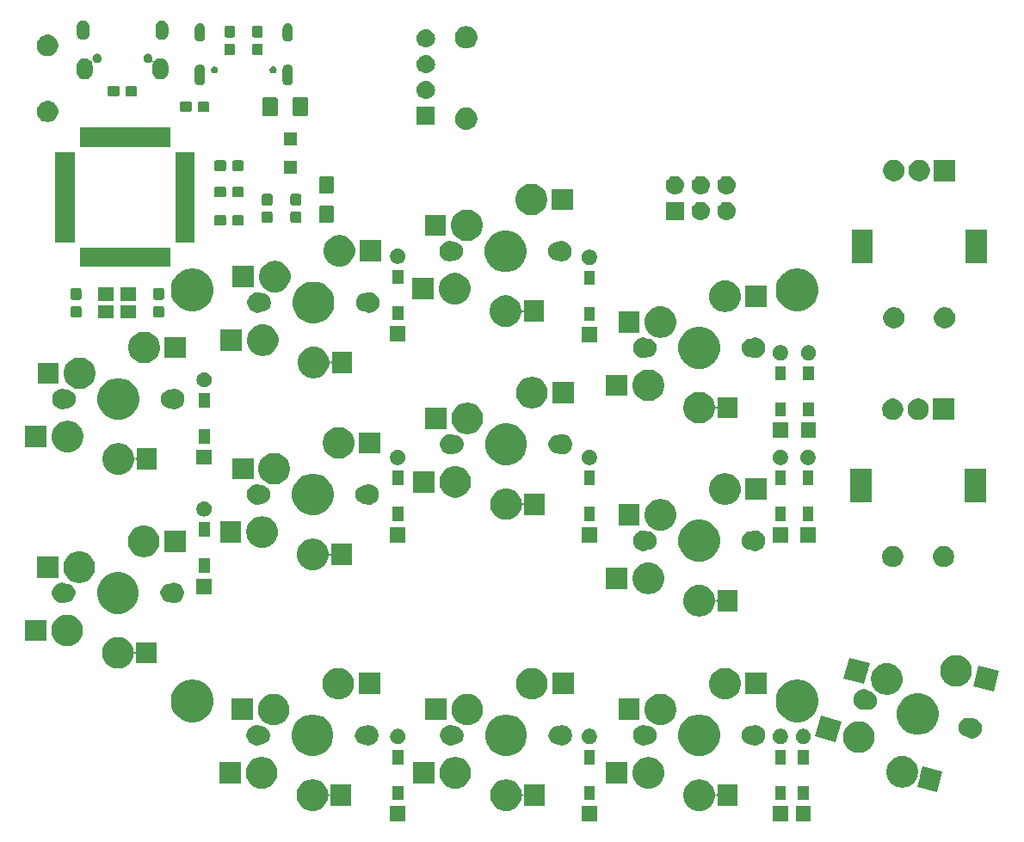
<source format=gbs>
G04 #@! TF.GenerationSoftware,KiCad,Pcbnew,(5.1.4-0-10_14)*
G04 #@! TF.CreationDate,2019-11-24T20:28:34+09:00*
G04 #@! TF.ProjectId,palette1202-OB,70616c65-7474-4653-9132-30322d4f422e,rev?*
G04 #@! TF.SameCoordinates,Original*
G04 #@! TF.FileFunction,Soldermask,Bot*
G04 #@! TF.FilePolarity,Negative*
%FSLAX46Y46*%
G04 Gerber Fmt 4.6, Leading zero omitted, Abs format (unit mm)*
G04 Created by KiCad (PCBNEW (5.1.4-0-10_14)) date 2019-11-24 20:28:34*
%MOMM*%
%LPD*%
G04 APERTURE LIST*
%ADD10C,0.100000*%
G04 APERTURE END LIST*
D10*
G36*
X163749500Y-123184500D02*
G01*
X162250500Y-123184500D01*
X162250500Y-121685500D01*
X163749500Y-121685500D01*
X163749500Y-123184500D01*
X163749500Y-123184500D01*
G37*
G36*
X161499500Y-123184500D02*
G01*
X160000500Y-123184500D01*
X160000500Y-121685500D01*
X161499500Y-121685500D01*
X161499500Y-123184500D01*
X161499500Y-123184500D01*
G37*
G36*
X142699500Y-123184500D02*
G01*
X141200500Y-123184500D01*
X141200500Y-121685500D01*
X142699500Y-121685500D01*
X142699500Y-123184500D01*
X142699500Y-123184500D01*
G37*
G36*
X123849500Y-123184500D02*
G01*
X122350500Y-123184500D01*
X122350500Y-121685500D01*
X123849500Y-121685500D01*
X123849500Y-123184500D01*
X123849500Y-123184500D01*
G37*
G36*
X115002585Y-119078802D02*
G01*
X115152410Y-119108604D01*
X115434674Y-119225521D01*
X115688705Y-119395259D01*
X115904741Y-119611295D01*
X116074479Y-119865326D01*
X116191396Y-120147590D01*
X116191396Y-120147591D01*
X116251404Y-120449270D01*
X116258517Y-120472719D01*
X116270068Y-120494330D01*
X116285613Y-120513272D01*
X116304555Y-120528817D01*
X116326166Y-120540368D01*
X116349615Y-120547481D01*
X116374001Y-120549883D01*
X116398387Y-120547481D01*
X116421836Y-120540368D01*
X116443447Y-120528817D01*
X116462389Y-120513272D01*
X116477934Y-120494330D01*
X116489485Y-120472719D01*
X116496598Y-120449270D01*
X116499000Y-120424884D01*
X116499000Y-119549000D01*
X118501000Y-119549000D01*
X118501000Y-121651000D01*
X116499000Y-121651000D01*
X116499000Y-120775116D01*
X116496598Y-120750730D01*
X116489485Y-120727281D01*
X116477934Y-120705670D01*
X116462389Y-120686728D01*
X116443447Y-120671183D01*
X116421836Y-120659632D01*
X116398387Y-120652519D01*
X116374001Y-120650117D01*
X116349615Y-120652519D01*
X116326166Y-120659632D01*
X116304555Y-120671183D01*
X116285613Y-120686728D01*
X116270068Y-120705670D01*
X116258517Y-120727281D01*
X116251404Y-120750730D01*
X116251000Y-120752760D01*
X116191396Y-121052410D01*
X116074479Y-121334674D01*
X115904741Y-121588705D01*
X115688705Y-121804741D01*
X115434674Y-121974479D01*
X115152410Y-122091396D01*
X115002585Y-122121198D01*
X114852761Y-122151000D01*
X114547239Y-122151000D01*
X114397415Y-122121198D01*
X114247590Y-122091396D01*
X113965326Y-121974479D01*
X113711295Y-121804741D01*
X113495259Y-121588705D01*
X113325521Y-121334674D01*
X113208604Y-121052410D01*
X113149000Y-120752760D01*
X113149000Y-120447240D01*
X113208604Y-120147590D01*
X113325521Y-119865326D01*
X113495259Y-119611295D01*
X113711295Y-119395259D01*
X113965326Y-119225521D01*
X114247590Y-119108604D01*
X114397415Y-119078802D01*
X114547239Y-119049000D01*
X114852761Y-119049000D01*
X115002585Y-119078802D01*
X115002585Y-119078802D01*
G37*
G36*
X134052585Y-119078802D02*
G01*
X134202410Y-119108604D01*
X134484674Y-119225521D01*
X134738705Y-119395259D01*
X134954741Y-119611295D01*
X135124479Y-119865326D01*
X135241396Y-120147590D01*
X135241396Y-120147591D01*
X135301404Y-120449270D01*
X135308517Y-120472719D01*
X135320068Y-120494330D01*
X135335613Y-120513272D01*
X135354555Y-120528817D01*
X135376166Y-120540368D01*
X135399615Y-120547481D01*
X135424001Y-120549883D01*
X135448387Y-120547481D01*
X135471836Y-120540368D01*
X135493447Y-120528817D01*
X135512389Y-120513272D01*
X135527934Y-120494330D01*
X135539485Y-120472719D01*
X135546598Y-120449270D01*
X135549000Y-120424884D01*
X135549000Y-119549000D01*
X137551000Y-119549000D01*
X137551000Y-121651000D01*
X135549000Y-121651000D01*
X135549000Y-120775116D01*
X135546598Y-120750730D01*
X135539485Y-120727281D01*
X135527934Y-120705670D01*
X135512389Y-120686728D01*
X135493447Y-120671183D01*
X135471836Y-120659632D01*
X135448387Y-120652519D01*
X135424001Y-120650117D01*
X135399615Y-120652519D01*
X135376166Y-120659632D01*
X135354555Y-120671183D01*
X135335613Y-120686728D01*
X135320068Y-120705670D01*
X135308517Y-120727281D01*
X135301404Y-120750730D01*
X135301000Y-120752760D01*
X135241396Y-121052410D01*
X135124479Y-121334674D01*
X134954741Y-121588705D01*
X134738705Y-121804741D01*
X134484674Y-121974479D01*
X134202410Y-122091396D01*
X134052585Y-122121198D01*
X133902761Y-122151000D01*
X133597239Y-122151000D01*
X133447415Y-122121198D01*
X133297590Y-122091396D01*
X133015326Y-121974479D01*
X132761295Y-121804741D01*
X132545259Y-121588705D01*
X132375521Y-121334674D01*
X132258604Y-121052410D01*
X132199000Y-120752760D01*
X132199000Y-120447240D01*
X132258604Y-120147590D01*
X132375521Y-119865326D01*
X132545259Y-119611295D01*
X132761295Y-119395259D01*
X133015326Y-119225521D01*
X133297590Y-119108604D01*
X133447415Y-119078802D01*
X133597239Y-119049000D01*
X133902761Y-119049000D01*
X134052585Y-119078802D01*
X134052585Y-119078802D01*
G37*
G36*
X153052585Y-119078802D02*
G01*
X153202410Y-119108604D01*
X153484674Y-119225521D01*
X153738705Y-119395259D01*
X153954741Y-119611295D01*
X154124479Y-119865326D01*
X154241396Y-120147590D01*
X154241396Y-120147591D01*
X154301404Y-120449270D01*
X154308517Y-120472719D01*
X154320068Y-120494330D01*
X154335613Y-120513272D01*
X154354555Y-120528817D01*
X154376166Y-120540368D01*
X154399615Y-120547481D01*
X154424001Y-120549883D01*
X154448387Y-120547481D01*
X154471836Y-120540368D01*
X154493447Y-120528817D01*
X154512389Y-120513272D01*
X154527934Y-120494330D01*
X154539485Y-120472719D01*
X154546598Y-120449270D01*
X154549000Y-120424884D01*
X154549000Y-119549000D01*
X156551000Y-119549000D01*
X156551000Y-121651000D01*
X154549000Y-121651000D01*
X154549000Y-120775116D01*
X154546598Y-120750730D01*
X154539485Y-120727281D01*
X154527934Y-120705670D01*
X154512389Y-120686728D01*
X154493447Y-120671183D01*
X154471836Y-120659632D01*
X154448387Y-120652519D01*
X154424001Y-120650117D01*
X154399615Y-120652519D01*
X154376166Y-120659632D01*
X154354555Y-120671183D01*
X154335613Y-120686728D01*
X154320068Y-120705670D01*
X154308517Y-120727281D01*
X154301404Y-120750730D01*
X154301000Y-120752760D01*
X154241396Y-121052410D01*
X154124479Y-121334674D01*
X153954741Y-121588705D01*
X153738705Y-121804741D01*
X153484674Y-121974479D01*
X153202410Y-122091396D01*
X153052585Y-122121198D01*
X152902761Y-122151000D01*
X152597239Y-122151000D01*
X152447415Y-122121198D01*
X152297590Y-122091396D01*
X152015326Y-121974479D01*
X151761295Y-121804741D01*
X151545259Y-121588705D01*
X151375521Y-121334674D01*
X151258604Y-121052410D01*
X151199000Y-120752760D01*
X151199000Y-120447240D01*
X151258604Y-120147590D01*
X151375521Y-119865326D01*
X151545259Y-119611295D01*
X151761295Y-119395259D01*
X152015326Y-119225521D01*
X152297590Y-119108604D01*
X152447415Y-119078802D01*
X152597239Y-119049000D01*
X152902761Y-119049000D01*
X153052585Y-119078802D01*
X153052585Y-119078802D01*
G37*
G36*
X142476000Y-121101000D02*
G01*
X141424000Y-121101000D01*
X141424000Y-119699000D01*
X142476000Y-119699000D01*
X142476000Y-121101000D01*
X142476000Y-121101000D01*
G37*
G36*
X161276000Y-121101000D02*
G01*
X160224000Y-121101000D01*
X160224000Y-119699000D01*
X161276000Y-119699000D01*
X161276000Y-121101000D01*
X161276000Y-121101000D01*
G37*
G36*
X163526000Y-121101000D02*
G01*
X162474000Y-121101000D01*
X162474000Y-119699000D01*
X163526000Y-119699000D01*
X163526000Y-121101000D01*
X163526000Y-121101000D01*
G37*
G36*
X123626000Y-121101000D02*
G01*
X122574000Y-121101000D01*
X122574000Y-119699000D01*
X123626000Y-119699000D01*
X123626000Y-121101000D01*
X123626000Y-121101000D01*
G37*
G36*
X176666471Y-118267546D02*
G01*
X176122433Y-120297922D01*
X174188649Y-119779766D01*
X174428311Y-118885334D01*
X174432301Y-118861166D01*
X174431500Y-118836675D01*
X174425935Y-118812811D01*
X174415822Y-118790491D01*
X174401549Y-118770573D01*
X174399302Y-118768469D01*
X174409854Y-118765268D01*
X174431465Y-118753717D01*
X174450407Y-118738172D01*
X174465952Y-118719230D01*
X174477503Y-118697619D01*
X174482756Y-118682146D01*
X174732687Y-117749390D01*
X176666471Y-118267546D01*
X176666471Y-118267546D01*
G37*
G36*
X148052585Y-116878802D02*
G01*
X148202410Y-116908604D01*
X148484674Y-117025521D01*
X148738705Y-117195259D01*
X148954741Y-117411295D01*
X149124479Y-117665326D01*
X149199545Y-117846553D01*
X149241396Y-117947591D01*
X149301000Y-118247239D01*
X149301000Y-118552761D01*
X149281701Y-118649784D01*
X149241396Y-118852410D01*
X149124479Y-119134674D01*
X148954741Y-119388705D01*
X148738705Y-119604741D01*
X148484674Y-119774479D01*
X148202410Y-119891396D01*
X148052585Y-119921198D01*
X147902761Y-119951000D01*
X147597239Y-119951000D01*
X147447415Y-119921198D01*
X147297590Y-119891396D01*
X147015326Y-119774479D01*
X146761295Y-119604741D01*
X146545259Y-119388705D01*
X146375521Y-119134674D01*
X146258604Y-118852410D01*
X146218299Y-118649784D01*
X146199000Y-118552761D01*
X146199000Y-118247239D01*
X146258604Y-117947591D01*
X146300455Y-117846553D01*
X146375521Y-117665326D01*
X146545259Y-117411295D01*
X146761295Y-117195259D01*
X147015326Y-117025521D01*
X147297590Y-116908604D01*
X147447415Y-116878802D01*
X147597239Y-116849000D01*
X147902761Y-116849000D01*
X148052585Y-116878802D01*
X148052585Y-116878802D01*
G37*
G36*
X129052585Y-116878802D02*
G01*
X129202410Y-116908604D01*
X129484674Y-117025521D01*
X129738705Y-117195259D01*
X129954741Y-117411295D01*
X130124479Y-117665326D01*
X130199545Y-117846553D01*
X130241396Y-117947591D01*
X130301000Y-118247239D01*
X130301000Y-118552761D01*
X130281701Y-118649784D01*
X130241396Y-118852410D01*
X130124479Y-119134674D01*
X129954741Y-119388705D01*
X129738705Y-119604741D01*
X129484674Y-119774479D01*
X129202410Y-119891396D01*
X129052585Y-119921198D01*
X128902761Y-119951000D01*
X128597239Y-119951000D01*
X128447415Y-119921198D01*
X128297590Y-119891396D01*
X128015326Y-119774479D01*
X127761295Y-119604741D01*
X127545259Y-119388705D01*
X127375521Y-119134674D01*
X127258604Y-118852410D01*
X127218299Y-118649784D01*
X127199000Y-118552761D01*
X127199000Y-118247239D01*
X127258604Y-117947591D01*
X127300455Y-117846553D01*
X127375521Y-117665326D01*
X127545259Y-117411295D01*
X127761295Y-117195259D01*
X128015326Y-117025521D01*
X128297590Y-116908604D01*
X128447415Y-116878802D01*
X128597239Y-116849000D01*
X128902761Y-116849000D01*
X129052585Y-116878802D01*
X129052585Y-116878802D01*
G37*
G36*
X110002585Y-116878802D02*
G01*
X110152410Y-116908604D01*
X110434674Y-117025521D01*
X110688705Y-117195259D01*
X110904741Y-117411295D01*
X111074479Y-117665326D01*
X111149545Y-117846553D01*
X111191396Y-117947591D01*
X111251000Y-118247239D01*
X111251000Y-118552761D01*
X111231701Y-118649784D01*
X111191396Y-118852410D01*
X111074479Y-119134674D01*
X110904741Y-119388705D01*
X110688705Y-119604741D01*
X110434674Y-119774479D01*
X110152410Y-119891396D01*
X110002585Y-119921198D01*
X109852761Y-119951000D01*
X109547239Y-119951000D01*
X109397415Y-119921198D01*
X109247590Y-119891396D01*
X108965326Y-119774479D01*
X108711295Y-119604741D01*
X108495259Y-119388705D01*
X108325521Y-119134674D01*
X108208604Y-118852410D01*
X108168299Y-118649784D01*
X108149000Y-118552761D01*
X108149000Y-118247239D01*
X108208604Y-117947591D01*
X108250455Y-117846553D01*
X108325521Y-117665326D01*
X108495259Y-117411295D01*
X108711295Y-117195259D01*
X108965326Y-117025521D01*
X109247590Y-116908604D01*
X109397415Y-116878802D01*
X109547239Y-116849000D01*
X109852761Y-116849000D01*
X110002585Y-116878802D01*
X110002585Y-116878802D01*
G37*
G36*
X173025553Y-116777764D02*
G01*
X173175378Y-116807566D01*
X173457642Y-116924483D01*
X173711673Y-117094221D01*
X173927709Y-117310257D01*
X174097447Y-117564288D01*
X174174118Y-117749390D01*
X174214364Y-117846553D01*
X174273968Y-118146201D01*
X174273968Y-118451723D01*
X174239422Y-118625398D01*
X174237020Y-118649784D01*
X174239422Y-118674170D01*
X174246535Y-118697619D01*
X174258086Y-118719230D01*
X174270186Y-118733974D01*
X174267390Y-118734626D01*
X174245070Y-118744739D01*
X174225152Y-118759012D01*
X174208402Y-118776896D01*
X174192086Y-118805156D01*
X174097447Y-119033636D01*
X173927709Y-119287667D01*
X173711673Y-119503703D01*
X173457642Y-119673441D01*
X173175378Y-119790358D01*
X173025553Y-119820160D01*
X172875729Y-119849962D01*
X172570207Y-119849962D01*
X172420383Y-119820160D01*
X172270558Y-119790358D01*
X171988294Y-119673441D01*
X171734263Y-119503703D01*
X171518227Y-119287667D01*
X171348489Y-119033636D01*
X171231572Y-118751372D01*
X171171968Y-118451722D01*
X171171968Y-118146202D01*
X171231572Y-117846552D01*
X171348489Y-117564288D01*
X171518227Y-117310257D01*
X171734263Y-117094221D01*
X171988294Y-116924483D01*
X172270558Y-116807566D01*
X172420383Y-116777764D01*
X172570207Y-116747962D01*
X172875729Y-116747962D01*
X173025553Y-116777764D01*
X173025553Y-116777764D01*
G37*
G36*
X126701000Y-119451000D02*
G01*
X124599000Y-119451000D01*
X124599000Y-117349000D01*
X126701000Y-117349000D01*
X126701000Y-119451000D01*
X126701000Y-119451000D01*
G37*
G36*
X145701000Y-119451000D02*
G01*
X143599000Y-119451000D01*
X143599000Y-117349000D01*
X145701000Y-117349000D01*
X145701000Y-119451000D01*
X145701000Y-119451000D01*
G37*
G36*
X107651000Y-119451000D02*
G01*
X105549000Y-119451000D01*
X105549000Y-117349000D01*
X107651000Y-117349000D01*
X107651000Y-119451000D01*
X107651000Y-119451000D01*
G37*
G36*
X163526000Y-117551000D02*
G01*
X162474000Y-117551000D01*
X162474000Y-116149000D01*
X163526000Y-116149000D01*
X163526000Y-117551000D01*
X163526000Y-117551000D01*
G37*
G36*
X161276000Y-117551000D02*
G01*
X160224000Y-117551000D01*
X160224000Y-116149000D01*
X161276000Y-116149000D01*
X161276000Y-117551000D01*
X161276000Y-117551000D01*
G37*
G36*
X142476000Y-117551000D02*
G01*
X141424000Y-117551000D01*
X141424000Y-116149000D01*
X142476000Y-116149000D01*
X142476000Y-117551000D01*
X142476000Y-117551000D01*
G37*
G36*
X123626000Y-117551000D02*
G01*
X122574000Y-117551000D01*
X122574000Y-116149000D01*
X123626000Y-116149000D01*
X123626000Y-117551000D01*
X123626000Y-117551000D01*
G37*
G36*
X115298254Y-112727818D02*
G01*
X115671511Y-112882426D01*
X115671513Y-112882427D01*
X116007436Y-113106884D01*
X116293116Y-113392564D01*
X116505889Y-113711000D01*
X116517574Y-113728489D01*
X116672182Y-114101746D01*
X116751000Y-114497993D01*
X116751000Y-114902007D01*
X116672182Y-115298254D01*
X116542839Y-115610515D01*
X116517573Y-115671513D01*
X116293116Y-116007436D01*
X116007436Y-116293116D01*
X115671513Y-116517573D01*
X115671512Y-116517574D01*
X115671511Y-116517574D01*
X115298254Y-116672182D01*
X114902007Y-116751000D01*
X114497993Y-116751000D01*
X114101746Y-116672182D01*
X113728489Y-116517574D01*
X113728488Y-116517574D01*
X113728487Y-116517573D01*
X113392564Y-116293116D01*
X113106884Y-116007436D01*
X112882427Y-115671513D01*
X112857161Y-115610515D01*
X112727818Y-115298254D01*
X112649000Y-114902007D01*
X112649000Y-114497993D01*
X112727818Y-114101746D01*
X112882426Y-113728489D01*
X112894112Y-113711000D01*
X113106884Y-113392564D01*
X113392564Y-113106884D01*
X113728487Y-112882427D01*
X113728489Y-112882426D01*
X114101746Y-112727818D01*
X114497993Y-112649000D01*
X114902007Y-112649000D01*
X115298254Y-112727818D01*
X115298254Y-112727818D01*
G37*
G36*
X134348254Y-112727818D02*
G01*
X134721511Y-112882426D01*
X134721513Y-112882427D01*
X135057436Y-113106884D01*
X135343116Y-113392564D01*
X135555889Y-113711000D01*
X135567574Y-113728489D01*
X135722182Y-114101746D01*
X135801000Y-114497993D01*
X135801000Y-114902007D01*
X135722182Y-115298254D01*
X135592839Y-115610515D01*
X135567573Y-115671513D01*
X135343116Y-116007436D01*
X135057436Y-116293116D01*
X134721513Y-116517573D01*
X134721512Y-116517574D01*
X134721511Y-116517574D01*
X134348254Y-116672182D01*
X133952007Y-116751000D01*
X133547993Y-116751000D01*
X133151746Y-116672182D01*
X132778489Y-116517574D01*
X132778488Y-116517574D01*
X132778487Y-116517573D01*
X132442564Y-116293116D01*
X132156884Y-116007436D01*
X131932427Y-115671513D01*
X131907161Y-115610515D01*
X131777818Y-115298254D01*
X131699000Y-114902007D01*
X131699000Y-114497993D01*
X131777818Y-114101746D01*
X131932426Y-113728489D01*
X131944112Y-113711000D01*
X132156884Y-113392564D01*
X132442564Y-113106884D01*
X132778487Y-112882427D01*
X132778489Y-112882426D01*
X133151746Y-112727818D01*
X133547993Y-112649000D01*
X133952007Y-112649000D01*
X134348254Y-112727818D01*
X134348254Y-112727818D01*
G37*
G36*
X153348254Y-112727818D02*
G01*
X153721511Y-112882426D01*
X153721513Y-112882427D01*
X154057436Y-113106884D01*
X154343116Y-113392564D01*
X154555889Y-113711000D01*
X154567574Y-113728489D01*
X154722182Y-114101746D01*
X154801000Y-114497993D01*
X154801000Y-114902007D01*
X154722182Y-115298254D01*
X154592839Y-115610515D01*
X154567573Y-115671513D01*
X154343116Y-116007436D01*
X154057436Y-116293116D01*
X153721513Y-116517573D01*
X153721512Y-116517574D01*
X153721511Y-116517574D01*
X153348254Y-116672182D01*
X152952007Y-116751000D01*
X152547993Y-116751000D01*
X152151746Y-116672182D01*
X151778489Y-116517574D01*
X151778488Y-116517574D01*
X151778487Y-116517573D01*
X151442564Y-116293116D01*
X151156884Y-116007436D01*
X150932427Y-115671513D01*
X150907161Y-115610515D01*
X150777818Y-115298254D01*
X150699000Y-114902007D01*
X150699000Y-114497993D01*
X150777818Y-114101746D01*
X150932426Y-113728489D01*
X150944112Y-113711000D01*
X151156884Y-113392564D01*
X151442564Y-113106884D01*
X151778487Y-112882427D01*
X151778489Y-112882426D01*
X152151746Y-112727818D01*
X152547993Y-112649000D01*
X152952007Y-112649000D01*
X153348254Y-112727818D01*
X153348254Y-112727818D01*
G37*
G36*
X168673903Y-113340447D02*
G01*
X168915150Y-113388434D01*
X169197414Y-113505351D01*
X169451445Y-113675089D01*
X169667481Y-113891125D01*
X169837219Y-114145156D01*
X169954136Y-114427420D01*
X169954136Y-114427421D01*
X170010993Y-114713257D01*
X170013740Y-114727070D01*
X170013740Y-115032590D01*
X169954136Y-115332240D01*
X169837219Y-115614504D01*
X169667481Y-115868535D01*
X169451445Y-116084571D01*
X169197414Y-116254309D01*
X168915150Y-116371226D01*
X168765325Y-116401028D01*
X168615501Y-116430830D01*
X168309979Y-116430830D01*
X168160155Y-116401028D01*
X168010330Y-116371226D01*
X167728066Y-116254309D01*
X167474035Y-116084571D01*
X167257999Y-115868535D01*
X167088261Y-115614504D01*
X166971344Y-115332240D01*
X166911740Y-115032590D01*
X166911740Y-114727070D01*
X166914488Y-114713257D01*
X166971344Y-114427421D01*
X166971344Y-114427420D01*
X167088261Y-114145156D01*
X167257999Y-113891125D01*
X167474035Y-113675089D01*
X167728066Y-113505351D01*
X168010330Y-113388434D01*
X168251577Y-113340447D01*
X168309979Y-113328830D01*
X168615501Y-113328830D01*
X168673903Y-113340447D01*
X168673903Y-113340447D01*
G37*
G36*
X158408918Y-113711000D02*
G01*
X158541981Y-113737468D01*
X158724151Y-113812926D01*
X158888100Y-113922473D01*
X159027527Y-114061900D01*
X159137074Y-114225849D01*
X159212532Y-114408019D01*
X159216391Y-114427420D01*
X159250000Y-114596380D01*
X159251000Y-114601410D01*
X159251000Y-114798590D01*
X159212532Y-114991981D01*
X159137074Y-115174151D01*
X159027527Y-115338100D01*
X158888100Y-115477527D01*
X158724151Y-115587074D01*
X158541981Y-115662532D01*
X158348591Y-115701000D01*
X158151409Y-115701000D01*
X157958019Y-115662532D01*
X157832440Y-115610515D01*
X157808991Y-115603402D01*
X157784605Y-115601000D01*
X157741258Y-115601000D01*
X157716488Y-115596073D01*
X157567188Y-115566376D01*
X157403216Y-115498456D01*
X157255646Y-115399853D01*
X157130147Y-115274354D01*
X157031544Y-115126784D01*
X156963624Y-114962812D01*
X156929000Y-114788741D01*
X156929000Y-114611259D01*
X156931960Y-114596380D01*
X156936773Y-114572181D01*
X156963624Y-114437188D01*
X157031544Y-114273216D01*
X157130147Y-114125646D01*
X157255646Y-114000147D01*
X157403216Y-113901544D01*
X157567188Y-113833624D01*
X157716488Y-113803927D01*
X157741258Y-113799000D01*
X157784605Y-113799000D01*
X157808991Y-113796598D01*
X157832440Y-113789485D01*
X157837690Y-113787311D01*
X157958019Y-113737468D01*
X158091082Y-113711000D01*
X158151409Y-113699000D01*
X158348591Y-113699000D01*
X158408918Y-113711000D01*
X158408918Y-113711000D01*
G37*
G36*
X120358918Y-113711000D02*
G01*
X120491981Y-113737468D01*
X120674151Y-113812926D01*
X120838100Y-113922473D01*
X120977527Y-114061900D01*
X121087074Y-114225849D01*
X121162532Y-114408019D01*
X121166391Y-114427420D01*
X121200000Y-114596380D01*
X121201000Y-114601410D01*
X121201000Y-114798590D01*
X121162532Y-114991981D01*
X121087074Y-115174151D01*
X120977527Y-115338100D01*
X120838100Y-115477527D01*
X120674151Y-115587074D01*
X120491981Y-115662532D01*
X120298591Y-115701000D01*
X120101409Y-115701000D01*
X119908019Y-115662532D01*
X119782440Y-115610515D01*
X119758991Y-115603402D01*
X119734605Y-115601000D01*
X119691258Y-115601000D01*
X119666488Y-115596073D01*
X119517188Y-115566376D01*
X119353216Y-115498456D01*
X119205646Y-115399853D01*
X119080147Y-115274354D01*
X118981544Y-115126784D01*
X118913624Y-114962812D01*
X118879000Y-114788741D01*
X118879000Y-114611259D01*
X118881960Y-114596380D01*
X118886773Y-114572181D01*
X118913624Y-114437188D01*
X118981544Y-114273216D01*
X119080147Y-114125646D01*
X119205646Y-114000147D01*
X119353216Y-113901544D01*
X119517188Y-113833624D01*
X119666488Y-113803927D01*
X119691258Y-113799000D01*
X119734605Y-113799000D01*
X119758991Y-113796598D01*
X119782440Y-113789485D01*
X119787690Y-113787311D01*
X119908019Y-113737468D01*
X120041082Y-113711000D01*
X120101409Y-113699000D01*
X120298591Y-113699000D01*
X120358918Y-113711000D01*
X120358918Y-113711000D01*
G37*
G36*
X109358918Y-113711000D02*
G01*
X109491981Y-113737468D01*
X109612310Y-113787311D01*
X109617560Y-113789485D01*
X109641009Y-113796598D01*
X109665395Y-113799000D01*
X109708742Y-113799000D01*
X109733512Y-113803927D01*
X109882812Y-113833624D01*
X110046784Y-113901544D01*
X110194354Y-114000147D01*
X110319853Y-114125646D01*
X110418456Y-114273216D01*
X110486376Y-114437188D01*
X110513227Y-114572181D01*
X110518041Y-114596380D01*
X110521000Y-114611259D01*
X110521000Y-114788741D01*
X110486376Y-114962812D01*
X110418456Y-115126784D01*
X110319853Y-115274354D01*
X110194354Y-115399853D01*
X110046784Y-115498456D01*
X109882812Y-115566376D01*
X109733512Y-115596073D01*
X109708742Y-115601000D01*
X109665395Y-115601000D01*
X109641009Y-115603402D01*
X109617560Y-115610515D01*
X109491981Y-115662532D01*
X109298591Y-115701000D01*
X109101409Y-115701000D01*
X108908019Y-115662532D01*
X108725849Y-115587074D01*
X108561900Y-115477527D01*
X108422473Y-115338100D01*
X108312926Y-115174151D01*
X108237468Y-114991981D01*
X108199000Y-114798590D01*
X108199000Y-114601410D01*
X108200001Y-114596380D01*
X108233609Y-114427420D01*
X108237468Y-114408019D01*
X108312926Y-114225849D01*
X108422473Y-114061900D01*
X108561900Y-113922473D01*
X108725849Y-113812926D01*
X108908019Y-113737468D01*
X109041082Y-113711000D01*
X109101409Y-113699000D01*
X109298591Y-113699000D01*
X109358918Y-113711000D01*
X109358918Y-113711000D01*
G37*
G36*
X147408918Y-113711000D02*
G01*
X147541981Y-113737468D01*
X147662310Y-113787311D01*
X147667560Y-113789485D01*
X147691009Y-113796598D01*
X147715395Y-113799000D01*
X147758742Y-113799000D01*
X147783512Y-113803927D01*
X147932812Y-113833624D01*
X148096784Y-113901544D01*
X148244354Y-114000147D01*
X148369853Y-114125646D01*
X148468456Y-114273216D01*
X148536376Y-114437188D01*
X148563227Y-114572181D01*
X148568041Y-114596380D01*
X148571000Y-114611259D01*
X148571000Y-114788741D01*
X148536376Y-114962812D01*
X148468456Y-115126784D01*
X148369853Y-115274354D01*
X148244354Y-115399853D01*
X148096784Y-115498456D01*
X147932812Y-115566376D01*
X147783512Y-115596073D01*
X147758742Y-115601000D01*
X147715395Y-115601000D01*
X147691009Y-115603402D01*
X147667560Y-115610515D01*
X147541981Y-115662532D01*
X147348591Y-115701000D01*
X147151409Y-115701000D01*
X146958019Y-115662532D01*
X146775849Y-115587074D01*
X146611900Y-115477527D01*
X146472473Y-115338100D01*
X146362926Y-115174151D01*
X146287468Y-114991981D01*
X146249000Y-114798590D01*
X146249000Y-114601410D01*
X146250001Y-114596380D01*
X146283609Y-114427420D01*
X146287468Y-114408019D01*
X146362926Y-114225849D01*
X146472473Y-114061900D01*
X146611900Y-113922473D01*
X146775849Y-113812926D01*
X146958019Y-113737468D01*
X147091082Y-113711000D01*
X147151409Y-113699000D01*
X147348591Y-113699000D01*
X147408918Y-113711000D01*
X147408918Y-113711000D01*
G37*
G36*
X128408918Y-113711000D02*
G01*
X128541981Y-113737468D01*
X128662310Y-113787311D01*
X128667560Y-113789485D01*
X128691009Y-113796598D01*
X128715395Y-113799000D01*
X128758742Y-113799000D01*
X128783512Y-113803927D01*
X128932812Y-113833624D01*
X129096784Y-113901544D01*
X129244354Y-114000147D01*
X129369853Y-114125646D01*
X129468456Y-114273216D01*
X129536376Y-114437188D01*
X129563227Y-114572181D01*
X129568041Y-114596380D01*
X129571000Y-114611259D01*
X129571000Y-114788741D01*
X129536376Y-114962812D01*
X129468456Y-115126784D01*
X129369853Y-115274354D01*
X129244354Y-115399853D01*
X129096784Y-115498456D01*
X128932812Y-115566376D01*
X128783512Y-115596073D01*
X128758742Y-115601000D01*
X128715395Y-115601000D01*
X128691009Y-115603402D01*
X128667560Y-115610515D01*
X128541981Y-115662532D01*
X128348591Y-115701000D01*
X128151409Y-115701000D01*
X127958019Y-115662532D01*
X127775849Y-115587074D01*
X127611900Y-115477527D01*
X127472473Y-115338100D01*
X127362926Y-115174151D01*
X127287468Y-114991981D01*
X127249000Y-114798590D01*
X127249000Y-114601410D01*
X127250001Y-114596380D01*
X127283609Y-114427420D01*
X127287468Y-114408019D01*
X127362926Y-114225849D01*
X127472473Y-114061900D01*
X127611900Y-113922473D01*
X127775849Y-113812926D01*
X127958019Y-113737468D01*
X128091082Y-113711000D01*
X128151409Y-113699000D01*
X128348591Y-113699000D01*
X128408918Y-113711000D01*
X128408918Y-113711000D01*
G37*
G36*
X139408918Y-113711000D02*
G01*
X139541981Y-113737468D01*
X139724151Y-113812926D01*
X139888100Y-113922473D01*
X140027527Y-114061900D01*
X140137074Y-114225849D01*
X140212532Y-114408019D01*
X140216391Y-114427420D01*
X140250000Y-114596380D01*
X140251000Y-114601410D01*
X140251000Y-114798590D01*
X140212532Y-114991981D01*
X140137074Y-115174151D01*
X140027527Y-115338100D01*
X139888100Y-115477527D01*
X139724151Y-115587074D01*
X139541981Y-115662532D01*
X139348591Y-115701000D01*
X139151409Y-115701000D01*
X138958019Y-115662532D01*
X138832440Y-115610515D01*
X138808991Y-115603402D01*
X138784605Y-115601000D01*
X138741258Y-115601000D01*
X138716488Y-115596073D01*
X138567188Y-115566376D01*
X138403216Y-115498456D01*
X138255646Y-115399853D01*
X138130147Y-115274354D01*
X138031544Y-115126784D01*
X137963624Y-114962812D01*
X137929000Y-114788741D01*
X137929000Y-114611259D01*
X137931960Y-114596380D01*
X137936773Y-114572181D01*
X137963624Y-114437188D01*
X138031544Y-114273216D01*
X138130147Y-114125646D01*
X138255646Y-114000147D01*
X138403216Y-113901544D01*
X138567188Y-113833624D01*
X138716488Y-113803927D01*
X138741258Y-113799000D01*
X138784605Y-113799000D01*
X138808991Y-113796598D01*
X138832440Y-113789485D01*
X138837690Y-113787311D01*
X138958019Y-113737468D01*
X139091082Y-113711000D01*
X139151409Y-113699000D01*
X139348591Y-113699000D01*
X139408918Y-113711000D01*
X139408918Y-113711000D01*
G37*
G36*
X123194425Y-114069599D02*
G01*
X123318621Y-114094302D01*
X123455022Y-114150801D01*
X123577779Y-114232825D01*
X123682175Y-114337221D01*
X123764199Y-114459978D01*
X123820698Y-114596379D01*
X123849500Y-114741181D01*
X123849500Y-114888819D01*
X123820698Y-115033621D01*
X123764199Y-115170022D01*
X123682175Y-115292779D01*
X123577779Y-115397175D01*
X123455022Y-115479199D01*
X123318621Y-115535698D01*
X123194425Y-115560401D01*
X123173820Y-115564500D01*
X123026180Y-115564500D01*
X123005575Y-115560401D01*
X122881379Y-115535698D01*
X122744978Y-115479199D01*
X122622221Y-115397175D01*
X122517825Y-115292779D01*
X122435801Y-115170022D01*
X122379302Y-115033621D01*
X122350500Y-114888819D01*
X122350500Y-114741181D01*
X122379302Y-114596379D01*
X122435801Y-114459978D01*
X122517825Y-114337221D01*
X122622221Y-114232825D01*
X122744978Y-114150801D01*
X122881379Y-114094302D01*
X123005575Y-114069599D01*
X123026180Y-114065500D01*
X123173820Y-114065500D01*
X123194425Y-114069599D01*
X123194425Y-114069599D01*
G37*
G36*
X163094425Y-114069599D02*
G01*
X163218621Y-114094302D01*
X163355022Y-114150801D01*
X163477779Y-114232825D01*
X163582175Y-114337221D01*
X163664199Y-114459978D01*
X163720698Y-114596379D01*
X163749500Y-114741181D01*
X163749500Y-114888819D01*
X163720698Y-115033621D01*
X163664199Y-115170022D01*
X163582175Y-115292779D01*
X163477779Y-115397175D01*
X163355022Y-115479199D01*
X163218621Y-115535698D01*
X163094425Y-115560401D01*
X163073820Y-115564500D01*
X162926180Y-115564500D01*
X162905575Y-115560401D01*
X162781379Y-115535698D01*
X162644978Y-115479199D01*
X162522221Y-115397175D01*
X162417825Y-115292779D01*
X162335801Y-115170022D01*
X162279302Y-115033621D01*
X162250500Y-114888819D01*
X162250500Y-114741181D01*
X162279302Y-114596379D01*
X162335801Y-114459978D01*
X162417825Y-114337221D01*
X162522221Y-114232825D01*
X162644978Y-114150801D01*
X162781379Y-114094302D01*
X162905575Y-114069599D01*
X162926180Y-114065500D01*
X163073820Y-114065500D01*
X163094425Y-114069599D01*
X163094425Y-114069599D01*
G37*
G36*
X142044425Y-114069599D02*
G01*
X142168621Y-114094302D01*
X142305022Y-114150801D01*
X142427779Y-114232825D01*
X142532175Y-114337221D01*
X142614199Y-114459978D01*
X142670698Y-114596379D01*
X142699500Y-114741181D01*
X142699500Y-114888819D01*
X142670698Y-115033621D01*
X142614199Y-115170022D01*
X142532175Y-115292779D01*
X142427779Y-115397175D01*
X142305022Y-115479199D01*
X142168621Y-115535698D01*
X142044425Y-115560401D01*
X142023820Y-115564500D01*
X141876180Y-115564500D01*
X141855575Y-115560401D01*
X141731379Y-115535698D01*
X141594978Y-115479199D01*
X141472221Y-115397175D01*
X141367825Y-115292779D01*
X141285801Y-115170022D01*
X141229302Y-115033621D01*
X141200500Y-114888819D01*
X141200500Y-114741181D01*
X141229302Y-114596379D01*
X141285801Y-114459978D01*
X141367825Y-114337221D01*
X141472221Y-114232825D01*
X141594978Y-114150801D01*
X141731379Y-114094302D01*
X141855575Y-114069599D01*
X141876180Y-114065500D01*
X142023820Y-114065500D01*
X142044425Y-114069599D01*
X142044425Y-114069599D01*
G37*
G36*
X160844425Y-114069599D02*
G01*
X160968621Y-114094302D01*
X161105022Y-114150801D01*
X161227779Y-114232825D01*
X161332175Y-114337221D01*
X161414199Y-114459978D01*
X161470698Y-114596379D01*
X161499500Y-114741181D01*
X161499500Y-114888819D01*
X161470698Y-115033621D01*
X161414199Y-115170022D01*
X161332175Y-115292779D01*
X161227779Y-115397175D01*
X161105022Y-115479199D01*
X160968621Y-115535698D01*
X160844425Y-115560401D01*
X160823820Y-115564500D01*
X160676180Y-115564500D01*
X160655575Y-115560401D01*
X160531379Y-115535698D01*
X160394978Y-115479199D01*
X160272221Y-115397175D01*
X160167825Y-115292779D01*
X160085801Y-115170022D01*
X160029302Y-115033621D01*
X160000500Y-114888819D01*
X160000500Y-114741181D01*
X160029302Y-114596379D01*
X160085801Y-114459978D01*
X160167825Y-114337221D01*
X160272221Y-114232825D01*
X160394978Y-114150801D01*
X160531379Y-114094302D01*
X160655575Y-114069599D01*
X160676180Y-114065500D01*
X160823820Y-114065500D01*
X160844425Y-114069599D01*
X160844425Y-114069599D01*
G37*
G36*
X166755577Y-113334322D02*
G01*
X166211539Y-115364698D01*
X164181163Y-114820660D01*
X164725201Y-112790284D01*
X166755577Y-113334322D01*
X166755577Y-113334322D01*
G37*
G36*
X179289403Y-113022505D02*
G01*
X179352318Y-113035019D01*
X179376702Y-113037421D01*
X179401088Y-113035019D01*
X179464001Y-113022505D01*
X179661183Y-113022505D01*
X179724094Y-113035019D01*
X179854573Y-113060973D01*
X180036743Y-113136431D01*
X180200692Y-113245978D01*
X180340119Y-113385405D01*
X180449666Y-113549354D01*
X180523867Y-113728489D01*
X180525124Y-113731525D01*
X180563592Y-113924914D01*
X180563592Y-114122096D01*
X180557882Y-114150801D01*
X180525124Y-114315486D01*
X180449666Y-114497656D01*
X180340119Y-114661605D01*
X180200692Y-114801032D01*
X180036743Y-114910579D01*
X179854573Y-114986037D01*
X179661183Y-115024505D01*
X179464001Y-115024505D01*
X179270611Y-114986037D01*
X179088441Y-114910579D01*
X178924492Y-114801032D01*
X178924489Y-114801029D01*
X178918401Y-114796961D01*
X178910732Y-114790668D01*
X178889132Y-114779123D01*
X178730119Y-114713257D01*
X178582549Y-114614654D01*
X178457050Y-114489155D01*
X178358447Y-114341585D01*
X178290527Y-114177613D01*
X178255903Y-114003542D01*
X178255903Y-113826060D01*
X178290527Y-113651989D01*
X178358447Y-113488017D01*
X178457050Y-113340447D01*
X178582549Y-113214948D01*
X178730119Y-113116345D01*
X178894091Y-113048425D01*
X179043391Y-113018728D01*
X179068161Y-113013801D01*
X179245645Y-113013801D01*
X179289403Y-113022505D01*
X179289403Y-113022505D01*
G37*
G36*
X174848254Y-110627818D02*
G01*
X175221511Y-110782426D01*
X175221513Y-110782427D01*
X175557436Y-111006884D01*
X175843116Y-111292564D01*
X176013801Y-111548011D01*
X176067574Y-111628489D01*
X176222182Y-112001746D01*
X176301000Y-112397993D01*
X176301000Y-112802007D01*
X176222182Y-113198254D01*
X176144661Y-113385406D01*
X176067573Y-113571513D01*
X175843116Y-113907436D01*
X175557436Y-114193116D01*
X175221513Y-114417573D01*
X175221512Y-114417574D01*
X175221511Y-114417574D01*
X174848254Y-114572182D01*
X174452007Y-114651000D01*
X174047993Y-114651000D01*
X173651746Y-114572182D01*
X173278489Y-114417574D01*
X173278488Y-114417574D01*
X173278487Y-114417573D01*
X172942564Y-114193116D01*
X172656884Y-113907436D01*
X172432427Y-113571513D01*
X172355339Y-113385406D01*
X172277818Y-113198254D01*
X172199000Y-112802007D01*
X172199000Y-112397993D01*
X172277818Y-112001746D01*
X172432426Y-111628489D01*
X172486200Y-111548011D01*
X172656884Y-111292564D01*
X172942564Y-111006884D01*
X173278487Y-110782427D01*
X173278489Y-110782426D01*
X173651746Y-110627818D01*
X174047993Y-110549000D01*
X174452007Y-110549000D01*
X174848254Y-110627818D01*
X174848254Y-110627818D01*
G37*
G36*
X111137365Y-110627818D02*
G01*
X111342410Y-110668604D01*
X111624674Y-110785521D01*
X111878705Y-110955259D01*
X112094741Y-111171295D01*
X112264479Y-111425326D01*
X112348631Y-111628489D01*
X112381396Y-111707591D01*
X112436587Y-111985051D01*
X112441000Y-112007240D01*
X112441000Y-112312760D01*
X112381396Y-112612410D01*
X112264479Y-112894674D01*
X112094741Y-113148705D01*
X111878705Y-113364741D01*
X111624674Y-113534479D01*
X111342410Y-113651396D01*
X111223297Y-113675089D01*
X111042761Y-113711000D01*
X110737239Y-113711000D01*
X110556703Y-113675089D01*
X110437590Y-113651396D01*
X110155326Y-113534479D01*
X109901295Y-113364741D01*
X109685259Y-113148705D01*
X109515521Y-112894674D01*
X109398604Y-112612410D01*
X109339000Y-112312760D01*
X109339000Y-112007240D01*
X109343414Y-111985051D01*
X109398604Y-111707591D01*
X109431369Y-111628489D01*
X109515521Y-111425326D01*
X109685259Y-111171295D01*
X109901295Y-110955259D01*
X110155326Y-110785521D01*
X110437590Y-110668604D01*
X110642635Y-110627818D01*
X110737239Y-110609000D01*
X111042761Y-110609000D01*
X111137365Y-110627818D01*
X111137365Y-110627818D01*
G37*
G36*
X130187365Y-110627818D02*
G01*
X130392410Y-110668604D01*
X130674674Y-110785521D01*
X130928705Y-110955259D01*
X131144741Y-111171295D01*
X131314479Y-111425326D01*
X131398631Y-111628489D01*
X131431396Y-111707591D01*
X131486587Y-111985051D01*
X131491000Y-112007240D01*
X131491000Y-112312760D01*
X131431396Y-112612410D01*
X131314479Y-112894674D01*
X131144741Y-113148705D01*
X130928705Y-113364741D01*
X130674674Y-113534479D01*
X130392410Y-113651396D01*
X130273297Y-113675089D01*
X130092761Y-113711000D01*
X129787239Y-113711000D01*
X129606703Y-113675089D01*
X129487590Y-113651396D01*
X129205326Y-113534479D01*
X128951295Y-113364741D01*
X128735259Y-113148705D01*
X128565521Y-112894674D01*
X128448604Y-112612410D01*
X128389000Y-112312760D01*
X128389000Y-112007240D01*
X128393414Y-111985051D01*
X128448604Y-111707591D01*
X128481369Y-111628489D01*
X128565521Y-111425326D01*
X128735259Y-111171295D01*
X128951295Y-110955259D01*
X129205326Y-110785521D01*
X129487590Y-110668604D01*
X129692635Y-110627818D01*
X129787239Y-110609000D01*
X130092761Y-110609000D01*
X130187365Y-110627818D01*
X130187365Y-110627818D01*
G37*
G36*
X149187365Y-110627818D02*
G01*
X149392410Y-110668604D01*
X149674674Y-110785521D01*
X149928705Y-110955259D01*
X150144741Y-111171295D01*
X150314479Y-111425326D01*
X150398631Y-111628489D01*
X150431396Y-111707591D01*
X150486587Y-111985051D01*
X150491000Y-112007240D01*
X150491000Y-112312760D01*
X150431396Y-112612410D01*
X150314479Y-112894674D01*
X150144741Y-113148705D01*
X149928705Y-113364741D01*
X149674674Y-113534479D01*
X149392410Y-113651396D01*
X149273297Y-113675089D01*
X149092761Y-113711000D01*
X148787239Y-113711000D01*
X148606703Y-113675089D01*
X148487590Y-113651396D01*
X148205326Y-113534479D01*
X147951295Y-113364741D01*
X147735259Y-113148705D01*
X147565521Y-112894674D01*
X147448604Y-112612410D01*
X147389000Y-112312760D01*
X147389000Y-112007240D01*
X147393414Y-111985051D01*
X147448604Y-111707591D01*
X147481369Y-111628489D01*
X147565521Y-111425326D01*
X147735259Y-111171295D01*
X147951295Y-110955259D01*
X148205326Y-110785521D01*
X148487590Y-110668604D01*
X148692635Y-110627818D01*
X148787239Y-110609000D01*
X149092761Y-110609000D01*
X149187365Y-110627818D01*
X149187365Y-110627818D01*
G37*
G36*
X162866336Y-109255627D02*
G01*
X163001639Y-109282540D01*
X163383997Y-109440918D01*
X163555087Y-109555237D01*
X163693774Y-109647904D01*
X163728110Y-109670847D01*
X164020753Y-109963490D01*
X164238533Y-110289420D01*
X164250683Y-110307605D01*
X164274535Y-110365188D01*
X164409060Y-110689961D01*
X164428068Y-110785521D01*
X164489800Y-111095868D01*
X164489800Y-111509732D01*
X164461771Y-111650644D01*
X164409060Y-111915639D01*
X164250682Y-112297997D01*
X164020753Y-112642110D01*
X163728110Y-112934753D01*
X163383997Y-113164682D01*
X163001639Y-113323060D01*
X162914228Y-113340447D01*
X162595732Y-113403800D01*
X162181868Y-113403800D01*
X161863372Y-113340447D01*
X161775961Y-113323060D01*
X161393603Y-113164682D01*
X161049490Y-112934753D01*
X160756847Y-112642110D01*
X160526918Y-112297997D01*
X160368540Y-111915639D01*
X160315829Y-111650644D01*
X160287800Y-111509732D01*
X160287800Y-111095868D01*
X160349532Y-110785521D01*
X160368540Y-110689961D01*
X160503065Y-110365188D01*
X160526917Y-110307605D01*
X160539068Y-110289420D01*
X160756847Y-109963490D01*
X161049490Y-109670847D01*
X161083827Y-109647904D01*
X161222513Y-109555237D01*
X161393603Y-109440918D01*
X161775961Y-109282540D01*
X161911264Y-109255627D01*
X162181868Y-109201800D01*
X162595732Y-109201800D01*
X162866336Y-109255627D01*
X162866336Y-109255627D01*
G37*
G36*
X103347536Y-109255627D02*
G01*
X103482839Y-109282540D01*
X103865197Y-109440918D01*
X104036287Y-109555237D01*
X104174974Y-109647904D01*
X104209310Y-109670847D01*
X104501953Y-109963490D01*
X104719733Y-110289420D01*
X104731883Y-110307605D01*
X104755735Y-110365188D01*
X104890260Y-110689961D01*
X104909268Y-110785521D01*
X104971000Y-111095868D01*
X104971000Y-111509732D01*
X104942971Y-111650644D01*
X104890260Y-111915639D01*
X104731882Y-112297997D01*
X104501953Y-112642110D01*
X104209310Y-112934753D01*
X103865197Y-113164682D01*
X103482839Y-113323060D01*
X103395428Y-113340447D01*
X103076932Y-113403800D01*
X102663068Y-113403800D01*
X102344572Y-113340447D01*
X102257161Y-113323060D01*
X101874803Y-113164682D01*
X101530690Y-112934753D01*
X101238047Y-112642110D01*
X101008118Y-112297997D01*
X100849740Y-111915639D01*
X100797029Y-111650644D01*
X100769000Y-111509732D01*
X100769000Y-111095868D01*
X100830732Y-110785521D01*
X100849740Y-110689961D01*
X100984265Y-110365188D01*
X101008117Y-110307605D01*
X101020268Y-110289420D01*
X101238047Y-109963490D01*
X101530690Y-109670847D01*
X101565027Y-109647904D01*
X101703713Y-109555237D01*
X101874803Y-109440918D01*
X102257161Y-109282540D01*
X102392464Y-109255627D01*
X102663068Y-109201800D01*
X103076932Y-109201800D01*
X103347536Y-109255627D01*
X103347536Y-109255627D01*
G37*
G36*
X108851000Y-113211000D02*
G01*
X106749000Y-113211000D01*
X106749000Y-111109000D01*
X108851000Y-111109000D01*
X108851000Y-113211000D01*
X108851000Y-113211000D01*
G37*
G36*
X127901000Y-113211000D02*
G01*
X125799000Y-113211000D01*
X125799000Y-111109000D01*
X127901000Y-111109000D01*
X127901000Y-113211000D01*
X127901000Y-113211000D01*
G37*
G36*
X146901000Y-113211000D02*
G01*
X144799000Y-113211000D01*
X144799000Y-111109000D01*
X146901000Y-111109000D01*
X146901000Y-113211000D01*
X146901000Y-113211000D01*
G37*
G36*
X169229389Y-110213963D02*
G01*
X169411559Y-110289421D01*
X169575508Y-110398968D01*
X169575511Y-110398971D01*
X169581599Y-110403039D01*
X169589268Y-110409332D01*
X169610868Y-110420877D01*
X169769881Y-110486743D01*
X169917451Y-110585346D01*
X170042950Y-110710845D01*
X170141553Y-110858415D01*
X170209473Y-111022387D01*
X170244097Y-111196458D01*
X170244097Y-111373940D01*
X170209473Y-111548011D01*
X170141553Y-111711983D01*
X170042950Y-111859553D01*
X169917451Y-111985052D01*
X169769881Y-112083655D01*
X169605909Y-112151575D01*
X169456609Y-112181272D01*
X169431839Y-112186199D01*
X169254355Y-112186199D01*
X169194566Y-112174306D01*
X169147682Y-112164981D01*
X169123298Y-112162579D01*
X169098912Y-112164981D01*
X169035999Y-112177495D01*
X168838817Y-112177495D01*
X168708505Y-112151574D01*
X168645427Y-112139027D01*
X168463257Y-112063569D01*
X168299308Y-111954022D01*
X168159881Y-111814595D01*
X168050334Y-111650646D01*
X167974876Y-111468476D01*
X167936408Y-111275085D01*
X167936408Y-111077905D01*
X167953003Y-110994479D01*
X167974876Y-110884515D01*
X167999636Y-110824740D01*
X168050334Y-110702344D01*
X168159881Y-110538395D01*
X168299308Y-110398968D01*
X168463257Y-110289421D01*
X168645427Y-110213963D01*
X168838817Y-110175495D01*
X169035999Y-110175495D01*
X169229389Y-110213963D01*
X169229389Y-110213963D01*
G37*
G36*
X155454806Y-108071396D02*
G01*
X155742410Y-108128604D01*
X156024674Y-108245521D01*
X156278705Y-108415259D01*
X156494741Y-108631295D01*
X156664479Y-108885326D01*
X156781396Y-109167590D01*
X156781396Y-109167591D01*
X156815532Y-109339201D01*
X156841000Y-109467240D01*
X156841000Y-109772760D01*
X156781396Y-110072410D01*
X156664479Y-110354674D01*
X156494741Y-110608705D01*
X156278705Y-110824741D01*
X156024674Y-110994479D01*
X155742410Y-111111396D01*
X155592585Y-111141198D01*
X155442761Y-111171000D01*
X155137239Y-111171000D01*
X154987415Y-111141198D01*
X154837590Y-111111396D01*
X154555326Y-110994479D01*
X154301295Y-110824741D01*
X154085259Y-110608705D01*
X153915521Y-110354674D01*
X153798604Y-110072410D01*
X153739000Y-109772760D01*
X153739000Y-109467240D01*
X153764469Y-109339201D01*
X153798604Y-109167591D01*
X153798604Y-109167590D01*
X153915521Y-108885326D01*
X154085259Y-108631295D01*
X154301295Y-108415259D01*
X154555326Y-108245521D01*
X154837590Y-108128604D01*
X155125194Y-108071396D01*
X155137239Y-108069000D01*
X155442761Y-108069000D01*
X155454806Y-108071396D01*
X155454806Y-108071396D01*
G37*
G36*
X117404806Y-108071396D02*
G01*
X117692410Y-108128604D01*
X117974674Y-108245521D01*
X118228705Y-108415259D01*
X118444741Y-108631295D01*
X118614479Y-108885326D01*
X118731396Y-109167590D01*
X118731396Y-109167591D01*
X118765532Y-109339201D01*
X118791000Y-109467240D01*
X118791000Y-109772760D01*
X118731396Y-110072410D01*
X118614479Y-110354674D01*
X118444741Y-110608705D01*
X118228705Y-110824741D01*
X117974674Y-110994479D01*
X117692410Y-111111396D01*
X117542585Y-111141198D01*
X117392761Y-111171000D01*
X117087239Y-111171000D01*
X116937415Y-111141198D01*
X116787590Y-111111396D01*
X116505326Y-110994479D01*
X116251295Y-110824741D01*
X116035259Y-110608705D01*
X115865521Y-110354674D01*
X115748604Y-110072410D01*
X115689000Y-109772760D01*
X115689000Y-109467240D01*
X115714469Y-109339201D01*
X115748604Y-109167591D01*
X115748604Y-109167590D01*
X115865521Y-108885326D01*
X116035259Y-108631295D01*
X116251295Y-108415259D01*
X116505326Y-108245521D01*
X116787590Y-108128604D01*
X117075194Y-108071396D01*
X117087239Y-108069000D01*
X117392761Y-108069000D01*
X117404806Y-108071396D01*
X117404806Y-108071396D01*
G37*
G36*
X136454806Y-108071396D02*
G01*
X136742410Y-108128604D01*
X137024674Y-108245521D01*
X137278705Y-108415259D01*
X137494741Y-108631295D01*
X137664479Y-108885326D01*
X137781396Y-109167590D01*
X137781396Y-109167591D01*
X137815532Y-109339201D01*
X137841000Y-109467240D01*
X137841000Y-109772760D01*
X137781396Y-110072410D01*
X137664479Y-110354674D01*
X137494741Y-110608705D01*
X137278705Y-110824741D01*
X137024674Y-110994479D01*
X136742410Y-111111396D01*
X136592585Y-111141198D01*
X136442761Y-111171000D01*
X136137239Y-111171000D01*
X135987415Y-111141198D01*
X135837590Y-111111396D01*
X135555326Y-110994479D01*
X135301295Y-110824741D01*
X135085259Y-110608705D01*
X134915521Y-110354674D01*
X134798604Y-110072410D01*
X134739000Y-109772760D01*
X134739000Y-109467240D01*
X134764469Y-109339201D01*
X134798604Y-109167591D01*
X134798604Y-109167590D01*
X134915521Y-108885326D01*
X135085259Y-108631295D01*
X135301295Y-108415259D01*
X135555326Y-108245521D01*
X135837590Y-108128604D01*
X136125194Y-108071396D01*
X136137239Y-108069000D01*
X136442761Y-108069000D01*
X136454806Y-108071396D01*
X136454806Y-108071396D01*
G37*
G36*
X171529808Y-107639250D02*
G01*
X171679633Y-107669052D01*
X171961897Y-107785969D01*
X172215928Y-107955707D01*
X172431964Y-108171743D01*
X172601702Y-108425774D01*
X172718619Y-108708038D01*
X172718619Y-108708039D01*
X172778223Y-109007687D01*
X172778223Y-109313209D01*
X172752820Y-109440917D01*
X172718619Y-109612858D01*
X172601702Y-109895122D01*
X172431964Y-110149153D01*
X172215928Y-110365189D01*
X171961897Y-110534927D01*
X171679633Y-110651844D01*
X171583329Y-110671000D01*
X171379984Y-110711448D01*
X171074462Y-110711448D01*
X170871117Y-110671000D01*
X170774813Y-110651844D01*
X170492549Y-110534927D01*
X170238518Y-110365189D01*
X170022482Y-110149153D01*
X169852744Y-109895122D01*
X169735827Y-109612858D01*
X169701626Y-109440917D01*
X169676223Y-109313209D01*
X169676223Y-109007687D01*
X169735827Y-108708039D01*
X169735827Y-108708038D01*
X169852744Y-108425774D01*
X170022482Y-108171743D01*
X170238518Y-107955707D01*
X170492549Y-107785969D01*
X170774813Y-107669052D01*
X170924638Y-107639250D01*
X171074462Y-107609448D01*
X171379984Y-107609448D01*
X171529808Y-107639250D01*
X171529808Y-107639250D01*
G37*
G36*
X121351000Y-110671000D02*
G01*
X119249000Y-110671000D01*
X119249000Y-108569000D01*
X121351000Y-108569000D01*
X121351000Y-110671000D01*
X121351000Y-110671000D01*
G37*
G36*
X140401000Y-110671000D02*
G01*
X138299000Y-110671000D01*
X138299000Y-108569000D01*
X140401000Y-108569000D01*
X140401000Y-110671000D01*
X140401000Y-110671000D01*
G37*
G36*
X159401000Y-110671000D02*
G01*
X157299000Y-110671000D01*
X157299000Y-108569000D01*
X159401000Y-108569000D01*
X159401000Y-110671000D01*
X159401000Y-110671000D01*
G37*
G36*
X182261192Y-108399314D02*
G01*
X181717154Y-110429690D01*
X179686778Y-109885652D01*
X180230816Y-107855276D01*
X182261192Y-108399314D01*
X182261192Y-108399314D01*
G37*
G36*
X178320837Y-106829299D02*
G01*
X178470662Y-106859101D01*
X178752926Y-106976018D01*
X179006957Y-107145756D01*
X179222993Y-107361792D01*
X179392731Y-107615823D01*
X179509648Y-107898087D01*
X179539450Y-108047912D01*
X179569252Y-108197736D01*
X179569252Y-108503258D01*
X179539450Y-108653082D01*
X179509648Y-108802907D01*
X179392731Y-109085171D01*
X179222993Y-109339202D01*
X179006957Y-109555238D01*
X178752926Y-109724976D01*
X178470662Y-109841893D01*
X178320837Y-109871695D01*
X178171013Y-109901497D01*
X177865491Y-109901497D01*
X177715667Y-109871695D01*
X177565842Y-109841893D01*
X177283578Y-109724976D01*
X177029547Y-109555238D01*
X176813511Y-109339202D01*
X176643773Y-109085171D01*
X176526856Y-108802907D01*
X176497054Y-108653082D01*
X176467252Y-108503258D01*
X176467252Y-108197736D01*
X176497054Y-108047912D01*
X176526856Y-107898087D01*
X176643773Y-107615823D01*
X176813511Y-107361792D01*
X177029547Y-107145756D01*
X177283578Y-106976018D01*
X177565842Y-106859101D01*
X177715667Y-106829299D01*
X177865491Y-106799497D01*
X178171013Y-106799497D01*
X178320837Y-106829299D01*
X178320837Y-106829299D01*
G37*
G36*
X169529719Y-107617528D02*
G01*
X168985681Y-109647904D01*
X166955305Y-109103866D01*
X167499343Y-107073490D01*
X169529719Y-107617528D01*
X169529719Y-107617528D01*
G37*
G36*
X95862585Y-105058802D02*
G01*
X96012410Y-105088604D01*
X96294674Y-105205521D01*
X96548705Y-105375259D01*
X96764741Y-105591295D01*
X96934479Y-105845326D01*
X97051396Y-106127590D01*
X97051396Y-106127591D01*
X97111404Y-106429270D01*
X97118517Y-106452719D01*
X97130068Y-106474330D01*
X97145613Y-106493272D01*
X97164555Y-106508817D01*
X97186166Y-106520368D01*
X97209615Y-106527481D01*
X97234001Y-106529883D01*
X97258387Y-106527481D01*
X97281836Y-106520368D01*
X97303447Y-106508817D01*
X97322389Y-106493272D01*
X97337934Y-106474330D01*
X97349485Y-106452719D01*
X97356598Y-106429270D01*
X97359000Y-106404884D01*
X97359000Y-105529000D01*
X99361000Y-105529000D01*
X99361000Y-107631000D01*
X97359000Y-107631000D01*
X97359000Y-106755116D01*
X97356598Y-106730730D01*
X97349485Y-106707281D01*
X97337934Y-106685670D01*
X97322389Y-106666728D01*
X97303447Y-106651183D01*
X97281836Y-106639632D01*
X97258387Y-106632519D01*
X97234001Y-106630117D01*
X97209615Y-106632519D01*
X97186166Y-106639632D01*
X97164555Y-106651183D01*
X97145613Y-106666728D01*
X97130068Y-106685670D01*
X97118517Y-106707281D01*
X97111404Y-106730730D01*
X97111000Y-106732760D01*
X97051396Y-107032410D01*
X96934479Y-107314674D01*
X96764741Y-107568705D01*
X96548705Y-107784741D01*
X96294674Y-107954479D01*
X96012410Y-108071396D01*
X95862585Y-108101198D01*
X95712761Y-108131000D01*
X95407239Y-108131000D01*
X95257415Y-108101198D01*
X95107590Y-108071396D01*
X94825326Y-107954479D01*
X94571295Y-107784741D01*
X94355259Y-107568705D01*
X94185521Y-107314674D01*
X94068604Y-107032410D01*
X94009000Y-106732760D01*
X94009000Y-106427240D01*
X94068604Y-106127590D01*
X94185521Y-105845326D01*
X94355259Y-105591295D01*
X94571295Y-105375259D01*
X94825326Y-105205521D01*
X95107590Y-105088604D01*
X95257415Y-105058802D01*
X95407239Y-105029000D01*
X95712761Y-105029000D01*
X95862585Y-105058802D01*
X95862585Y-105058802D01*
G37*
G36*
X90862585Y-102858802D02*
G01*
X91012410Y-102888604D01*
X91294674Y-103005521D01*
X91548705Y-103175259D01*
X91764741Y-103391295D01*
X91934479Y-103645326D01*
X92051396Y-103927590D01*
X92111000Y-104227240D01*
X92111000Y-104532760D01*
X92051396Y-104832410D01*
X91934479Y-105114674D01*
X91764741Y-105368705D01*
X91548705Y-105584741D01*
X91294674Y-105754479D01*
X91012410Y-105871396D01*
X90862585Y-105901198D01*
X90712761Y-105931000D01*
X90407239Y-105931000D01*
X90257415Y-105901198D01*
X90107590Y-105871396D01*
X89825326Y-105754479D01*
X89571295Y-105584741D01*
X89355259Y-105368705D01*
X89185521Y-105114674D01*
X89068604Y-104832410D01*
X89009000Y-104532760D01*
X89009000Y-104227240D01*
X89068604Y-103927590D01*
X89185521Y-103645326D01*
X89355259Y-103391295D01*
X89571295Y-103175259D01*
X89825326Y-103005521D01*
X90107590Y-102888604D01*
X90257415Y-102858802D01*
X90407239Y-102829000D01*
X90712761Y-102829000D01*
X90862585Y-102858802D01*
X90862585Y-102858802D01*
G37*
G36*
X88511000Y-105431000D02*
G01*
X86409000Y-105431000D01*
X86409000Y-103329000D01*
X88511000Y-103329000D01*
X88511000Y-105431000D01*
X88511000Y-105431000D01*
G37*
G36*
X153052585Y-99928802D02*
G01*
X153202410Y-99958604D01*
X153484674Y-100075521D01*
X153738705Y-100245259D01*
X153954741Y-100461295D01*
X154124479Y-100715326D01*
X154218706Y-100942812D01*
X154241396Y-100997591D01*
X154301404Y-101299270D01*
X154308517Y-101322719D01*
X154320068Y-101344330D01*
X154335613Y-101363272D01*
X154354555Y-101378817D01*
X154376166Y-101390368D01*
X154399615Y-101397481D01*
X154424001Y-101399883D01*
X154448387Y-101397481D01*
X154471836Y-101390368D01*
X154493447Y-101378817D01*
X154512389Y-101363272D01*
X154527934Y-101344330D01*
X154539485Y-101322719D01*
X154546598Y-101299270D01*
X154549000Y-101274884D01*
X154549000Y-100399000D01*
X156551000Y-100399000D01*
X156551000Y-102501000D01*
X154549000Y-102501000D01*
X154549000Y-101625116D01*
X154546598Y-101600730D01*
X154539485Y-101577281D01*
X154527934Y-101555670D01*
X154512389Y-101536728D01*
X154493447Y-101521183D01*
X154471836Y-101509632D01*
X154448387Y-101502519D01*
X154424001Y-101500117D01*
X154399615Y-101502519D01*
X154376166Y-101509632D01*
X154354555Y-101521183D01*
X154335613Y-101536728D01*
X154320068Y-101555670D01*
X154308517Y-101577281D01*
X154301404Y-101600730D01*
X154285437Y-101681000D01*
X154241396Y-101902410D01*
X154124479Y-102184674D01*
X153954741Y-102438705D01*
X153738705Y-102654741D01*
X153484674Y-102824479D01*
X153202410Y-102941396D01*
X153052585Y-102971198D01*
X152902761Y-103001000D01*
X152597239Y-103001000D01*
X152447415Y-102971198D01*
X152297590Y-102941396D01*
X152015326Y-102824479D01*
X151761295Y-102654741D01*
X151545259Y-102438705D01*
X151375521Y-102184674D01*
X151258604Y-101902410D01*
X151214563Y-101681000D01*
X151199000Y-101602761D01*
X151199000Y-101297239D01*
X151258604Y-100997591D01*
X151281294Y-100942812D01*
X151375521Y-100715326D01*
X151545259Y-100461295D01*
X151761295Y-100245259D01*
X152015326Y-100075521D01*
X152297590Y-99958604D01*
X152447415Y-99928802D01*
X152597239Y-99899000D01*
X152902761Y-99899000D01*
X153052585Y-99928802D01*
X153052585Y-99928802D01*
G37*
G36*
X96158254Y-98707818D02*
G01*
X96374985Y-98797591D01*
X96531513Y-98862427D01*
X96867436Y-99086884D01*
X97153116Y-99372564D01*
X97373512Y-99702409D01*
X97377574Y-99708489D01*
X97532182Y-100081746D01*
X97611000Y-100477993D01*
X97611000Y-100882007D01*
X97532182Y-101278254D01*
X97402839Y-101590515D01*
X97377573Y-101651513D01*
X97153116Y-101987436D01*
X96867436Y-102273116D01*
X96531513Y-102497573D01*
X96531512Y-102497574D01*
X96531511Y-102497574D01*
X96158254Y-102652182D01*
X95762007Y-102731000D01*
X95357993Y-102731000D01*
X94961746Y-102652182D01*
X94588489Y-102497574D01*
X94588488Y-102497574D01*
X94588487Y-102497573D01*
X94252564Y-102273116D01*
X93966884Y-101987436D01*
X93742427Y-101651513D01*
X93717161Y-101590515D01*
X93587818Y-101278254D01*
X93509000Y-100882007D01*
X93509000Y-100477993D01*
X93587818Y-100081746D01*
X93742426Y-99708489D01*
X93746489Y-99702409D01*
X93966884Y-99372564D01*
X94252564Y-99086884D01*
X94588487Y-98862427D01*
X94745015Y-98797591D01*
X94961746Y-98707818D01*
X95357993Y-98629000D01*
X95762007Y-98629000D01*
X96158254Y-98707818D01*
X96158254Y-98707818D01*
G37*
G36*
X101218918Y-99691000D02*
G01*
X101351981Y-99717468D01*
X101534151Y-99792926D01*
X101698100Y-99902473D01*
X101837527Y-100041900D01*
X101880121Y-100105647D01*
X101947075Y-100205851D01*
X102022532Y-100388020D01*
X102061000Y-100581409D01*
X102061000Y-100778591D01*
X102022532Y-100971981D01*
X101947074Y-101154151D01*
X101837527Y-101318100D01*
X101698100Y-101457527D01*
X101534151Y-101567074D01*
X101534150Y-101567075D01*
X101534149Y-101567075D01*
X101500531Y-101581000D01*
X101351981Y-101642532D01*
X101158591Y-101681000D01*
X100961409Y-101681000D01*
X100864715Y-101661766D01*
X100768019Y-101642532D01*
X100642440Y-101590515D01*
X100618991Y-101583402D01*
X100594605Y-101581000D01*
X100551258Y-101581000D01*
X100526488Y-101576073D01*
X100377188Y-101546376D01*
X100213216Y-101478456D01*
X100065646Y-101379853D01*
X99940147Y-101254354D01*
X99841544Y-101106784D01*
X99773624Y-100942812D01*
X99739000Y-100768741D01*
X99739000Y-100591259D01*
X99773624Y-100417188D01*
X99841544Y-100253216D01*
X99940147Y-100105646D01*
X100065646Y-99980147D01*
X100213216Y-99881544D01*
X100377188Y-99813624D01*
X100526488Y-99783927D01*
X100551258Y-99779000D01*
X100594605Y-99779000D01*
X100618991Y-99776598D01*
X100642440Y-99769485D01*
X100647690Y-99767311D01*
X100768019Y-99717468D01*
X100901082Y-99691000D01*
X100961409Y-99679000D01*
X101158591Y-99679000D01*
X101218918Y-99691000D01*
X101218918Y-99691000D01*
G37*
G36*
X90218918Y-99691000D02*
G01*
X90351981Y-99717468D01*
X90472310Y-99767311D01*
X90477560Y-99769485D01*
X90501009Y-99776598D01*
X90525395Y-99779000D01*
X90568742Y-99779000D01*
X90593512Y-99783927D01*
X90742812Y-99813624D01*
X90906784Y-99881544D01*
X91054354Y-99980147D01*
X91179853Y-100105646D01*
X91278456Y-100253216D01*
X91346376Y-100417188D01*
X91381000Y-100591259D01*
X91381000Y-100768741D01*
X91346376Y-100942812D01*
X91278456Y-101106784D01*
X91179853Y-101254354D01*
X91054354Y-101379853D01*
X90906784Y-101478456D01*
X90742812Y-101546376D01*
X90593512Y-101576073D01*
X90568742Y-101581000D01*
X90525395Y-101581000D01*
X90501009Y-101583402D01*
X90477560Y-101590515D01*
X90351981Y-101642532D01*
X90158591Y-101681000D01*
X89961409Y-101681000D01*
X89864715Y-101661766D01*
X89768019Y-101642532D01*
X89619469Y-101581000D01*
X89585851Y-101567075D01*
X89585850Y-101567075D01*
X89585849Y-101567074D01*
X89421900Y-101457527D01*
X89282473Y-101318100D01*
X89172926Y-101154151D01*
X89097468Y-100971981D01*
X89059000Y-100778591D01*
X89059000Y-100581409D01*
X89097468Y-100388020D01*
X89172925Y-100205851D01*
X89239879Y-100105647D01*
X89282473Y-100041900D01*
X89421900Y-99902473D01*
X89585849Y-99792926D01*
X89768019Y-99717468D01*
X89901082Y-99691000D01*
X89961409Y-99679000D01*
X90158591Y-99679000D01*
X90218918Y-99691000D01*
X90218918Y-99691000D01*
G37*
G36*
X148052585Y-97728802D02*
G01*
X148202410Y-97758604D01*
X148484674Y-97875521D01*
X148738705Y-98045259D01*
X148954741Y-98261295D01*
X149124479Y-98515326D01*
X149241396Y-98797590D01*
X149301000Y-99097240D01*
X149301000Y-99402760D01*
X149241396Y-99702410D01*
X149124479Y-99984674D01*
X148954741Y-100238705D01*
X148738705Y-100454741D01*
X148484674Y-100624479D01*
X148202410Y-100741396D01*
X148064937Y-100768741D01*
X147902761Y-100801000D01*
X147597239Y-100801000D01*
X147435063Y-100768741D01*
X147297590Y-100741396D01*
X147015326Y-100624479D01*
X146761295Y-100454741D01*
X146545259Y-100238705D01*
X146375521Y-99984674D01*
X146258604Y-99702410D01*
X146199000Y-99402760D01*
X146199000Y-99097240D01*
X146258604Y-98797590D01*
X146375521Y-98515326D01*
X146545259Y-98261295D01*
X146761295Y-98045259D01*
X147015326Y-97875521D01*
X147297590Y-97758604D01*
X147447415Y-97728802D01*
X147597239Y-97699000D01*
X147902761Y-97699000D01*
X148052585Y-97728802D01*
X148052585Y-97728802D01*
G37*
G36*
X104799500Y-100784500D02*
G01*
X103300500Y-100784500D01*
X103300500Y-99285500D01*
X104799500Y-99285500D01*
X104799500Y-100784500D01*
X104799500Y-100784500D01*
G37*
G36*
X145701000Y-100301000D02*
G01*
X143599000Y-100301000D01*
X143599000Y-98199000D01*
X145701000Y-98199000D01*
X145701000Y-100301000D01*
X145701000Y-100301000D01*
G37*
G36*
X92052585Y-96618802D02*
G01*
X92202410Y-96648604D01*
X92484674Y-96765521D01*
X92738705Y-96935259D01*
X92954741Y-97151295D01*
X93124479Y-97405326D01*
X93241396Y-97687590D01*
X93257783Y-97769973D01*
X93293792Y-97951000D01*
X93301000Y-97987240D01*
X93301000Y-98292760D01*
X93241396Y-98592410D01*
X93124479Y-98874674D01*
X92954741Y-99128705D01*
X92738705Y-99344741D01*
X92484674Y-99514479D01*
X92202410Y-99631396D01*
X92052585Y-99661198D01*
X91902761Y-99691000D01*
X91597239Y-99691000D01*
X91447415Y-99661198D01*
X91297590Y-99631396D01*
X91015326Y-99514479D01*
X90761295Y-99344741D01*
X90545259Y-99128705D01*
X90375521Y-98874674D01*
X90258604Y-98592410D01*
X90199000Y-98292760D01*
X90199000Y-97987240D01*
X90206209Y-97951000D01*
X90242217Y-97769973D01*
X90258604Y-97687590D01*
X90375521Y-97405326D01*
X90545259Y-97151295D01*
X90761295Y-96935259D01*
X91015326Y-96765521D01*
X91297590Y-96648604D01*
X91447415Y-96618802D01*
X91597239Y-96589000D01*
X91902761Y-96589000D01*
X92052585Y-96618802D01*
X92052585Y-96618802D01*
G37*
G36*
X89711000Y-99191000D02*
G01*
X87609000Y-99191000D01*
X87609000Y-97089000D01*
X89711000Y-97089000D01*
X89711000Y-99191000D01*
X89711000Y-99191000D01*
G37*
G36*
X104576000Y-98701000D02*
G01*
X103524000Y-98701000D01*
X103524000Y-97299000D01*
X104576000Y-97299000D01*
X104576000Y-98701000D01*
X104576000Y-98701000D01*
G37*
G36*
X115052585Y-95378802D02*
G01*
X115202410Y-95408604D01*
X115484674Y-95525521D01*
X115738705Y-95695259D01*
X115954741Y-95911295D01*
X116124479Y-96165326D01*
X116241396Y-96447590D01*
X116241396Y-96447591D01*
X116301404Y-96749270D01*
X116308517Y-96772719D01*
X116320068Y-96794330D01*
X116335613Y-96813272D01*
X116354555Y-96828817D01*
X116376166Y-96840368D01*
X116399615Y-96847481D01*
X116424001Y-96849883D01*
X116448387Y-96847481D01*
X116471836Y-96840368D01*
X116493447Y-96828817D01*
X116512389Y-96813272D01*
X116527934Y-96794330D01*
X116539485Y-96772719D01*
X116546598Y-96749270D01*
X116549000Y-96724884D01*
X116549000Y-95849000D01*
X118551000Y-95849000D01*
X118551000Y-97951000D01*
X116549000Y-97951000D01*
X116549000Y-97075116D01*
X116546598Y-97050730D01*
X116539485Y-97027281D01*
X116527934Y-97005670D01*
X116512389Y-96986728D01*
X116493447Y-96971183D01*
X116471836Y-96959632D01*
X116448387Y-96952519D01*
X116424001Y-96950117D01*
X116399615Y-96952519D01*
X116376166Y-96959632D01*
X116354555Y-96971183D01*
X116335613Y-96986728D01*
X116320068Y-97005670D01*
X116308517Y-97027281D01*
X116301404Y-97050730D01*
X116293315Y-97091396D01*
X116241396Y-97352410D01*
X116124479Y-97634674D01*
X115954741Y-97888705D01*
X115738705Y-98104741D01*
X115484674Y-98274479D01*
X115202410Y-98391396D01*
X115052585Y-98421198D01*
X114902761Y-98451000D01*
X114597239Y-98451000D01*
X114447415Y-98421198D01*
X114297590Y-98391396D01*
X114015326Y-98274479D01*
X113761295Y-98104741D01*
X113545259Y-97888705D01*
X113375521Y-97634674D01*
X113258604Y-97352410D01*
X113206685Y-97091396D01*
X113199000Y-97052761D01*
X113199000Y-96747239D01*
X113258604Y-96447591D01*
X113258604Y-96447590D01*
X113375521Y-96165326D01*
X113545259Y-95911295D01*
X113761295Y-95695259D01*
X114015326Y-95525521D01*
X114297590Y-95408604D01*
X114447415Y-95378802D01*
X114597239Y-95349000D01*
X114902761Y-95349000D01*
X115052585Y-95378802D01*
X115052585Y-95378802D01*
G37*
G36*
X172106564Y-96089389D02*
G01*
X172289897Y-96165328D01*
X172297835Y-96168616D01*
X172469973Y-96283635D01*
X172616365Y-96430027D01*
X172722390Y-96588704D01*
X172731385Y-96602167D01*
X172810611Y-96793436D01*
X172851000Y-96996484D01*
X172851000Y-97203516D01*
X172810611Y-97406564D01*
X172731385Y-97597833D01*
X172731384Y-97597835D01*
X172616365Y-97769973D01*
X172469973Y-97916365D01*
X172297835Y-98031384D01*
X172297834Y-98031385D01*
X172297833Y-98031385D01*
X172106564Y-98110611D01*
X171903516Y-98151000D01*
X171696484Y-98151000D01*
X171493436Y-98110611D01*
X171302167Y-98031385D01*
X171302166Y-98031385D01*
X171302165Y-98031384D01*
X171130027Y-97916365D01*
X170983635Y-97769973D01*
X170868616Y-97597835D01*
X170868615Y-97597833D01*
X170789389Y-97406564D01*
X170749000Y-97203516D01*
X170749000Y-96996484D01*
X170789389Y-96793436D01*
X170868615Y-96602167D01*
X170877611Y-96588704D01*
X170983635Y-96430027D01*
X171130027Y-96283635D01*
X171302165Y-96168616D01*
X171310103Y-96165328D01*
X171493436Y-96089389D01*
X171696484Y-96049000D01*
X171903516Y-96049000D01*
X172106564Y-96089389D01*
X172106564Y-96089389D01*
G37*
G36*
X177106564Y-96089389D02*
G01*
X177289897Y-96165328D01*
X177297835Y-96168616D01*
X177469973Y-96283635D01*
X177616365Y-96430027D01*
X177722390Y-96588704D01*
X177731385Y-96602167D01*
X177810611Y-96793436D01*
X177851000Y-96996484D01*
X177851000Y-97203516D01*
X177810611Y-97406564D01*
X177731385Y-97597833D01*
X177731384Y-97597835D01*
X177616365Y-97769973D01*
X177469973Y-97916365D01*
X177297835Y-98031384D01*
X177297834Y-98031385D01*
X177297833Y-98031385D01*
X177106564Y-98110611D01*
X176903516Y-98151000D01*
X176696484Y-98151000D01*
X176493436Y-98110611D01*
X176302167Y-98031385D01*
X176302166Y-98031385D01*
X176302165Y-98031384D01*
X176130027Y-97916365D01*
X175983635Y-97769973D01*
X175868616Y-97597835D01*
X175868615Y-97597833D01*
X175789389Y-97406564D01*
X175749000Y-97203516D01*
X175749000Y-96996484D01*
X175789389Y-96793436D01*
X175868615Y-96602167D01*
X175877611Y-96588704D01*
X175983635Y-96430027D01*
X176130027Y-96283635D01*
X176302165Y-96168616D01*
X176310103Y-96165328D01*
X176493436Y-96089389D01*
X176696484Y-96049000D01*
X176903516Y-96049000D01*
X177106564Y-96089389D01*
X177106564Y-96089389D01*
G37*
G36*
X153348254Y-93577818D02*
G01*
X153721511Y-93732426D01*
X153721513Y-93732427D01*
X154057436Y-93956884D01*
X154343116Y-94242564D01*
X154555889Y-94561000D01*
X154567574Y-94578489D01*
X154722182Y-94951746D01*
X154801000Y-95347993D01*
X154801000Y-95752007D01*
X154722182Y-96148254D01*
X154592839Y-96460515D01*
X154567573Y-96521513D01*
X154343116Y-96857436D01*
X154057436Y-97143116D01*
X153721513Y-97367573D01*
X153721512Y-97367574D01*
X153721511Y-97367574D01*
X153348254Y-97522182D01*
X152952007Y-97601000D01*
X152547993Y-97601000D01*
X152151746Y-97522182D01*
X151778489Y-97367574D01*
X151778488Y-97367574D01*
X151778487Y-97367573D01*
X151442564Y-97143116D01*
X151156884Y-96857436D01*
X150932427Y-96521513D01*
X150907161Y-96460515D01*
X150777818Y-96148254D01*
X150699000Y-95752007D01*
X150699000Y-95347993D01*
X150777818Y-94951746D01*
X150932426Y-94578489D01*
X150944112Y-94561000D01*
X151156884Y-94242564D01*
X151442564Y-93956884D01*
X151778487Y-93732427D01*
X151778489Y-93732426D01*
X152151746Y-93577818D01*
X152547993Y-93499000D01*
X152952007Y-93499000D01*
X153348254Y-93577818D01*
X153348254Y-93577818D01*
G37*
G36*
X98402585Y-94078802D02*
G01*
X98552410Y-94108604D01*
X98834674Y-94225521D01*
X99088705Y-94395259D01*
X99304741Y-94611295D01*
X99474479Y-94865326D01*
X99591396Y-95147590D01*
X99592355Y-95152410D01*
X99648501Y-95434674D01*
X99651000Y-95447240D01*
X99651000Y-95752760D01*
X99591396Y-96052410D01*
X99474479Y-96334674D01*
X99304741Y-96588705D01*
X99088705Y-96804741D01*
X98834674Y-96974479D01*
X98552410Y-97091396D01*
X98402585Y-97121198D01*
X98252761Y-97151000D01*
X97947239Y-97151000D01*
X97797415Y-97121198D01*
X97647590Y-97091396D01*
X97365326Y-96974479D01*
X97111295Y-96804741D01*
X96895259Y-96588705D01*
X96725521Y-96334674D01*
X96608604Y-96052410D01*
X96549000Y-95752760D01*
X96549000Y-95447240D01*
X96551500Y-95434674D01*
X96607645Y-95152410D01*
X96608604Y-95147590D01*
X96725521Y-94865326D01*
X96895259Y-94611295D01*
X97111295Y-94395259D01*
X97365326Y-94225521D01*
X97647590Y-94108604D01*
X97797415Y-94078802D01*
X97947239Y-94049000D01*
X98252761Y-94049000D01*
X98402585Y-94078802D01*
X98402585Y-94078802D01*
G37*
G36*
X102211000Y-96651000D02*
G01*
X100109000Y-96651000D01*
X100109000Y-94549000D01*
X102211000Y-94549000D01*
X102211000Y-96651000D01*
X102211000Y-96651000D01*
G37*
G36*
X147408918Y-94561000D02*
G01*
X147541981Y-94587468D01*
X147599506Y-94611296D01*
X147667560Y-94639485D01*
X147691009Y-94646598D01*
X147715395Y-94649000D01*
X147758742Y-94649000D01*
X147783512Y-94653927D01*
X147932812Y-94683624D01*
X148096784Y-94751544D01*
X148244354Y-94850147D01*
X148369853Y-94975646D01*
X148468456Y-95123216D01*
X148536376Y-95287188D01*
X148571000Y-95461259D01*
X148571000Y-95638741D01*
X148536376Y-95812812D01*
X148468456Y-95976784D01*
X148369853Y-96124354D01*
X148244354Y-96249853D01*
X148096784Y-96348456D01*
X147932812Y-96416376D01*
X147783512Y-96446073D01*
X147758742Y-96451000D01*
X147715395Y-96451000D01*
X147691009Y-96453402D01*
X147667560Y-96460515D01*
X147541981Y-96512532D01*
X147348591Y-96551000D01*
X147151409Y-96551000D01*
X146958019Y-96512532D01*
X146801239Y-96447591D01*
X146775851Y-96437075D01*
X146775850Y-96437075D01*
X146775849Y-96437074D01*
X146611900Y-96327527D01*
X146472473Y-96188100D01*
X146362926Y-96024151D01*
X146287468Y-95841981D01*
X146249000Y-95648590D01*
X146249000Y-95451410D01*
X146249830Y-95447239D01*
X146287468Y-95258020D01*
X146362925Y-95075851D01*
X146429879Y-94975647D01*
X146472473Y-94911900D01*
X146611900Y-94772473D01*
X146775849Y-94662926D01*
X146958019Y-94587468D01*
X147091082Y-94561000D01*
X147151409Y-94549000D01*
X147348591Y-94549000D01*
X147408918Y-94561000D01*
X147408918Y-94561000D01*
G37*
G36*
X158408918Y-94561000D02*
G01*
X158541981Y-94587468D01*
X158724151Y-94662926D01*
X158888100Y-94772473D01*
X159027527Y-94911900D01*
X159070121Y-94975647D01*
X159137075Y-95075851D01*
X159212532Y-95258020D01*
X159250171Y-95447239D01*
X159251000Y-95451410D01*
X159251000Y-95648590D01*
X159212532Y-95841981D01*
X159137074Y-96024151D01*
X159027527Y-96188100D01*
X158888100Y-96327527D01*
X158724151Y-96437074D01*
X158724150Y-96437075D01*
X158724149Y-96437075D01*
X158698761Y-96447591D01*
X158541981Y-96512532D01*
X158348591Y-96551000D01*
X158151409Y-96551000D01*
X157958019Y-96512532D01*
X157832440Y-96460515D01*
X157808991Y-96453402D01*
X157784605Y-96451000D01*
X157741258Y-96451000D01*
X157716488Y-96446073D01*
X157567188Y-96416376D01*
X157403216Y-96348456D01*
X157255646Y-96249853D01*
X157130147Y-96124354D01*
X157031544Y-95976784D01*
X156963624Y-95812812D01*
X156929000Y-95638741D01*
X156929000Y-95461259D01*
X156963624Y-95287188D01*
X157031544Y-95123216D01*
X157130147Y-94975646D01*
X157255646Y-94850147D01*
X157403216Y-94751544D01*
X157567188Y-94683624D01*
X157716488Y-94653927D01*
X157741258Y-94649000D01*
X157784605Y-94649000D01*
X157808991Y-94646598D01*
X157832440Y-94639485D01*
X157900494Y-94611296D01*
X157958019Y-94587468D01*
X158091082Y-94561000D01*
X158151409Y-94549000D01*
X158348591Y-94549000D01*
X158408918Y-94561000D01*
X158408918Y-94561000D01*
G37*
G36*
X109980684Y-93164500D02*
G01*
X110202410Y-93208604D01*
X110484674Y-93325521D01*
X110738705Y-93495259D01*
X110954741Y-93711295D01*
X111124479Y-93965326D01*
X111239314Y-94242564D01*
X111241396Y-94247591D01*
X111301000Y-94547239D01*
X111301000Y-94852761D01*
X111276556Y-94975647D01*
X111241396Y-95152410D01*
X111124479Y-95434674D01*
X110954741Y-95688705D01*
X110738705Y-95904741D01*
X110484674Y-96074479D01*
X110202410Y-96191396D01*
X110052585Y-96221198D01*
X109902761Y-96251000D01*
X109597239Y-96251000D01*
X109447415Y-96221198D01*
X109297590Y-96191396D01*
X109015326Y-96074479D01*
X108761295Y-95904741D01*
X108545259Y-95688705D01*
X108375521Y-95434674D01*
X108258604Y-95152410D01*
X108223444Y-94975647D01*
X108199000Y-94852761D01*
X108199000Y-94547239D01*
X108258604Y-94247591D01*
X108260686Y-94242564D01*
X108375521Y-93965326D01*
X108545259Y-93711295D01*
X108761295Y-93495259D01*
X109015326Y-93325521D01*
X109297590Y-93208604D01*
X109519316Y-93164500D01*
X109597239Y-93149000D01*
X109902761Y-93149000D01*
X109980684Y-93164500D01*
X109980684Y-93164500D01*
G37*
G36*
X107701000Y-95751000D02*
G01*
X105599000Y-95751000D01*
X105599000Y-93649000D01*
X107701000Y-93649000D01*
X107701000Y-95751000D01*
X107701000Y-95751000D01*
G37*
G36*
X164199500Y-95709500D02*
G01*
X162700500Y-95709500D01*
X162700500Y-94210500D01*
X164199500Y-94210500D01*
X164199500Y-95709500D01*
X164199500Y-95709500D01*
G37*
G36*
X161499500Y-95709500D02*
G01*
X160000500Y-95709500D01*
X160000500Y-94210500D01*
X161499500Y-94210500D01*
X161499500Y-95709500D01*
X161499500Y-95709500D01*
G37*
G36*
X142699500Y-95709500D02*
G01*
X141200500Y-95709500D01*
X141200500Y-94210500D01*
X142699500Y-94210500D01*
X142699500Y-95709500D01*
X142699500Y-95709500D01*
G37*
G36*
X123849500Y-95709500D02*
G01*
X122350500Y-95709500D01*
X122350500Y-94210500D01*
X123849500Y-94210500D01*
X123849500Y-95709500D01*
X123849500Y-95709500D01*
G37*
G36*
X104576000Y-95151000D02*
G01*
X103524000Y-95151000D01*
X103524000Y-93749000D01*
X104576000Y-93749000D01*
X104576000Y-95151000D01*
X104576000Y-95151000D01*
G37*
G36*
X149242585Y-91488802D02*
G01*
X149392410Y-91518604D01*
X149674674Y-91635521D01*
X149928705Y-91805259D01*
X150144741Y-92021295D01*
X150314479Y-92275326D01*
X150431396Y-92557590D01*
X150491000Y-92857240D01*
X150491000Y-93162760D01*
X150431396Y-93462410D01*
X150314479Y-93744674D01*
X150144741Y-93998705D01*
X149928705Y-94214741D01*
X149674674Y-94384479D01*
X149392410Y-94501396D01*
X149242585Y-94531198D01*
X149092761Y-94561000D01*
X148787239Y-94561000D01*
X148637415Y-94531198D01*
X148487590Y-94501396D01*
X148205326Y-94384479D01*
X147951295Y-94214741D01*
X147735259Y-93998705D01*
X147565521Y-93744674D01*
X147448604Y-93462410D01*
X147389000Y-93162760D01*
X147389000Y-92857240D01*
X147448604Y-92557590D01*
X147565521Y-92275326D01*
X147735259Y-92021295D01*
X147951295Y-91805259D01*
X148205326Y-91635521D01*
X148487590Y-91518604D01*
X148637415Y-91488802D01*
X148787239Y-91459000D01*
X149092761Y-91459000D01*
X149242585Y-91488802D01*
X149242585Y-91488802D01*
G37*
G36*
X146901000Y-94061000D02*
G01*
X144799000Y-94061000D01*
X144799000Y-91959000D01*
X146901000Y-91959000D01*
X146901000Y-94061000D01*
X146901000Y-94061000D01*
G37*
G36*
X123626000Y-93626000D02*
G01*
X122574000Y-93626000D01*
X122574000Y-92224000D01*
X123626000Y-92224000D01*
X123626000Y-93626000D01*
X123626000Y-93626000D01*
G37*
G36*
X142476000Y-93626000D02*
G01*
X141424000Y-93626000D01*
X141424000Y-92224000D01*
X142476000Y-92224000D01*
X142476000Y-93626000D01*
X142476000Y-93626000D01*
G37*
G36*
X163976000Y-93626000D02*
G01*
X162924000Y-93626000D01*
X162924000Y-92224000D01*
X163976000Y-92224000D01*
X163976000Y-93626000D01*
X163976000Y-93626000D01*
G37*
G36*
X161276000Y-93626000D02*
G01*
X160224000Y-93626000D01*
X160224000Y-92224000D01*
X161276000Y-92224000D01*
X161276000Y-93626000D01*
X161276000Y-93626000D01*
G37*
G36*
X134036719Y-90425646D02*
G01*
X134202410Y-90458604D01*
X134484674Y-90575521D01*
X134738705Y-90745259D01*
X134954741Y-90961295D01*
X135124479Y-91215326D01*
X135241396Y-91497590D01*
X135256665Y-91574353D01*
X135301404Y-91799270D01*
X135308517Y-91822719D01*
X135320068Y-91844330D01*
X135335613Y-91863272D01*
X135354555Y-91878817D01*
X135376166Y-91890368D01*
X135399615Y-91897481D01*
X135424001Y-91899883D01*
X135448387Y-91897481D01*
X135471836Y-91890368D01*
X135493447Y-91878817D01*
X135512389Y-91863272D01*
X135527934Y-91844330D01*
X135539485Y-91822719D01*
X135546598Y-91799270D01*
X135549000Y-91774884D01*
X135549000Y-90899000D01*
X137551000Y-90899000D01*
X137551000Y-93001000D01*
X135549000Y-93001000D01*
X135549000Y-92125116D01*
X135546598Y-92100730D01*
X135539485Y-92077281D01*
X135527934Y-92055670D01*
X135512389Y-92036728D01*
X135493447Y-92021183D01*
X135471836Y-92009632D01*
X135448387Y-92002519D01*
X135424001Y-92000117D01*
X135399615Y-92002519D01*
X135376166Y-92009632D01*
X135354555Y-92021183D01*
X135335613Y-92036728D01*
X135320068Y-92055670D01*
X135308517Y-92077281D01*
X135301404Y-92100730D01*
X135301000Y-92102760D01*
X135241396Y-92402410D01*
X135124479Y-92684674D01*
X134954741Y-92938705D01*
X134738705Y-93154741D01*
X134484674Y-93324479D01*
X134202410Y-93441396D01*
X134096770Y-93462409D01*
X133902761Y-93501000D01*
X133597239Y-93501000D01*
X133403230Y-93462409D01*
X133297590Y-93441396D01*
X133015326Y-93324479D01*
X132761295Y-93154741D01*
X132545259Y-92938705D01*
X132375521Y-92684674D01*
X132258604Y-92402410D01*
X132199000Y-92102760D01*
X132199000Y-91797240D01*
X132223367Y-91674741D01*
X132243335Y-91574353D01*
X132258604Y-91497590D01*
X132375521Y-91215326D01*
X132545259Y-90961295D01*
X132761295Y-90745259D01*
X133015326Y-90575521D01*
X133297590Y-90458604D01*
X133463281Y-90425646D01*
X133597239Y-90399000D01*
X133902761Y-90399000D01*
X134036719Y-90425646D01*
X134036719Y-90425646D01*
G37*
G36*
X104144425Y-91669599D02*
G01*
X104268621Y-91694302D01*
X104405022Y-91750801D01*
X104527779Y-91832825D01*
X104632175Y-91937221D01*
X104714199Y-92059978D01*
X104770698Y-92196379D01*
X104799500Y-92341181D01*
X104799500Y-92488819D01*
X104770698Y-92633621D01*
X104714199Y-92770022D01*
X104632175Y-92892779D01*
X104527779Y-92997175D01*
X104405022Y-93079199D01*
X104268621Y-93135698D01*
X104144425Y-93160401D01*
X104123820Y-93164500D01*
X103976180Y-93164500D01*
X103955575Y-93160401D01*
X103831379Y-93135698D01*
X103694978Y-93079199D01*
X103572221Y-92997175D01*
X103467825Y-92892779D01*
X103385801Y-92770022D01*
X103329302Y-92633621D01*
X103300500Y-92488819D01*
X103300500Y-92341181D01*
X103329302Y-92196379D01*
X103385801Y-92059978D01*
X103467825Y-91937221D01*
X103572221Y-91832825D01*
X103694978Y-91750801D01*
X103831379Y-91694302D01*
X103955575Y-91669599D01*
X103976180Y-91665500D01*
X104123820Y-91665500D01*
X104144425Y-91669599D01*
X104144425Y-91669599D01*
G37*
G36*
X115348254Y-89027818D02*
G01*
X115721511Y-89182426D01*
X115721513Y-89182427D01*
X116057436Y-89406884D01*
X116343116Y-89692564D01*
X116560293Y-90017591D01*
X116567574Y-90028489D01*
X116722182Y-90401746D01*
X116801000Y-90797993D01*
X116801000Y-91202007D01*
X116722182Y-91598254D01*
X116592839Y-91910515D01*
X116567573Y-91971513D01*
X116343116Y-92307436D01*
X116057436Y-92593116D01*
X115721513Y-92817573D01*
X115721512Y-92817574D01*
X115721511Y-92817574D01*
X115348254Y-92972182D01*
X114952007Y-93051000D01*
X114547993Y-93051000D01*
X114151746Y-92972182D01*
X113778489Y-92817574D01*
X113778488Y-92817574D01*
X113778487Y-92817573D01*
X113442564Y-92593116D01*
X113156884Y-92307436D01*
X112932427Y-91971513D01*
X112907161Y-91910515D01*
X112777818Y-91598254D01*
X112699000Y-91202007D01*
X112699000Y-90797993D01*
X112777818Y-90401746D01*
X112932426Y-90028489D01*
X112939708Y-90017591D01*
X113156884Y-89692564D01*
X113442564Y-89406884D01*
X113778487Y-89182427D01*
X113778489Y-89182426D01*
X114151746Y-89027818D01*
X114547993Y-88949000D01*
X114952007Y-88949000D01*
X115348254Y-89027818D01*
X115348254Y-89027818D01*
G37*
G36*
X155592585Y-88948802D02*
G01*
X155742410Y-88978604D01*
X156024674Y-89095521D01*
X156278705Y-89265259D01*
X156494741Y-89481295D01*
X156664479Y-89735326D01*
X156781396Y-90017590D01*
X156783564Y-90028489D01*
X156841000Y-90317239D01*
X156841000Y-90622761D01*
X156816633Y-90745260D01*
X156781396Y-90922410D01*
X156664479Y-91204674D01*
X156494741Y-91458705D01*
X156278705Y-91674741D01*
X156024674Y-91844479D01*
X155742410Y-91961396D01*
X155691558Y-91971511D01*
X155442761Y-92021000D01*
X155137239Y-92021000D01*
X154888442Y-91971511D01*
X154837590Y-91961396D01*
X154555326Y-91844479D01*
X154301295Y-91674741D01*
X154085259Y-91458705D01*
X153915521Y-91204674D01*
X153798604Y-90922410D01*
X153763367Y-90745260D01*
X153739000Y-90622761D01*
X153739000Y-90317239D01*
X153796436Y-90028489D01*
X153798604Y-90017590D01*
X153915521Y-89735326D01*
X154085259Y-89481295D01*
X154301295Y-89265259D01*
X154555326Y-89095521D01*
X154837590Y-88978604D01*
X154987415Y-88948802D01*
X155137239Y-88919000D01*
X155442761Y-88919000D01*
X155592585Y-88948802D01*
X155592585Y-88948802D01*
G37*
G36*
X120408918Y-90011000D02*
G01*
X120541981Y-90037468D01*
X120724151Y-90112926D01*
X120888100Y-90222473D01*
X121027527Y-90361900D01*
X121137074Y-90525849D01*
X121212532Y-90708019D01*
X121251000Y-90901410D01*
X121251000Y-91098590D01*
X121229899Y-91204674D01*
X121212532Y-91291980D01*
X121143473Y-91458704D01*
X121137074Y-91474151D01*
X121027527Y-91638100D01*
X120888100Y-91777527D01*
X120724151Y-91887074D01*
X120541981Y-91962532D01*
X120445285Y-91981766D01*
X120348591Y-92001000D01*
X120151409Y-92001000D01*
X119958019Y-91962532D01*
X119832440Y-91910515D01*
X119808991Y-91903402D01*
X119784605Y-91901000D01*
X119741258Y-91901000D01*
X119716488Y-91896073D01*
X119567188Y-91866376D01*
X119403216Y-91798456D01*
X119255646Y-91699853D01*
X119130147Y-91574354D01*
X119031544Y-91426784D01*
X118963624Y-91262812D01*
X118929000Y-91088741D01*
X118929000Y-90911259D01*
X118963624Y-90737188D01*
X119031544Y-90573216D01*
X119130147Y-90425646D01*
X119255646Y-90300147D01*
X119403216Y-90201544D01*
X119567188Y-90133624D01*
X119716488Y-90103927D01*
X119741258Y-90099000D01*
X119784605Y-90099000D01*
X119808991Y-90096598D01*
X119832440Y-90089485D01*
X119837690Y-90087311D01*
X119958019Y-90037468D01*
X120091082Y-90011000D01*
X120151409Y-89999000D01*
X120348591Y-89999000D01*
X120408918Y-90011000D01*
X120408918Y-90011000D01*
G37*
G36*
X109408918Y-90011000D02*
G01*
X109541981Y-90037468D01*
X109662310Y-90087311D01*
X109667560Y-90089485D01*
X109691009Y-90096598D01*
X109715395Y-90099000D01*
X109758742Y-90099000D01*
X109783512Y-90103927D01*
X109932812Y-90133624D01*
X110096784Y-90201544D01*
X110244354Y-90300147D01*
X110369853Y-90425646D01*
X110468456Y-90573216D01*
X110536376Y-90737188D01*
X110571000Y-90911259D01*
X110571000Y-91088741D01*
X110536376Y-91262812D01*
X110468456Y-91426784D01*
X110369853Y-91574354D01*
X110244354Y-91699853D01*
X110096784Y-91798456D01*
X109932812Y-91866376D01*
X109783512Y-91896073D01*
X109758742Y-91901000D01*
X109715395Y-91901000D01*
X109691009Y-91903402D01*
X109667560Y-91910515D01*
X109541981Y-91962532D01*
X109445285Y-91981766D01*
X109348591Y-92001000D01*
X109151409Y-92001000D01*
X108958019Y-91962532D01*
X108775849Y-91887074D01*
X108611900Y-91777527D01*
X108472473Y-91638100D01*
X108362926Y-91474151D01*
X108356528Y-91458704D01*
X108287468Y-91291980D01*
X108270102Y-91204674D01*
X108249000Y-91098590D01*
X108249000Y-90901410D01*
X108287468Y-90708019D01*
X108362926Y-90525849D01*
X108472473Y-90361900D01*
X108611900Y-90222473D01*
X108775849Y-90112926D01*
X108958019Y-90037468D01*
X109091082Y-90011000D01*
X109151409Y-89999000D01*
X109348591Y-89999000D01*
X109408918Y-90011000D01*
X109408918Y-90011000D01*
G37*
G36*
X169751000Y-91751000D02*
G01*
X167649000Y-91751000D01*
X167649000Y-88449000D01*
X169751000Y-88449000D01*
X169751000Y-91751000D01*
X169751000Y-91751000D01*
G37*
G36*
X180951000Y-91751000D02*
G01*
X178849000Y-91751000D01*
X178849000Y-88449000D01*
X180951000Y-88449000D01*
X180951000Y-91751000D01*
X180951000Y-91751000D01*
G37*
G36*
X159401000Y-91521000D02*
G01*
X157299000Y-91521000D01*
X157299000Y-89419000D01*
X159401000Y-89419000D01*
X159401000Y-91521000D01*
X159401000Y-91521000D01*
G37*
G36*
X129052585Y-88228802D02*
G01*
X129202410Y-88258604D01*
X129484674Y-88375521D01*
X129738705Y-88545259D01*
X129954741Y-88761295D01*
X130124479Y-89015326D01*
X130241396Y-89297590D01*
X130301000Y-89597240D01*
X130301000Y-89902760D01*
X130241396Y-90202410D01*
X130124479Y-90484674D01*
X129954741Y-90738705D01*
X129738705Y-90954741D01*
X129484674Y-91124479D01*
X129202410Y-91241396D01*
X129094749Y-91262811D01*
X128902761Y-91301000D01*
X128597239Y-91301000D01*
X128405251Y-91262811D01*
X128297590Y-91241396D01*
X128015326Y-91124479D01*
X127761295Y-90954741D01*
X127545259Y-90738705D01*
X127375521Y-90484674D01*
X127258604Y-90202410D01*
X127199000Y-89902760D01*
X127199000Y-89597240D01*
X127258604Y-89297590D01*
X127375521Y-89015326D01*
X127545259Y-88761295D01*
X127761295Y-88545259D01*
X128015326Y-88375521D01*
X128297590Y-88258604D01*
X128447415Y-88228802D01*
X128597239Y-88199000D01*
X128902761Y-88199000D01*
X129052585Y-88228802D01*
X129052585Y-88228802D01*
G37*
G36*
X126701000Y-90801000D02*
G01*
X124599000Y-90801000D01*
X124599000Y-88699000D01*
X126701000Y-88699000D01*
X126701000Y-90801000D01*
X126701000Y-90801000D01*
G37*
G36*
X161276000Y-90076000D02*
G01*
X160224000Y-90076000D01*
X160224000Y-88674000D01*
X161276000Y-88674000D01*
X161276000Y-90076000D01*
X161276000Y-90076000D01*
G37*
G36*
X142476000Y-90076000D02*
G01*
X141424000Y-90076000D01*
X141424000Y-88674000D01*
X142476000Y-88674000D01*
X142476000Y-90076000D01*
X142476000Y-90076000D01*
G37*
G36*
X163976000Y-90076000D02*
G01*
X162924000Y-90076000D01*
X162924000Y-88674000D01*
X163976000Y-88674000D01*
X163976000Y-90076000D01*
X163976000Y-90076000D01*
G37*
G36*
X123626000Y-90076000D02*
G01*
X122574000Y-90076000D01*
X122574000Y-88674000D01*
X123626000Y-88674000D01*
X123626000Y-90076000D01*
X123626000Y-90076000D01*
G37*
G36*
X111129837Y-86916375D02*
G01*
X111392410Y-86968604D01*
X111674674Y-87085521D01*
X111928705Y-87255259D01*
X112144741Y-87471295D01*
X112314479Y-87725326D01*
X112431396Y-88007590D01*
X112491000Y-88307240D01*
X112491000Y-88612760D01*
X112431396Y-88912410D01*
X112314479Y-89194674D01*
X112144741Y-89448705D01*
X111928705Y-89664741D01*
X111674674Y-89834479D01*
X111392410Y-89951396D01*
X111242585Y-89981198D01*
X111092761Y-90011000D01*
X110787239Y-90011000D01*
X110637415Y-89981198D01*
X110487590Y-89951396D01*
X110205326Y-89834479D01*
X109951295Y-89664741D01*
X109735259Y-89448705D01*
X109565521Y-89194674D01*
X109448604Y-88912410D01*
X109389000Y-88612760D01*
X109389000Y-88307240D01*
X109448604Y-88007590D01*
X109565521Y-87725326D01*
X109735259Y-87471295D01*
X109951295Y-87255259D01*
X110205326Y-87085521D01*
X110487590Y-86968604D01*
X110750163Y-86916375D01*
X110787239Y-86909000D01*
X111092761Y-86909000D01*
X111129837Y-86916375D01*
X111129837Y-86916375D01*
G37*
G36*
X108901000Y-89511000D02*
G01*
X106799000Y-89511000D01*
X106799000Y-87409000D01*
X108901000Y-87409000D01*
X108901000Y-89511000D01*
X108901000Y-89511000D01*
G37*
G36*
X95888498Y-85976000D02*
G01*
X96052410Y-86008604D01*
X96334674Y-86125521D01*
X96588705Y-86295259D01*
X96804741Y-86511295D01*
X96974479Y-86765326D01*
X97091396Y-87047590D01*
X97106074Y-87121380D01*
X97151404Y-87349270D01*
X97158517Y-87372719D01*
X97170068Y-87394330D01*
X97185613Y-87413272D01*
X97204555Y-87428817D01*
X97226166Y-87440368D01*
X97249615Y-87447481D01*
X97274001Y-87449883D01*
X97298387Y-87447481D01*
X97321836Y-87440368D01*
X97343447Y-87428817D01*
X97362389Y-87413272D01*
X97377934Y-87394330D01*
X97389485Y-87372719D01*
X97396598Y-87349270D01*
X97399000Y-87324884D01*
X97399000Y-86449000D01*
X99401000Y-86449000D01*
X99401000Y-88551000D01*
X97399000Y-88551000D01*
X97399000Y-87675116D01*
X97396598Y-87650730D01*
X97389485Y-87627281D01*
X97377934Y-87605670D01*
X97362389Y-87586728D01*
X97343447Y-87571183D01*
X97321836Y-87559632D01*
X97298387Y-87552519D01*
X97274001Y-87550117D01*
X97249615Y-87552519D01*
X97226166Y-87559632D01*
X97204555Y-87571183D01*
X97185613Y-87586728D01*
X97170068Y-87605670D01*
X97158517Y-87627281D01*
X97151404Y-87650730D01*
X97151000Y-87652760D01*
X97091396Y-87952410D01*
X96974479Y-88234674D01*
X96804741Y-88488705D01*
X96588705Y-88704741D01*
X96334674Y-88874479D01*
X96052410Y-88991396D01*
X95902585Y-89021198D01*
X95752761Y-89051000D01*
X95447239Y-89051000D01*
X95297415Y-89021198D01*
X95147590Y-88991396D01*
X94865326Y-88874479D01*
X94611295Y-88704741D01*
X94395259Y-88488705D01*
X94225521Y-88234674D01*
X94108604Y-87952410D01*
X94049000Y-87652760D01*
X94049000Y-87347240D01*
X94108604Y-87047590D01*
X94225521Y-86765326D01*
X94395259Y-86511295D01*
X94611295Y-86295259D01*
X94865326Y-86125521D01*
X95147590Y-86008604D01*
X95311502Y-85976000D01*
X95447239Y-85949000D01*
X95752761Y-85949000D01*
X95888498Y-85976000D01*
X95888498Y-85976000D01*
G37*
G36*
X134348254Y-84077818D02*
G01*
X134721511Y-84232426D01*
X134721513Y-84232427D01*
X135057436Y-84456884D01*
X135343116Y-84742564D01*
X135555889Y-85061000D01*
X135567574Y-85078489D01*
X135722182Y-85451746D01*
X135801000Y-85847993D01*
X135801000Y-86252007D01*
X135722182Y-86648254D01*
X135592839Y-86960515D01*
X135567573Y-87021513D01*
X135343116Y-87357436D01*
X135057436Y-87643116D01*
X134721513Y-87867573D01*
X134721512Y-87867574D01*
X134721511Y-87867574D01*
X134348254Y-88022182D01*
X133952007Y-88101000D01*
X133547993Y-88101000D01*
X133151746Y-88022182D01*
X132778489Y-87867574D01*
X132778488Y-87867574D01*
X132778487Y-87867573D01*
X132442564Y-87643116D01*
X132156884Y-87357436D01*
X131932427Y-87021513D01*
X131907161Y-86960515D01*
X131777818Y-86648254D01*
X131699000Y-86252007D01*
X131699000Y-85847993D01*
X131777818Y-85451746D01*
X131932426Y-85078489D01*
X131944112Y-85061000D01*
X132156884Y-84742564D01*
X132442564Y-84456884D01*
X132778487Y-84232427D01*
X132778489Y-84232426D01*
X133151746Y-84077818D01*
X133547993Y-83999000D01*
X133952007Y-83999000D01*
X134348254Y-84077818D01*
X134348254Y-84077818D01*
G37*
G36*
X160844425Y-86594599D02*
G01*
X160968621Y-86619302D01*
X161105022Y-86675801D01*
X161227779Y-86757825D01*
X161332175Y-86862221D01*
X161414199Y-86984978D01*
X161470698Y-87121379D01*
X161499500Y-87266181D01*
X161499500Y-87413819D01*
X161470698Y-87558621D01*
X161414199Y-87695022D01*
X161332175Y-87817779D01*
X161227779Y-87922175D01*
X161105022Y-88004199D01*
X160968621Y-88060698D01*
X160844425Y-88085401D01*
X160823820Y-88089500D01*
X160676180Y-88089500D01*
X160655575Y-88085401D01*
X160531379Y-88060698D01*
X160394978Y-88004199D01*
X160272221Y-87922175D01*
X160167825Y-87817779D01*
X160085801Y-87695022D01*
X160029302Y-87558621D01*
X160000500Y-87413819D01*
X160000500Y-87266181D01*
X160029302Y-87121379D01*
X160085801Y-86984978D01*
X160167825Y-86862221D01*
X160272221Y-86757825D01*
X160394978Y-86675801D01*
X160531379Y-86619302D01*
X160655575Y-86594599D01*
X160676180Y-86590500D01*
X160823820Y-86590500D01*
X160844425Y-86594599D01*
X160844425Y-86594599D01*
G37*
G36*
X163544425Y-86594599D02*
G01*
X163668621Y-86619302D01*
X163805022Y-86675801D01*
X163927779Y-86757825D01*
X164032175Y-86862221D01*
X164114199Y-86984978D01*
X164170698Y-87121379D01*
X164199500Y-87266181D01*
X164199500Y-87413819D01*
X164170698Y-87558621D01*
X164114199Y-87695022D01*
X164032175Y-87817779D01*
X163927779Y-87922175D01*
X163805022Y-88004199D01*
X163668621Y-88060698D01*
X163544425Y-88085401D01*
X163523820Y-88089500D01*
X163376180Y-88089500D01*
X163355575Y-88085401D01*
X163231379Y-88060698D01*
X163094978Y-88004199D01*
X162972221Y-87922175D01*
X162867825Y-87817779D01*
X162785801Y-87695022D01*
X162729302Y-87558621D01*
X162700500Y-87413819D01*
X162700500Y-87266181D01*
X162729302Y-87121379D01*
X162785801Y-86984978D01*
X162867825Y-86862221D01*
X162972221Y-86757825D01*
X163094978Y-86675801D01*
X163231379Y-86619302D01*
X163355575Y-86594599D01*
X163376180Y-86590500D01*
X163523820Y-86590500D01*
X163544425Y-86594599D01*
X163544425Y-86594599D01*
G37*
G36*
X142044425Y-86594599D02*
G01*
X142168621Y-86619302D01*
X142305022Y-86675801D01*
X142427779Y-86757825D01*
X142532175Y-86862221D01*
X142614199Y-86984978D01*
X142670698Y-87121379D01*
X142699500Y-87266181D01*
X142699500Y-87413819D01*
X142670698Y-87558621D01*
X142614199Y-87695022D01*
X142532175Y-87817779D01*
X142427779Y-87922175D01*
X142305022Y-88004199D01*
X142168621Y-88060698D01*
X142044425Y-88085401D01*
X142023820Y-88089500D01*
X141876180Y-88089500D01*
X141855575Y-88085401D01*
X141731379Y-88060698D01*
X141594978Y-88004199D01*
X141472221Y-87922175D01*
X141367825Y-87817779D01*
X141285801Y-87695022D01*
X141229302Y-87558621D01*
X141200500Y-87413819D01*
X141200500Y-87266181D01*
X141229302Y-87121379D01*
X141285801Y-86984978D01*
X141367825Y-86862221D01*
X141472221Y-86757825D01*
X141594978Y-86675801D01*
X141731379Y-86619302D01*
X141855575Y-86594599D01*
X141876180Y-86590500D01*
X142023820Y-86590500D01*
X142044425Y-86594599D01*
X142044425Y-86594599D01*
G37*
G36*
X123194425Y-86594599D02*
G01*
X123318621Y-86619302D01*
X123455022Y-86675801D01*
X123577779Y-86757825D01*
X123682175Y-86862221D01*
X123764199Y-86984978D01*
X123820698Y-87121379D01*
X123849500Y-87266181D01*
X123849500Y-87413819D01*
X123820698Y-87558621D01*
X123764199Y-87695022D01*
X123682175Y-87817779D01*
X123577779Y-87922175D01*
X123455022Y-88004199D01*
X123318621Y-88060698D01*
X123194425Y-88085401D01*
X123173820Y-88089500D01*
X123026180Y-88089500D01*
X123005575Y-88085401D01*
X122881379Y-88060698D01*
X122744978Y-88004199D01*
X122622221Y-87922175D01*
X122517825Y-87817779D01*
X122435801Y-87695022D01*
X122379302Y-87558621D01*
X122350500Y-87413819D01*
X122350500Y-87266181D01*
X122379302Y-87121379D01*
X122435801Y-86984978D01*
X122517825Y-86862221D01*
X122622221Y-86757825D01*
X122744978Y-86675801D01*
X122881379Y-86619302D01*
X123005575Y-86594599D01*
X123026180Y-86590500D01*
X123173820Y-86590500D01*
X123194425Y-86594599D01*
X123194425Y-86594599D01*
G37*
G36*
X104799500Y-88059500D02*
G01*
X103300500Y-88059500D01*
X103300500Y-86560500D01*
X104799500Y-86560500D01*
X104799500Y-88059500D01*
X104799500Y-88059500D01*
G37*
G36*
X117592585Y-84398802D02*
G01*
X117742410Y-84428604D01*
X118024674Y-84545521D01*
X118278705Y-84715259D01*
X118494741Y-84931295D01*
X118664479Y-85185326D01*
X118781396Y-85467590D01*
X118802930Y-85575849D01*
X118841000Y-85767239D01*
X118841000Y-86072761D01*
X118825916Y-86148591D01*
X118781396Y-86372410D01*
X118664479Y-86654674D01*
X118494741Y-86908705D01*
X118278705Y-87124741D01*
X118024674Y-87294479D01*
X117742410Y-87411396D01*
X117596758Y-87440368D01*
X117442761Y-87471000D01*
X117137239Y-87471000D01*
X116983242Y-87440368D01*
X116837590Y-87411396D01*
X116555326Y-87294479D01*
X116301295Y-87124741D01*
X116085259Y-86908705D01*
X115915521Y-86654674D01*
X115798604Y-86372410D01*
X115754084Y-86148591D01*
X115739000Y-86072761D01*
X115739000Y-85767239D01*
X115777070Y-85575849D01*
X115798604Y-85467590D01*
X115915521Y-85185326D01*
X116085259Y-84931295D01*
X116301295Y-84715259D01*
X116555326Y-84545521D01*
X116837590Y-84428604D01*
X116987415Y-84398802D01*
X117137239Y-84369000D01*
X117442761Y-84369000D01*
X117592585Y-84398802D01*
X117592585Y-84398802D01*
G37*
G36*
X139408918Y-85061000D02*
G01*
X139541981Y-85087468D01*
X139724151Y-85162926D01*
X139888100Y-85272473D01*
X140027527Y-85411900D01*
X140137074Y-85575849D01*
X140212532Y-85758019D01*
X140251000Y-85951410D01*
X140251000Y-86148590D01*
X140212532Y-86341981D01*
X140137074Y-86524151D01*
X140027527Y-86688100D01*
X139888100Y-86827527D01*
X139724151Y-86937074D01*
X139541981Y-87012532D01*
X139445285Y-87031766D01*
X139348591Y-87051000D01*
X139151409Y-87051000D01*
X139054715Y-87031766D01*
X138958019Y-87012532D01*
X138832440Y-86960515D01*
X138808991Y-86953402D01*
X138784605Y-86951000D01*
X138741258Y-86951000D01*
X138716488Y-86946073D01*
X138567188Y-86916376D01*
X138403216Y-86848456D01*
X138255646Y-86749853D01*
X138130147Y-86624354D01*
X138031544Y-86476784D01*
X137963624Y-86312812D01*
X137929000Y-86138741D01*
X137929000Y-85961259D01*
X137963624Y-85787188D01*
X138031544Y-85623216D01*
X138130147Y-85475646D01*
X138255646Y-85350147D01*
X138403216Y-85251544D01*
X138567188Y-85183624D01*
X138716488Y-85153927D01*
X138741258Y-85149000D01*
X138784605Y-85149000D01*
X138808991Y-85146598D01*
X138832440Y-85139485D01*
X138837690Y-85137311D01*
X138958019Y-85087468D01*
X139091082Y-85061000D01*
X139151409Y-85049000D01*
X139348591Y-85049000D01*
X139408918Y-85061000D01*
X139408918Y-85061000D01*
G37*
G36*
X128408918Y-85061000D02*
G01*
X128541981Y-85087468D01*
X128662310Y-85137311D01*
X128667560Y-85139485D01*
X128691009Y-85146598D01*
X128715395Y-85149000D01*
X128758742Y-85149000D01*
X128783512Y-85153927D01*
X128932812Y-85183624D01*
X129096784Y-85251544D01*
X129244354Y-85350147D01*
X129369853Y-85475646D01*
X129468456Y-85623216D01*
X129536376Y-85787188D01*
X129571000Y-85961259D01*
X129571000Y-86138741D01*
X129536376Y-86312812D01*
X129468456Y-86476784D01*
X129369853Y-86624354D01*
X129244354Y-86749853D01*
X129096784Y-86848456D01*
X128932812Y-86916376D01*
X128783512Y-86946073D01*
X128758742Y-86951000D01*
X128715395Y-86951000D01*
X128691009Y-86953402D01*
X128667560Y-86960515D01*
X128541981Y-87012532D01*
X128445285Y-87031766D01*
X128348591Y-87051000D01*
X128151409Y-87051000D01*
X128054715Y-87031766D01*
X127958019Y-87012532D01*
X127775849Y-86937074D01*
X127611900Y-86827527D01*
X127472473Y-86688100D01*
X127362926Y-86524151D01*
X127287468Y-86341981D01*
X127249000Y-86148590D01*
X127249000Y-85951410D01*
X127287468Y-85758019D01*
X127362926Y-85575849D01*
X127472473Y-85411900D01*
X127611900Y-85272473D01*
X127775849Y-85162926D01*
X127958019Y-85087468D01*
X128091082Y-85061000D01*
X128151409Y-85049000D01*
X128348591Y-85049000D01*
X128408918Y-85061000D01*
X128408918Y-85061000D01*
G37*
G36*
X121401000Y-86971000D02*
G01*
X119299000Y-86971000D01*
X119299000Y-84869000D01*
X121401000Y-84869000D01*
X121401000Y-86971000D01*
X121401000Y-86971000D01*
G37*
G36*
X90902585Y-83778802D02*
G01*
X91052410Y-83808604D01*
X91334674Y-83925521D01*
X91588705Y-84095259D01*
X91804741Y-84311295D01*
X91974479Y-84565326D01*
X92091396Y-84847590D01*
X92091396Y-84847591D01*
X92151000Y-85147239D01*
X92151000Y-85452761D01*
X92126516Y-85575849D01*
X92091396Y-85752410D01*
X91974479Y-86034674D01*
X91804741Y-86288705D01*
X91588705Y-86504741D01*
X91334674Y-86674479D01*
X91052410Y-86791396D01*
X90902585Y-86821198D01*
X90752761Y-86851000D01*
X90447239Y-86851000D01*
X90297415Y-86821198D01*
X90147590Y-86791396D01*
X89865326Y-86674479D01*
X89611295Y-86504741D01*
X89395259Y-86288705D01*
X89225521Y-86034674D01*
X89108604Y-85752410D01*
X89073484Y-85575849D01*
X89049000Y-85452761D01*
X89049000Y-85147239D01*
X89108604Y-84847591D01*
X89108604Y-84847590D01*
X89225521Y-84565326D01*
X89395259Y-84311295D01*
X89611295Y-84095259D01*
X89865326Y-83925521D01*
X90147590Y-83808604D01*
X90297415Y-83778802D01*
X90447239Y-83749000D01*
X90752761Y-83749000D01*
X90902585Y-83778802D01*
X90902585Y-83778802D01*
G37*
G36*
X88551000Y-86351000D02*
G01*
X86449000Y-86351000D01*
X86449000Y-84249000D01*
X88551000Y-84249000D01*
X88551000Y-86351000D01*
X88551000Y-86351000D01*
G37*
G36*
X104576000Y-85976000D02*
G01*
X103524000Y-85976000D01*
X103524000Y-84574000D01*
X104576000Y-84574000D01*
X104576000Y-85976000D01*
X104576000Y-85976000D01*
G37*
G36*
X164249500Y-85409500D02*
G01*
X162750500Y-85409500D01*
X162750500Y-83910500D01*
X164249500Y-83910500D01*
X164249500Y-85409500D01*
X164249500Y-85409500D01*
G37*
G36*
X161499500Y-85409500D02*
G01*
X160000500Y-85409500D01*
X160000500Y-83910500D01*
X161499500Y-83910500D01*
X161499500Y-85409500D01*
X161499500Y-85409500D01*
G37*
G36*
X130242585Y-81988802D02*
G01*
X130392410Y-82018604D01*
X130674674Y-82135521D01*
X130928705Y-82305259D01*
X131144741Y-82521295D01*
X131314479Y-82775326D01*
X131431396Y-83057590D01*
X131491000Y-83357240D01*
X131491000Y-83662760D01*
X131431396Y-83962410D01*
X131314479Y-84244674D01*
X131144741Y-84498705D01*
X130928705Y-84714741D01*
X130674674Y-84884479D01*
X130392410Y-85001396D01*
X130242585Y-85031198D01*
X130092761Y-85061000D01*
X129787239Y-85061000D01*
X129637415Y-85031198D01*
X129487590Y-85001396D01*
X129205326Y-84884479D01*
X128951295Y-84714741D01*
X128735259Y-84498705D01*
X128565521Y-84244674D01*
X128448604Y-83962410D01*
X128389000Y-83662760D01*
X128389000Y-83357240D01*
X128448604Y-83057590D01*
X128565521Y-82775326D01*
X128735259Y-82521295D01*
X128951295Y-82305259D01*
X129205326Y-82135521D01*
X129487590Y-82018604D01*
X129637415Y-81988802D01*
X129787239Y-81959000D01*
X130092761Y-81959000D01*
X130242585Y-81988802D01*
X130242585Y-81988802D01*
G37*
G36*
X127901000Y-84561000D02*
G01*
X125799000Y-84561000D01*
X125799000Y-82459000D01*
X127901000Y-82459000D01*
X127901000Y-84561000D01*
X127901000Y-84561000D01*
G37*
G36*
X153052585Y-80928802D02*
G01*
X153202410Y-80958604D01*
X153484674Y-81075521D01*
X153738705Y-81245259D01*
X153954741Y-81461295D01*
X154124479Y-81715326D01*
X154241396Y-81997590D01*
X154256625Y-82074151D01*
X154301404Y-82299270D01*
X154308517Y-82322719D01*
X154320068Y-82344330D01*
X154335613Y-82363272D01*
X154354555Y-82378817D01*
X154376166Y-82390368D01*
X154399615Y-82397481D01*
X154424001Y-82399883D01*
X154448387Y-82397481D01*
X154471836Y-82390368D01*
X154493447Y-82378817D01*
X154512389Y-82363272D01*
X154527934Y-82344330D01*
X154539485Y-82322719D01*
X154546598Y-82299270D01*
X154549000Y-82274884D01*
X154549000Y-81399000D01*
X156551000Y-81399000D01*
X156551000Y-83501000D01*
X154549000Y-83501000D01*
X154549000Y-82625116D01*
X154546598Y-82600730D01*
X154539485Y-82577281D01*
X154527934Y-82555670D01*
X154512389Y-82536728D01*
X154493447Y-82521183D01*
X154471836Y-82509632D01*
X154448387Y-82502519D01*
X154424001Y-82500117D01*
X154399615Y-82502519D01*
X154376166Y-82509632D01*
X154354555Y-82521183D01*
X154335613Y-82536728D01*
X154320068Y-82555670D01*
X154308517Y-82577281D01*
X154301404Y-82600730D01*
X154301000Y-82602760D01*
X154241396Y-82902410D01*
X154124479Y-83184674D01*
X153954741Y-83438705D01*
X153738705Y-83654741D01*
X153484674Y-83824479D01*
X153202410Y-83941396D01*
X153096770Y-83962409D01*
X152902761Y-84001000D01*
X152597239Y-84001000D01*
X152403230Y-83962409D01*
X152297590Y-83941396D01*
X152015326Y-83824479D01*
X151761295Y-83654741D01*
X151545259Y-83438705D01*
X151375521Y-83184674D01*
X151258604Y-82902410D01*
X151199000Y-82602760D01*
X151199000Y-82297240D01*
X151199757Y-82293436D01*
X151243375Y-82074151D01*
X151258604Y-81997590D01*
X151375521Y-81715326D01*
X151545259Y-81461295D01*
X151761295Y-81245259D01*
X152015326Y-81075521D01*
X152297590Y-80958604D01*
X152447415Y-80928802D01*
X152597239Y-80899000D01*
X152902761Y-80899000D01*
X153052585Y-80928802D01*
X153052585Y-80928802D01*
G37*
G36*
X172106564Y-81589389D02*
G01*
X172297833Y-81668615D01*
X172297835Y-81668616D01*
X172469973Y-81783635D01*
X172616365Y-81930027D01*
X172712666Y-82074151D01*
X172731385Y-82102167D01*
X172810611Y-82293436D01*
X172851000Y-82496484D01*
X172851000Y-82703516D01*
X172810611Y-82906564D01*
X172731385Y-83097833D01*
X172731384Y-83097835D01*
X172616365Y-83269973D01*
X172469973Y-83416365D01*
X172297835Y-83531384D01*
X172297834Y-83531385D01*
X172297833Y-83531385D01*
X172106564Y-83610611D01*
X171903516Y-83651000D01*
X171696484Y-83651000D01*
X171493436Y-83610611D01*
X171302167Y-83531385D01*
X171302166Y-83531385D01*
X171302165Y-83531384D01*
X171130027Y-83416365D01*
X170983635Y-83269973D01*
X170868616Y-83097835D01*
X170868615Y-83097833D01*
X170789389Y-82906564D01*
X170749000Y-82703516D01*
X170749000Y-82496484D01*
X170789389Y-82293436D01*
X170868615Y-82102167D01*
X170887335Y-82074151D01*
X170983635Y-81930027D01*
X171130027Y-81783635D01*
X171302165Y-81668616D01*
X171302167Y-81668615D01*
X171493436Y-81589389D01*
X171696484Y-81549000D01*
X171903516Y-81549000D01*
X172106564Y-81589389D01*
X172106564Y-81589389D01*
G37*
G36*
X174606564Y-81589389D02*
G01*
X174797833Y-81668615D01*
X174797835Y-81668616D01*
X174969973Y-81783635D01*
X175116365Y-81930027D01*
X175212666Y-82074151D01*
X175231385Y-82102167D01*
X175310611Y-82293436D01*
X175351000Y-82496484D01*
X175351000Y-82703516D01*
X175310611Y-82906564D01*
X175231385Y-83097833D01*
X175231384Y-83097835D01*
X175116365Y-83269973D01*
X174969973Y-83416365D01*
X174797835Y-83531384D01*
X174797834Y-83531385D01*
X174797833Y-83531385D01*
X174606564Y-83610611D01*
X174403516Y-83651000D01*
X174196484Y-83651000D01*
X173993436Y-83610611D01*
X173802167Y-83531385D01*
X173802166Y-83531385D01*
X173802165Y-83531384D01*
X173630027Y-83416365D01*
X173483635Y-83269973D01*
X173368616Y-83097835D01*
X173368615Y-83097833D01*
X173289389Y-82906564D01*
X173249000Y-82703516D01*
X173249000Y-82496484D01*
X173289389Y-82293436D01*
X173368615Y-82102167D01*
X173387335Y-82074151D01*
X173483635Y-81930027D01*
X173630027Y-81783635D01*
X173802165Y-81668616D01*
X173802167Y-81668615D01*
X173993436Y-81589389D01*
X174196484Y-81549000D01*
X174403516Y-81549000D01*
X174606564Y-81589389D01*
X174606564Y-81589389D01*
G37*
G36*
X177851000Y-83651000D02*
G01*
X175749000Y-83651000D01*
X175749000Y-81549000D01*
X177851000Y-81549000D01*
X177851000Y-83651000D01*
X177851000Y-83651000D01*
G37*
G36*
X96198254Y-79627818D02*
G01*
X96555997Y-79776000D01*
X96571513Y-79782427D01*
X96907436Y-80006884D01*
X97193116Y-80292564D01*
X97405889Y-80611000D01*
X97417574Y-80628489D01*
X97572182Y-81001746D01*
X97651000Y-81397993D01*
X97651000Y-81802007D01*
X97572182Y-82198254D01*
X97421293Y-82562532D01*
X97417573Y-82571513D01*
X97193116Y-82907436D01*
X96907436Y-83193116D01*
X96571513Y-83417573D01*
X96571512Y-83417574D01*
X96571511Y-83417574D01*
X96198254Y-83572182D01*
X95802007Y-83651000D01*
X95397993Y-83651000D01*
X95001746Y-83572182D01*
X94628489Y-83417574D01*
X94628488Y-83417574D01*
X94628487Y-83417573D01*
X94292564Y-83193116D01*
X94006884Y-82907436D01*
X93782427Y-82571513D01*
X93778707Y-82562532D01*
X93627818Y-82198254D01*
X93549000Y-81802007D01*
X93549000Y-81397993D01*
X93627818Y-81001746D01*
X93782426Y-80628489D01*
X93794112Y-80611000D01*
X94006884Y-80292564D01*
X94292564Y-80006884D01*
X94628487Y-79782427D01*
X94644003Y-79776000D01*
X95001746Y-79627818D01*
X95397993Y-79549000D01*
X95802007Y-79549000D01*
X96198254Y-79627818D01*
X96198254Y-79627818D01*
G37*
G36*
X161276000Y-83326000D02*
G01*
X160224000Y-83326000D01*
X160224000Y-81924000D01*
X161276000Y-81924000D01*
X161276000Y-83326000D01*
X161276000Y-83326000D01*
G37*
G36*
X164026000Y-83326000D02*
G01*
X162974000Y-83326000D01*
X162974000Y-81924000D01*
X164026000Y-81924000D01*
X164026000Y-83326000D01*
X164026000Y-83326000D01*
G37*
G36*
X90258918Y-80611000D02*
G01*
X90391981Y-80637468D01*
X90512310Y-80687311D01*
X90517560Y-80689485D01*
X90541009Y-80696598D01*
X90565395Y-80699000D01*
X90608742Y-80699000D01*
X90625880Y-80702409D01*
X90782812Y-80733624D01*
X90946784Y-80801544D01*
X91094354Y-80900147D01*
X91219853Y-81025646D01*
X91318456Y-81173216D01*
X91386376Y-81337188D01*
X91421000Y-81511259D01*
X91421000Y-81688741D01*
X91386376Y-81862812D01*
X91318456Y-82026784D01*
X91219853Y-82174354D01*
X91094354Y-82299853D01*
X90946784Y-82398456D01*
X90782812Y-82466376D01*
X90633512Y-82496073D01*
X90608742Y-82501000D01*
X90565395Y-82501000D01*
X90541009Y-82503402D01*
X90517560Y-82510515D01*
X90391981Y-82562532D01*
X90317833Y-82577281D01*
X90198591Y-82601000D01*
X90001409Y-82601000D01*
X89882167Y-82577281D01*
X89808019Y-82562532D01*
X89648571Y-82496486D01*
X89625851Y-82487075D01*
X89625850Y-82487075D01*
X89625849Y-82487074D01*
X89461900Y-82377527D01*
X89322473Y-82238100D01*
X89212926Y-82074151D01*
X89137468Y-81891981D01*
X89099000Y-81698590D01*
X89099000Y-81501410D01*
X89137468Y-81308019D01*
X89212926Y-81125849D01*
X89322473Y-80961900D01*
X89461900Y-80822473D01*
X89625849Y-80712926D01*
X89651237Y-80702410D01*
X89682440Y-80689485D01*
X89808019Y-80637468D01*
X89941082Y-80611000D01*
X90001409Y-80599000D01*
X90198591Y-80599000D01*
X90258918Y-80611000D01*
X90258918Y-80611000D01*
G37*
G36*
X101258918Y-80611000D02*
G01*
X101391981Y-80637468D01*
X101517560Y-80689485D01*
X101548764Y-80702410D01*
X101574151Y-80712926D01*
X101738100Y-80822473D01*
X101877527Y-80961900D01*
X101987074Y-81125849D01*
X102062532Y-81308019D01*
X102101000Y-81501410D01*
X102101000Y-81698590D01*
X102062532Y-81891981D01*
X101987074Y-82074151D01*
X101877527Y-82238100D01*
X101738100Y-82377527D01*
X101574151Y-82487074D01*
X101574150Y-82487075D01*
X101574149Y-82487075D01*
X101551429Y-82496486D01*
X101391981Y-82562532D01*
X101317833Y-82577281D01*
X101198591Y-82601000D01*
X101001409Y-82601000D01*
X100882167Y-82577281D01*
X100808019Y-82562532D01*
X100682440Y-82510515D01*
X100658991Y-82503402D01*
X100634605Y-82501000D01*
X100591258Y-82501000D01*
X100566488Y-82496073D01*
X100417188Y-82466376D01*
X100253216Y-82398456D01*
X100105646Y-82299853D01*
X99980147Y-82174354D01*
X99881544Y-82026784D01*
X99813624Y-81862812D01*
X99779000Y-81688741D01*
X99779000Y-81511259D01*
X99813624Y-81337188D01*
X99881544Y-81173216D01*
X99980147Y-81025646D01*
X100105646Y-80900147D01*
X100253216Y-80801544D01*
X100417188Y-80733624D01*
X100574120Y-80702409D01*
X100591258Y-80699000D01*
X100634605Y-80699000D01*
X100658991Y-80696598D01*
X100682440Y-80689485D01*
X100687690Y-80687311D01*
X100808019Y-80637468D01*
X100941082Y-80611000D01*
X101001409Y-80599000D01*
X101198591Y-80599000D01*
X101258918Y-80611000D01*
X101258918Y-80611000D01*
G37*
G36*
X136592585Y-79448802D02*
G01*
X136742410Y-79478604D01*
X137024674Y-79595521D01*
X137278705Y-79765259D01*
X137494741Y-79981295D01*
X137664479Y-80235326D01*
X137737120Y-80410698D01*
X137781396Y-80517591D01*
X137841000Y-80817239D01*
X137841000Y-81122761D01*
X137816633Y-81245260D01*
X137781396Y-81422410D01*
X137664479Y-81704674D01*
X137494741Y-81958705D01*
X137278705Y-82174741D01*
X137024674Y-82344479D01*
X136742410Y-82461396D01*
X136613318Y-82487074D01*
X136442761Y-82521000D01*
X136137239Y-82521000D01*
X135966682Y-82487074D01*
X135837590Y-82461396D01*
X135555326Y-82344479D01*
X135301295Y-82174741D01*
X135085259Y-81958705D01*
X134915521Y-81704674D01*
X134798604Y-81422410D01*
X134763367Y-81245260D01*
X134739000Y-81122761D01*
X134739000Y-80817239D01*
X134798604Y-80517591D01*
X134842880Y-80410698D01*
X134915521Y-80235326D01*
X135085259Y-79981295D01*
X135301295Y-79765259D01*
X135555326Y-79595521D01*
X135837590Y-79478604D01*
X135987415Y-79448802D01*
X136137239Y-79419000D01*
X136442761Y-79419000D01*
X136592585Y-79448802D01*
X136592585Y-79448802D01*
G37*
G36*
X104576000Y-82426000D02*
G01*
X103524000Y-82426000D01*
X103524000Y-81024000D01*
X104576000Y-81024000D01*
X104576000Y-82426000D01*
X104576000Y-82426000D01*
G37*
G36*
X140401000Y-82021000D02*
G01*
X138299000Y-82021000D01*
X138299000Y-79919000D01*
X140401000Y-79919000D01*
X140401000Y-82021000D01*
X140401000Y-82021000D01*
G37*
G36*
X148052585Y-78728802D02*
G01*
X148202410Y-78758604D01*
X148484674Y-78875521D01*
X148738705Y-79045259D01*
X148954741Y-79261295D01*
X149124479Y-79515326D01*
X149241396Y-79797590D01*
X149301000Y-80097240D01*
X149301000Y-80402760D01*
X149241396Y-80702410D01*
X149124479Y-80984674D01*
X148954741Y-81238705D01*
X148738705Y-81454741D01*
X148484674Y-81624479D01*
X148202410Y-81741396D01*
X148052585Y-81771198D01*
X147902761Y-81801000D01*
X147597239Y-81801000D01*
X147447415Y-81771198D01*
X147297590Y-81741396D01*
X147015326Y-81624479D01*
X146761295Y-81454741D01*
X146545259Y-81238705D01*
X146375521Y-80984674D01*
X146258604Y-80702410D01*
X146199000Y-80402760D01*
X146199000Y-80097240D01*
X146258604Y-79797590D01*
X146375521Y-79515326D01*
X146545259Y-79261295D01*
X146761295Y-79045259D01*
X147015326Y-78875521D01*
X147297590Y-78758604D01*
X147447415Y-78728802D01*
X147597239Y-78699000D01*
X147902761Y-78699000D01*
X148052585Y-78728802D01*
X148052585Y-78728802D01*
G37*
G36*
X145701000Y-81301000D02*
G01*
X143599000Y-81301000D01*
X143599000Y-79199000D01*
X145701000Y-79199000D01*
X145701000Y-81301000D01*
X145701000Y-81301000D01*
G37*
G36*
X92092585Y-77538802D02*
G01*
X92242410Y-77568604D01*
X92524674Y-77685521D01*
X92778705Y-77855259D01*
X92994741Y-78071295D01*
X93164479Y-78325326D01*
X93281396Y-78607590D01*
X93341000Y-78907240D01*
X93341000Y-79212760D01*
X93281396Y-79512410D01*
X93164479Y-79794674D01*
X92994741Y-80048705D01*
X92778705Y-80264741D01*
X92524674Y-80434479D01*
X92242410Y-80551396D01*
X92092585Y-80581198D01*
X91942761Y-80611000D01*
X91637239Y-80611000D01*
X91487415Y-80581198D01*
X91337590Y-80551396D01*
X91055326Y-80434479D01*
X90801295Y-80264741D01*
X90585259Y-80048705D01*
X90415521Y-79794674D01*
X90298604Y-79512410D01*
X90239000Y-79212760D01*
X90239000Y-78907240D01*
X90298604Y-78607590D01*
X90415521Y-78325326D01*
X90585259Y-78071295D01*
X90801295Y-77855259D01*
X91055326Y-77685521D01*
X91337590Y-77568604D01*
X91487415Y-77538802D01*
X91637239Y-77509000D01*
X91942761Y-77509000D01*
X92092585Y-77538802D01*
X92092585Y-77538802D01*
G37*
G36*
X104144425Y-78944599D02*
G01*
X104268621Y-78969302D01*
X104405022Y-79025801D01*
X104527779Y-79107825D01*
X104632175Y-79212221D01*
X104714199Y-79334978D01*
X104770698Y-79471379D01*
X104786137Y-79549000D01*
X104799500Y-79616180D01*
X104799500Y-79763820D01*
X104797077Y-79776000D01*
X104770698Y-79908621D01*
X104714199Y-80045022D01*
X104632175Y-80167779D01*
X104527779Y-80272175D01*
X104405022Y-80354199D01*
X104268621Y-80410698D01*
X104149062Y-80434479D01*
X104123820Y-80439500D01*
X103976180Y-80439500D01*
X103950938Y-80434479D01*
X103831379Y-80410698D01*
X103694978Y-80354199D01*
X103572221Y-80272175D01*
X103467825Y-80167779D01*
X103385801Y-80045022D01*
X103329302Y-79908621D01*
X103302923Y-79776000D01*
X103300500Y-79763820D01*
X103300500Y-79616180D01*
X103313863Y-79549000D01*
X103329302Y-79471379D01*
X103385801Y-79334978D01*
X103467825Y-79212221D01*
X103572221Y-79107825D01*
X103694978Y-79025801D01*
X103831379Y-78969302D01*
X103955575Y-78944599D01*
X103976180Y-78940500D01*
X104123820Y-78940500D01*
X104144425Y-78944599D01*
X104144425Y-78944599D01*
G37*
G36*
X89751000Y-80111000D02*
G01*
X87649000Y-80111000D01*
X87649000Y-78009000D01*
X89751000Y-78009000D01*
X89751000Y-80111000D01*
X89751000Y-80111000D01*
G37*
G36*
X164026000Y-79776000D02*
G01*
X162974000Y-79776000D01*
X162974000Y-78374000D01*
X164026000Y-78374000D01*
X164026000Y-79776000D01*
X164026000Y-79776000D01*
G37*
G36*
X161276000Y-79776000D02*
G01*
X160224000Y-79776000D01*
X160224000Y-78374000D01*
X161276000Y-78374000D01*
X161276000Y-79776000D01*
X161276000Y-79776000D01*
G37*
G36*
X115102585Y-76478802D02*
G01*
X115252410Y-76508604D01*
X115534674Y-76625521D01*
X115788705Y-76795259D01*
X116004741Y-77011295D01*
X116174479Y-77265326D01*
X116291396Y-77547590D01*
X116306232Y-77622175D01*
X116351404Y-77849270D01*
X116358517Y-77872719D01*
X116370068Y-77894330D01*
X116385613Y-77913272D01*
X116404555Y-77928817D01*
X116426166Y-77940368D01*
X116449615Y-77947481D01*
X116474001Y-77949883D01*
X116498387Y-77947481D01*
X116521836Y-77940368D01*
X116543447Y-77928817D01*
X116562389Y-77913272D01*
X116577934Y-77894330D01*
X116589485Y-77872719D01*
X116596598Y-77849270D01*
X116599000Y-77824884D01*
X116599000Y-76949000D01*
X118601000Y-76949000D01*
X118601000Y-79051000D01*
X116599000Y-79051000D01*
X116599000Y-78175116D01*
X116596598Y-78150730D01*
X116589485Y-78127281D01*
X116577934Y-78105670D01*
X116562389Y-78086728D01*
X116543447Y-78071183D01*
X116521836Y-78059632D01*
X116498387Y-78052519D01*
X116474001Y-78050117D01*
X116449615Y-78052519D01*
X116426166Y-78059632D01*
X116404555Y-78071183D01*
X116385613Y-78086728D01*
X116370068Y-78105670D01*
X116358517Y-78127281D01*
X116351404Y-78150730D01*
X116351000Y-78152760D01*
X116291396Y-78452410D01*
X116174479Y-78734674D01*
X116004741Y-78988705D01*
X115788705Y-79204741D01*
X115534674Y-79374479D01*
X115252410Y-79491396D01*
X115102585Y-79521198D01*
X114952761Y-79551000D01*
X114647239Y-79551000D01*
X114497415Y-79521198D01*
X114347590Y-79491396D01*
X114065326Y-79374479D01*
X113811295Y-79204741D01*
X113595259Y-78988705D01*
X113425521Y-78734674D01*
X113308604Y-78452410D01*
X113249000Y-78152760D01*
X113249000Y-77847240D01*
X113273367Y-77724741D01*
X113293768Y-77622175D01*
X113308604Y-77547590D01*
X113425521Y-77265326D01*
X113595259Y-77011295D01*
X113811295Y-76795259D01*
X114065326Y-76625521D01*
X114347590Y-76508604D01*
X114497415Y-76478802D01*
X114647239Y-76449000D01*
X114952761Y-76449000D01*
X115102585Y-76478802D01*
X115102585Y-76478802D01*
G37*
G36*
X153348254Y-74577818D02*
G01*
X153721511Y-74732426D01*
X153721513Y-74732427D01*
X154057436Y-74956884D01*
X154343116Y-75242564D01*
X154555889Y-75561000D01*
X154567574Y-75578489D01*
X154722182Y-75951746D01*
X154801000Y-76347993D01*
X154801000Y-76752007D01*
X154722182Y-77148254D01*
X154592839Y-77460515D01*
X154567573Y-77521513D01*
X154343116Y-77857436D01*
X154057436Y-78143116D01*
X153721513Y-78367573D01*
X153721512Y-78367574D01*
X153721511Y-78367574D01*
X153348254Y-78522182D01*
X152952007Y-78601000D01*
X152547993Y-78601000D01*
X152151746Y-78522182D01*
X151778489Y-78367574D01*
X151778488Y-78367574D01*
X151778487Y-78367573D01*
X151442564Y-78143116D01*
X151156884Y-77857436D01*
X150932427Y-77521513D01*
X150907161Y-77460515D01*
X150777818Y-77148254D01*
X150699000Y-76752007D01*
X150699000Y-76347993D01*
X150777818Y-75951746D01*
X150932426Y-75578489D01*
X150944112Y-75561000D01*
X151156884Y-75242564D01*
X151442564Y-74956884D01*
X151778487Y-74732427D01*
X151778489Y-74732426D01*
X152151746Y-74577818D01*
X152547993Y-74499000D01*
X152952007Y-74499000D01*
X153348254Y-74577818D01*
X153348254Y-74577818D01*
G37*
G36*
X98442092Y-74998704D02*
G01*
X98592410Y-75028604D01*
X98874674Y-75145521D01*
X99128705Y-75315259D01*
X99344741Y-75531295D01*
X99514479Y-75785326D01*
X99593312Y-75975647D01*
X99631396Y-76067591D01*
X99691000Y-76367239D01*
X99691000Y-76672761D01*
X99666633Y-76795260D01*
X99631396Y-76972410D01*
X99514479Y-77254674D01*
X99344741Y-77508705D01*
X99128705Y-77724741D01*
X98874674Y-77894479D01*
X98592410Y-78011396D01*
X98442585Y-78041198D01*
X98292761Y-78071000D01*
X97987239Y-78071000D01*
X97837415Y-78041198D01*
X97687590Y-78011396D01*
X97405326Y-77894479D01*
X97151295Y-77724741D01*
X96935259Y-77508705D01*
X96765521Y-77254674D01*
X96648604Y-76972410D01*
X96613367Y-76795260D01*
X96589000Y-76672761D01*
X96589000Y-76367239D01*
X96648604Y-76067591D01*
X96686688Y-75975647D01*
X96765521Y-75785326D01*
X96935259Y-75531295D01*
X97151295Y-75315259D01*
X97405326Y-75145521D01*
X97687590Y-75028604D01*
X97837908Y-74998704D01*
X97987239Y-74969000D01*
X98292761Y-74969000D01*
X98442092Y-74998704D01*
X98442092Y-74998704D01*
G37*
G36*
X163594425Y-76294599D02*
G01*
X163718621Y-76319302D01*
X163855022Y-76375801D01*
X163977779Y-76457825D01*
X164082175Y-76562221D01*
X164164199Y-76684978D01*
X164220698Y-76821379D01*
X164249500Y-76966181D01*
X164249500Y-77113819D01*
X164220698Y-77258621D01*
X164164199Y-77395022D01*
X164082175Y-77517779D01*
X163977779Y-77622175D01*
X163855022Y-77704199D01*
X163718621Y-77760698D01*
X163594425Y-77785401D01*
X163573820Y-77789500D01*
X163426180Y-77789500D01*
X163405575Y-77785401D01*
X163281379Y-77760698D01*
X163144978Y-77704199D01*
X163022221Y-77622175D01*
X162917825Y-77517779D01*
X162835801Y-77395022D01*
X162779302Y-77258621D01*
X162750500Y-77113819D01*
X162750500Y-76966181D01*
X162779302Y-76821379D01*
X162835801Y-76684978D01*
X162917825Y-76562221D01*
X163022221Y-76457825D01*
X163144978Y-76375801D01*
X163281379Y-76319302D01*
X163405575Y-76294599D01*
X163426180Y-76290500D01*
X163573820Y-76290500D01*
X163594425Y-76294599D01*
X163594425Y-76294599D01*
G37*
G36*
X160844425Y-76294599D02*
G01*
X160968621Y-76319302D01*
X161105022Y-76375801D01*
X161227779Y-76457825D01*
X161332175Y-76562221D01*
X161414199Y-76684978D01*
X161470698Y-76821379D01*
X161499500Y-76966181D01*
X161499500Y-77113819D01*
X161470698Y-77258621D01*
X161414199Y-77395022D01*
X161332175Y-77517779D01*
X161227779Y-77622175D01*
X161105022Y-77704199D01*
X160968621Y-77760698D01*
X160844425Y-77785401D01*
X160823820Y-77789500D01*
X160676180Y-77789500D01*
X160655575Y-77785401D01*
X160531379Y-77760698D01*
X160394978Y-77704199D01*
X160272221Y-77622175D01*
X160167825Y-77517779D01*
X160085801Y-77395022D01*
X160029302Y-77258621D01*
X160000500Y-77113819D01*
X160000500Y-76966181D01*
X160029302Y-76821379D01*
X160085801Y-76684978D01*
X160167825Y-76562221D01*
X160272221Y-76457825D01*
X160394978Y-76375801D01*
X160531379Y-76319302D01*
X160655575Y-76294599D01*
X160676180Y-76290500D01*
X160823820Y-76290500D01*
X160844425Y-76294599D01*
X160844425Y-76294599D01*
G37*
G36*
X102251000Y-77571000D02*
G01*
X100149000Y-77571000D01*
X100149000Y-75469000D01*
X102251000Y-75469000D01*
X102251000Y-77571000D01*
X102251000Y-77571000D01*
G37*
G36*
X147408918Y-75561000D02*
G01*
X147541981Y-75587468D01*
X147662310Y-75637311D01*
X147667560Y-75639485D01*
X147691009Y-75646598D01*
X147715395Y-75649000D01*
X147758742Y-75649000D01*
X147783512Y-75653927D01*
X147932812Y-75683624D01*
X148096784Y-75751544D01*
X148244354Y-75850147D01*
X148369853Y-75975646D01*
X148468456Y-76123216D01*
X148536376Y-76287188D01*
X148571000Y-76461259D01*
X148571000Y-76638741D01*
X148536376Y-76812812D01*
X148468456Y-76976784D01*
X148369853Y-77124354D01*
X148244354Y-77249853D01*
X148096784Y-77348456D01*
X147932812Y-77416376D01*
X147783512Y-77446073D01*
X147758742Y-77451000D01*
X147715395Y-77451000D01*
X147691009Y-77453402D01*
X147667560Y-77460515D01*
X147541981Y-77512532D01*
X147348591Y-77551000D01*
X147151409Y-77551000D01*
X146958019Y-77512532D01*
X146775849Y-77437074D01*
X146611900Y-77327527D01*
X146472473Y-77188100D01*
X146362926Y-77024151D01*
X146287468Y-76841981D01*
X146249000Y-76648590D01*
X146249000Y-76451410D01*
X146265743Y-76367240D01*
X146287468Y-76258020D01*
X146289792Y-76252410D01*
X146362926Y-76075849D01*
X146472473Y-75911900D01*
X146611900Y-75772473D01*
X146775849Y-75662926D01*
X146958019Y-75587468D01*
X147091082Y-75561000D01*
X147151409Y-75549000D01*
X147348591Y-75549000D01*
X147408918Y-75561000D01*
X147408918Y-75561000D01*
G37*
G36*
X158408918Y-75561000D02*
G01*
X158541981Y-75587468D01*
X158724151Y-75662926D01*
X158888100Y-75772473D01*
X159027527Y-75911900D01*
X159137074Y-76075849D01*
X159210209Y-76252410D01*
X159212532Y-76258020D01*
X159234258Y-76367240D01*
X159251000Y-76451410D01*
X159251000Y-76648590D01*
X159212532Y-76841981D01*
X159137074Y-77024151D01*
X159027527Y-77188100D01*
X158888100Y-77327527D01*
X158724151Y-77437074D01*
X158541981Y-77512532D01*
X158348591Y-77551000D01*
X158151409Y-77551000D01*
X157958019Y-77512532D01*
X157832440Y-77460515D01*
X157808991Y-77453402D01*
X157784605Y-77451000D01*
X157741258Y-77451000D01*
X157716488Y-77446073D01*
X157567188Y-77416376D01*
X157403216Y-77348456D01*
X157255646Y-77249853D01*
X157130147Y-77124354D01*
X157031544Y-76976784D01*
X156963624Y-76812812D01*
X156929000Y-76638741D01*
X156929000Y-76461259D01*
X156963624Y-76287188D01*
X157031544Y-76123216D01*
X157130147Y-75975646D01*
X157255646Y-75850147D01*
X157403216Y-75751544D01*
X157567188Y-75683624D01*
X157716488Y-75653927D01*
X157741258Y-75649000D01*
X157784605Y-75649000D01*
X157808991Y-75646598D01*
X157832440Y-75639485D01*
X157837690Y-75637311D01*
X157958019Y-75587468D01*
X158091082Y-75561000D01*
X158151409Y-75549000D01*
X158348591Y-75549000D01*
X158408918Y-75561000D01*
X158408918Y-75561000D01*
G37*
G36*
X110058199Y-74269973D02*
G01*
X110252410Y-74308604D01*
X110534674Y-74425521D01*
X110788705Y-74595259D01*
X111004741Y-74811295D01*
X111174479Y-75065326D01*
X111291396Y-75347590D01*
X111291396Y-75347591D01*
X111351000Y-75647239D01*
X111351000Y-75952761D01*
X111339714Y-76009500D01*
X111291396Y-76252410D01*
X111174479Y-76534674D01*
X111004741Y-76788705D01*
X110788705Y-77004741D01*
X110534674Y-77174479D01*
X110252410Y-77291396D01*
X110102585Y-77321198D01*
X109952761Y-77351000D01*
X109647239Y-77351000D01*
X109497415Y-77321198D01*
X109347590Y-77291396D01*
X109065326Y-77174479D01*
X108811295Y-77004741D01*
X108595259Y-76788705D01*
X108425521Y-76534674D01*
X108308604Y-76252410D01*
X108260286Y-76009500D01*
X108249000Y-75952761D01*
X108249000Y-75647239D01*
X108308604Y-75347591D01*
X108308604Y-75347590D01*
X108425521Y-75065326D01*
X108595259Y-74811295D01*
X108811295Y-74595259D01*
X109065326Y-74425521D01*
X109347590Y-74308604D01*
X109541801Y-74269973D01*
X109647239Y-74249000D01*
X109952761Y-74249000D01*
X110058199Y-74269973D01*
X110058199Y-74269973D01*
G37*
G36*
X107751000Y-76851000D02*
G01*
X105649000Y-76851000D01*
X105649000Y-74749000D01*
X107751000Y-74749000D01*
X107751000Y-76851000D01*
X107751000Y-76851000D01*
G37*
G36*
X142699500Y-76009500D02*
G01*
X141200500Y-76009500D01*
X141200500Y-74510500D01*
X142699500Y-74510500D01*
X142699500Y-76009500D01*
X142699500Y-76009500D01*
G37*
G36*
X123849500Y-75909500D02*
G01*
X122350500Y-75909500D01*
X122350500Y-74410500D01*
X123849500Y-74410500D01*
X123849500Y-75909500D01*
X123849500Y-75909500D01*
G37*
G36*
X149194931Y-72479323D02*
G01*
X149392410Y-72518604D01*
X149674674Y-72635521D01*
X149928705Y-72805259D01*
X150144741Y-73021295D01*
X150314479Y-73275326D01*
X150431396Y-73557590D01*
X150491000Y-73857240D01*
X150491000Y-74162760D01*
X150431396Y-74462410D01*
X150314479Y-74744674D01*
X150144741Y-74998705D01*
X149928705Y-75214741D01*
X149674674Y-75384479D01*
X149392410Y-75501396D01*
X149242585Y-75531198D01*
X149092761Y-75561000D01*
X148787239Y-75561000D01*
X148637415Y-75531198D01*
X148487590Y-75501396D01*
X148205326Y-75384479D01*
X147951295Y-75214741D01*
X147735259Y-74998705D01*
X147565521Y-74744674D01*
X147448604Y-74462410D01*
X147389000Y-74162760D01*
X147389000Y-73857240D01*
X147448604Y-73557590D01*
X147565521Y-73275326D01*
X147735259Y-73021295D01*
X147951295Y-72805259D01*
X148205326Y-72635521D01*
X148487590Y-72518604D01*
X148685069Y-72479323D01*
X148787239Y-72459000D01*
X149092761Y-72459000D01*
X149194931Y-72479323D01*
X149194931Y-72479323D01*
G37*
G36*
X146901000Y-75061000D02*
G01*
X144799000Y-75061000D01*
X144799000Y-72959000D01*
X146901000Y-72959000D01*
X146901000Y-75061000D01*
X146901000Y-75061000D01*
G37*
G36*
X177206564Y-72589389D02*
G01*
X177397833Y-72668615D01*
X177397835Y-72668616D01*
X177569973Y-72783635D01*
X177716365Y-72930027D01*
X177830606Y-73101000D01*
X177831385Y-73102167D01*
X177910611Y-73293436D01*
X177951000Y-73496484D01*
X177951000Y-73703516D01*
X177910611Y-73906564D01*
X177871494Y-74001000D01*
X177831384Y-74097835D01*
X177716365Y-74269973D01*
X177569973Y-74416365D01*
X177397835Y-74531384D01*
X177397834Y-74531385D01*
X177397833Y-74531385D01*
X177206564Y-74610611D01*
X177003516Y-74651000D01*
X176796484Y-74651000D01*
X176593436Y-74610611D01*
X176402167Y-74531385D01*
X176402166Y-74531385D01*
X176402165Y-74531384D01*
X176230027Y-74416365D01*
X176083635Y-74269973D01*
X175968616Y-74097835D01*
X175928506Y-74001000D01*
X175889389Y-73906564D01*
X175849000Y-73703516D01*
X175849000Y-73496484D01*
X175889389Y-73293436D01*
X175968615Y-73102167D01*
X175969395Y-73101000D01*
X176083635Y-72930027D01*
X176230027Y-72783635D01*
X176402165Y-72668616D01*
X176402167Y-72668615D01*
X176593436Y-72589389D01*
X176796484Y-72549000D01*
X177003516Y-72549000D01*
X177206564Y-72589389D01*
X177206564Y-72589389D01*
G37*
G36*
X172206564Y-72589389D02*
G01*
X172397833Y-72668615D01*
X172397835Y-72668616D01*
X172569973Y-72783635D01*
X172716365Y-72930027D01*
X172830606Y-73101000D01*
X172831385Y-73102167D01*
X172910611Y-73293436D01*
X172951000Y-73496484D01*
X172951000Y-73703516D01*
X172910611Y-73906564D01*
X172871494Y-74001000D01*
X172831384Y-74097835D01*
X172716365Y-74269973D01*
X172569973Y-74416365D01*
X172397835Y-74531384D01*
X172397834Y-74531385D01*
X172397833Y-74531385D01*
X172206564Y-74610611D01*
X172003516Y-74651000D01*
X171796484Y-74651000D01*
X171593436Y-74610611D01*
X171402167Y-74531385D01*
X171402166Y-74531385D01*
X171402165Y-74531384D01*
X171230027Y-74416365D01*
X171083635Y-74269973D01*
X170968616Y-74097835D01*
X170928506Y-74001000D01*
X170889389Y-73906564D01*
X170849000Y-73703516D01*
X170849000Y-73496484D01*
X170889389Y-73293436D01*
X170968615Y-73102167D01*
X170969395Y-73101000D01*
X171083635Y-72930027D01*
X171230027Y-72783635D01*
X171402165Y-72668616D01*
X171402167Y-72668615D01*
X171593436Y-72589389D01*
X171796484Y-72549000D01*
X172003516Y-72549000D01*
X172206564Y-72589389D01*
X172206564Y-72589389D01*
G37*
G36*
X134002585Y-71428802D02*
G01*
X134152410Y-71458604D01*
X134434674Y-71575521D01*
X134688705Y-71745259D01*
X134904741Y-71961295D01*
X135074479Y-72215326D01*
X135191396Y-72497590D01*
X135206625Y-72574151D01*
X135251404Y-72799270D01*
X135258517Y-72822719D01*
X135270068Y-72844330D01*
X135285613Y-72863272D01*
X135304555Y-72878817D01*
X135326166Y-72890368D01*
X135349615Y-72897481D01*
X135374001Y-72899883D01*
X135398387Y-72897481D01*
X135421836Y-72890368D01*
X135443447Y-72878817D01*
X135462389Y-72863272D01*
X135477934Y-72844330D01*
X135489485Y-72822719D01*
X135496598Y-72799270D01*
X135499000Y-72774884D01*
X135499000Y-71899000D01*
X137501000Y-71899000D01*
X137501000Y-74001000D01*
X135499000Y-74001000D01*
X135499000Y-73125116D01*
X135496598Y-73100730D01*
X135489485Y-73077281D01*
X135477934Y-73055670D01*
X135462389Y-73036728D01*
X135443447Y-73021183D01*
X135421836Y-73009632D01*
X135398387Y-73002519D01*
X135374001Y-73000117D01*
X135349615Y-73002519D01*
X135326166Y-73009632D01*
X135304555Y-73021183D01*
X135285613Y-73036728D01*
X135270068Y-73055670D01*
X135258517Y-73077281D01*
X135251404Y-73100730D01*
X135251000Y-73102760D01*
X135191396Y-73402410D01*
X135074479Y-73684674D01*
X134904741Y-73938705D01*
X134688705Y-74154741D01*
X134434674Y-74324479D01*
X134152410Y-74441396D01*
X134046770Y-74462409D01*
X133852761Y-74501000D01*
X133547239Y-74501000D01*
X133353230Y-74462409D01*
X133247590Y-74441396D01*
X132965326Y-74324479D01*
X132711295Y-74154741D01*
X132495259Y-73938705D01*
X132325521Y-73684674D01*
X132208604Y-73402410D01*
X132149000Y-73102760D01*
X132149000Y-72797240D01*
X132168690Y-72698254D01*
X132193375Y-72574151D01*
X132208604Y-72497590D01*
X132325521Y-72215326D01*
X132495259Y-71961295D01*
X132711295Y-71745259D01*
X132965326Y-71575521D01*
X133247590Y-71458604D01*
X133397415Y-71428802D01*
X133547239Y-71399000D01*
X133852761Y-71399000D01*
X134002585Y-71428802D01*
X134002585Y-71428802D01*
G37*
G36*
X115398254Y-70127818D02*
G01*
X115755997Y-70276000D01*
X115771513Y-70282427D01*
X116107436Y-70506884D01*
X116393116Y-70792564D01*
X116605889Y-71111000D01*
X116617574Y-71128489D01*
X116772182Y-71501746D01*
X116851000Y-71897993D01*
X116851000Y-72302007D01*
X116772182Y-72698254D01*
X116621293Y-73062532D01*
X116617573Y-73071513D01*
X116393116Y-73407436D01*
X116107436Y-73693116D01*
X115771513Y-73917573D01*
X115771512Y-73917574D01*
X115771511Y-73917574D01*
X115398254Y-74072182D01*
X115002007Y-74151000D01*
X114597993Y-74151000D01*
X114201746Y-74072182D01*
X113828489Y-73917574D01*
X113828488Y-73917574D01*
X113828487Y-73917573D01*
X113492564Y-73693116D01*
X113206884Y-73407436D01*
X112982427Y-73071513D01*
X112978707Y-73062532D01*
X112827818Y-72698254D01*
X112749000Y-72302007D01*
X112749000Y-71897993D01*
X112827818Y-71501746D01*
X112982426Y-71128489D01*
X112994112Y-71111000D01*
X113206884Y-70792564D01*
X113492564Y-70506884D01*
X113828487Y-70282427D01*
X113844003Y-70276000D01*
X114201746Y-70127818D01*
X114597993Y-70049000D01*
X115002007Y-70049000D01*
X115398254Y-70127818D01*
X115398254Y-70127818D01*
G37*
G36*
X142476000Y-73926000D02*
G01*
X141424000Y-73926000D01*
X141424000Y-72524000D01*
X142476000Y-72524000D01*
X142476000Y-73926000D01*
X142476000Y-73926000D01*
G37*
G36*
X123626000Y-73826000D02*
G01*
X122574000Y-73826000D01*
X122574000Y-72424000D01*
X123626000Y-72424000D01*
X123626000Y-73826000D01*
X123626000Y-73826000D01*
G37*
G36*
X97355000Y-73637000D02*
G01*
X95853000Y-73637000D01*
X95853000Y-72335000D01*
X97355000Y-72335000D01*
X97355000Y-73637000D01*
X97355000Y-73637000D01*
G37*
G36*
X95155000Y-73637000D02*
G01*
X93653000Y-73637000D01*
X93653000Y-72335000D01*
X95155000Y-72335000D01*
X95155000Y-73637000D01*
X95155000Y-73637000D01*
G37*
G36*
X99932499Y-72439445D02*
G01*
X99969995Y-72450820D01*
X100004554Y-72469292D01*
X100034847Y-72494153D01*
X100059708Y-72524446D01*
X100078180Y-72559005D01*
X100089555Y-72596501D01*
X100094000Y-72641638D01*
X100094000Y-73380362D01*
X100089555Y-73425499D01*
X100078180Y-73462995D01*
X100059708Y-73497554D01*
X100034847Y-73527847D01*
X100004554Y-73552708D01*
X99969995Y-73571180D01*
X99932499Y-73582555D01*
X99887362Y-73587000D01*
X99248638Y-73587000D01*
X99203501Y-73582555D01*
X99166005Y-73571180D01*
X99131446Y-73552708D01*
X99101153Y-73527847D01*
X99076292Y-73497554D01*
X99057820Y-73462995D01*
X99046445Y-73425499D01*
X99042000Y-73380362D01*
X99042000Y-72641638D01*
X99046445Y-72596501D01*
X99057820Y-72559005D01*
X99076292Y-72524446D01*
X99101153Y-72494153D01*
X99131446Y-72469292D01*
X99166005Y-72450820D01*
X99203501Y-72439445D01*
X99248638Y-72435000D01*
X99887362Y-72435000D01*
X99932499Y-72439445D01*
X99932499Y-72439445D01*
G37*
G36*
X91804499Y-72439445D02*
G01*
X91841995Y-72450820D01*
X91876554Y-72469292D01*
X91906847Y-72494153D01*
X91931708Y-72524446D01*
X91950180Y-72559005D01*
X91961555Y-72596501D01*
X91966000Y-72641638D01*
X91966000Y-73380362D01*
X91961555Y-73425499D01*
X91950180Y-73462995D01*
X91931708Y-73497554D01*
X91906847Y-73527847D01*
X91876554Y-73552708D01*
X91841995Y-73571180D01*
X91804499Y-73582555D01*
X91759362Y-73587000D01*
X91120638Y-73587000D01*
X91075501Y-73582555D01*
X91038005Y-73571180D01*
X91003446Y-73552708D01*
X90973153Y-73527847D01*
X90948292Y-73497554D01*
X90929820Y-73462995D01*
X90918445Y-73425499D01*
X90914000Y-73380362D01*
X90914000Y-72641638D01*
X90918445Y-72596501D01*
X90929820Y-72559005D01*
X90948292Y-72524446D01*
X90973153Y-72494153D01*
X91003446Y-72469292D01*
X91038005Y-72450820D01*
X91075501Y-72439445D01*
X91120638Y-72435000D01*
X91759362Y-72435000D01*
X91804499Y-72439445D01*
X91804499Y-72439445D01*
G37*
G36*
X120458918Y-71111000D02*
G01*
X120591981Y-71137468D01*
X120717560Y-71189485D01*
X120748764Y-71202410D01*
X120774151Y-71212926D01*
X120938100Y-71322473D01*
X121077527Y-71461900D01*
X121186713Y-71625309D01*
X121187075Y-71625851D01*
X121206694Y-71673216D01*
X121262532Y-71808019D01*
X121301000Y-72001410D01*
X121301000Y-72198590D01*
X121262532Y-72391981D01*
X121187074Y-72574151D01*
X121077527Y-72738100D01*
X120938100Y-72877527D01*
X120774151Y-72987074D01*
X120591981Y-73062532D01*
X120517833Y-73077281D01*
X120398591Y-73101000D01*
X120201409Y-73101000D01*
X120082167Y-73077281D01*
X120008019Y-73062532D01*
X119882440Y-73010515D01*
X119858991Y-73003402D01*
X119834605Y-73001000D01*
X119791258Y-73001000D01*
X119766488Y-72996073D01*
X119617188Y-72966376D01*
X119453216Y-72898456D01*
X119305646Y-72799853D01*
X119180147Y-72674354D01*
X119081544Y-72526784D01*
X119013624Y-72362812D01*
X118979000Y-72188741D01*
X118979000Y-72011259D01*
X119013624Y-71837188D01*
X119081544Y-71673216D01*
X119180147Y-71525646D01*
X119305646Y-71400147D01*
X119453216Y-71301544D01*
X119617188Y-71233624D01*
X119774120Y-71202409D01*
X119791258Y-71199000D01*
X119834605Y-71199000D01*
X119858991Y-71196598D01*
X119882440Y-71189485D01*
X119887690Y-71187311D01*
X120008019Y-71137468D01*
X120141082Y-71111000D01*
X120201409Y-71099000D01*
X120398591Y-71099000D01*
X120458918Y-71111000D01*
X120458918Y-71111000D01*
G37*
G36*
X109458918Y-71111000D02*
G01*
X109591981Y-71137468D01*
X109712310Y-71187311D01*
X109717560Y-71189485D01*
X109741009Y-71196598D01*
X109765395Y-71199000D01*
X109808742Y-71199000D01*
X109825880Y-71202409D01*
X109982812Y-71233624D01*
X110146784Y-71301544D01*
X110294354Y-71400147D01*
X110419853Y-71525646D01*
X110518456Y-71673216D01*
X110586376Y-71837188D01*
X110621000Y-72011259D01*
X110621000Y-72188741D01*
X110586376Y-72362812D01*
X110518456Y-72526784D01*
X110419853Y-72674354D01*
X110294354Y-72799853D01*
X110146784Y-72898456D01*
X109982812Y-72966376D01*
X109833512Y-72996073D01*
X109808742Y-73001000D01*
X109765395Y-73001000D01*
X109741009Y-73003402D01*
X109717560Y-73010515D01*
X109591981Y-73062532D01*
X109517833Y-73077281D01*
X109398591Y-73101000D01*
X109201409Y-73101000D01*
X109082167Y-73077281D01*
X109008019Y-73062532D01*
X108825849Y-72987074D01*
X108661900Y-72877527D01*
X108522473Y-72738100D01*
X108412926Y-72574151D01*
X108337468Y-72391981D01*
X108299000Y-72198590D01*
X108299000Y-72001410D01*
X108337468Y-71808019D01*
X108393306Y-71673216D01*
X108412925Y-71625851D01*
X108413287Y-71625309D01*
X108522473Y-71461900D01*
X108661900Y-71322473D01*
X108825849Y-71212926D01*
X108851237Y-71202410D01*
X108882440Y-71189485D01*
X109008019Y-71137468D01*
X109141082Y-71111000D01*
X109201409Y-71099000D01*
X109398591Y-71099000D01*
X109458918Y-71111000D01*
X109458918Y-71111000D01*
G37*
G36*
X155592585Y-69948802D02*
G01*
X155742410Y-69978604D01*
X156024674Y-70095521D01*
X156278705Y-70265259D01*
X156494741Y-70481295D01*
X156664479Y-70735326D01*
X156746970Y-70934479D01*
X156781396Y-71017591D01*
X156841000Y-71317239D01*
X156841000Y-71622761D01*
X156816633Y-71745260D01*
X156781396Y-71922410D01*
X156664479Y-72204674D01*
X156494741Y-72458705D01*
X156278705Y-72674741D01*
X156024674Y-72844479D01*
X155742410Y-72961396D01*
X155613318Y-72987074D01*
X155442761Y-73021000D01*
X155137239Y-73021000D01*
X154966682Y-72987074D01*
X154837590Y-72961396D01*
X154555326Y-72844479D01*
X154301295Y-72674741D01*
X154085259Y-72458705D01*
X153915521Y-72204674D01*
X153798604Y-71922410D01*
X153763367Y-71745260D01*
X153739000Y-71622761D01*
X153739000Y-71317239D01*
X153798604Y-71017591D01*
X153833030Y-70934479D01*
X153915521Y-70735326D01*
X154085259Y-70481295D01*
X154301295Y-70265259D01*
X154555326Y-70095521D01*
X154837590Y-69978604D01*
X154987415Y-69948802D01*
X155137239Y-69919000D01*
X155442761Y-69919000D01*
X155592585Y-69948802D01*
X155592585Y-69948802D01*
G37*
G36*
X162866336Y-68818827D02*
G01*
X163001639Y-68845740D01*
X163383997Y-69004118D01*
X163528991Y-69101000D01*
X163728109Y-69234046D01*
X164020754Y-69526691D01*
X164033161Y-69545260D01*
X164250682Y-69870803D01*
X164409060Y-70253161D01*
X164413603Y-70276000D01*
X164489800Y-70659068D01*
X164489800Y-71072932D01*
X164461953Y-71212926D01*
X164409060Y-71478839D01*
X164327954Y-71674646D01*
X164260627Y-71837189D01*
X164250682Y-71861197D01*
X164183798Y-71961296D01*
X164020754Y-72205309D01*
X163728109Y-72497954D01*
X163651713Y-72549000D01*
X163383997Y-72727882D01*
X163001639Y-72886260D01*
X162940325Y-72898456D01*
X162595732Y-72967000D01*
X162181868Y-72967000D01*
X161837275Y-72898456D01*
X161775961Y-72886260D01*
X161393603Y-72727882D01*
X161125887Y-72549000D01*
X161049491Y-72497954D01*
X160756846Y-72205309D01*
X160593802Y-71961296D01*
X160526918Y-71861197D01*
X160516974Y-71837189D01*
X160449646Y-71674646D01*
X160368540Y-71478839D01*
X160315647Y-71212926D01*
X160287800Y-71072932D01*
X160287800Y-70659068D01*
X160363997Y-70276000D01*
X160368540Y-70253161D01*
X160526918Y-69870803D01*
X160744439Y-69545260D01*
X160756846Y-69526691D01*
X161049491Y-69234046D01*
X161248609Y-69101000D01*
X161393603Y-69004118D01*
X161775961Y-68845740D01*
X161911264Y-68818827D01*
X162181868Y-68765000D01*
X162595732Y-68765000D01*
X162866336Y-68818827D01*
X162866336Y-68818827D01*
G37*
G36*
X103347536Y-68818827D02*
G01*
X103482839Y-68845740D01*
X103865197Y-69004118D01*
X104010191Y-69101000D01*
X104209309Y-69234046D01*
X104501954Y-69526691D01*
X104514361Y-69545260D01*
X104731882Y-69870803D01*
X104890260Y-70253161D01*
X104894803Y-70276000D01*
X104971000Y-70659068D01*
X104971000Y-71072932D01*
X104943153Y-71212926D01*
X104890260Y-71478839D01*
X104809154Y-71674646D01*
X104741827Y-71837189D01*
X104731882Y-71861197D01*
X104664998Y-71961296D01*
X104501954Y-72205309D01*
X104209309Y-72497954D01*
X104132913Y-72549000D01*
X103865197Y-72727882D01*
X103482839Y-72886260D01*
X103421525Y-72898456D01*
X103076932Y-72967000D01*
X102663068Y-72967000D01*
X102318475Y-72898456D01*
X102257161Y-72886260D01*
X101874803Y-72727882D01*
X101607087Y-72549000D01*
X101530691Y-72497954D01*
X101238046Y-72205309D01*
X101075002Y-71961296D01*
X101008118Y-71861197D01*
X100998174Y-71837189D01*
X100930846Y-71674646D01*
X100849740Y-71478839D01*
X100796847Y-71212926D01*
X100769000Y-71072932D01*
X100769000Y-70659068D01*
X100845197Y-70276000D01*
X100849740Y-70253161D01*
X101008118Y-69870803D01*
X101225639Y-69545260D01*
X101238046Y-69526691D01*
X101530691Y-69234046D01*
X101729809Y-69101000D01*
X101874803Y-69004118D01*
X102257161Y-68845740D01*
X102392464Y-68818827D01*
X102663068Y-68765000D01*
X103076932Y-68765000D01*
X103347536Y-68818827D01*
X103347536Y-68818827D01*
G37*
G36*
X159401000Y-72521000D02*
G01*
X157299000Y-72521000D01*
X157299000Y-70419000D01*
X159401000Y-70419000D01*
X159401000Y-72521000D01*
X159401000Y-72521000D01*
G37*
G36*
X129002585Y-69228802D02*
G01*
X129152410Y-69258604D01*
X129434674Y-69375521D01*
X129688705Y-69545259D01*
X129904741Y-69761295D01*
X130074479Y-70015326D01*
X130191396Y-70297590D01*
X130251000Y-70597240D01*
X130251000Y-70902760D01*
X130191396Y-71202410D01*
X130074479Y-71484674D01*
X129904741Y-71738705D01*
X129688705Y-71954741D01*
X129434674Y-72124479D01*
X129152410Y-72241396D01*
X129002585Y-72271198D01*
X128852761Y-72301000D01*
X128547239Y-72301000D01*
X128397415Y-72271198D01*
X128247590Y-72241396D01*
X127965326Y-72124479D01*
X127711295Y-71954741D01*
X127495259Y-71738705D01*
X127325521Y-71484674D01*
X127208604Y-71202410D01*
X127149000Y-70902760D01*
X127149000Y-70597240D01*
X127208604Y-70297590D01*
X127325521Y-70015326D01*
X127495259Y-69761295D01*
X127711295Y-69545259D01*
X127965326Y-69375521D01*
X128247590Y-69258604D01*
X128397415Y-69228802D01*
X128547239Y-69199000D01*
X128852761Y-69199000D01*
X129002585Y-69228802D01*
X129002585Y-69228802D01*
G37*
G36*
X95155000Y-71937000D02*
G01*
X93653000Y-71937000D01*
X93653000Y-70635000D01*
X95155000Y-70635000D01*
X95155000Y-71937000D01*
X95155000Y-71937000D01*
G37*
G36*
X97355000Y-71937000D02*
G01*
X95853000Y-71937000D01*
X95853000Y-70635000D01*
X97355000Y-70635000D01*
X97355000Y-71937000D01*
X97355000Y-71937000D01*
G37*
G36*
X99932499Y-70689445D02*
G01*
X99969995Y-70700820D01*
X100004554Y-70719292D01*
X100034847Y-70744153D01*
X100059708Y-70774446D01*
X100078180Y-70809005D01*
X100089555Y-70846501D01*
X100094000Y-70891638D01*
X100094000Y-71630362D01*
X100089555Y-71675499D01*
X100078180Y-71712995D01*
X100059708Y-71747554D01*
X100034847Y-71777847D01*
X100004554Y-71802708D01*
X99969995Y-71821180D01*
X99932499Y-71832555D01*
X99887362Y-71837000D01*
X99248638Y-71837000D01*
X99203501Y-71832555D01*
X99166005Y-71821180D01*
X99131446Y-71802708D01*
X99101153Y-71777847D01*
X99076292Y-71747554D01*
X99057820Y-71712995D01*
X99046445Y-71675499D01*
X99042000Y-71630362D01*
X99042000Y-70891638D01*
X99046445Y-70846501D01*
X99057820Y-70809005D01*
X99076292Y-70774446D01*
X99101153Y-70744153D01*
X99131446Y-70719292D01*
X99166005Y-70700820D01*
X99203501Y-70689445D01*
X99248638Y-70685000D01*
X99887362Y-70685000D01*
X99932499Y-70689445D01*
X99932499Y-70689445D01*
G37*
G36*
X91804499Y-70689445D02*
G01*
X91841995Y-70700820D01*
X91876554Y-70719292D01*
X91906847Y-70744153D01*
X91931708Y-70774446D01*
X91950180Y-70809005D01*
X91961555Y-70846501D01*
X91966000Y-70891638D01*
X91966000Y-71630362D01*
X91961555Y-71675499D01*
X91950180Y-71712995D01*
X91931708Y-71747554D01*
X91906847Y-71777847D01*
X91876554Y-71802708D01*
X91841995Y-71821180D01*
X91804499Y-71832555D01*
X91759362Y-71837000D01*
X91120638Y-71837000D01*
X91075501Y-71832555D01*
X91038005Y-71821180D01*
X91003446Y-71802708D01*
X90973153Y-71777847D01*
X90948292Y-71747554D01*
X90929820Y-71712995D01*
X90918445Y-71675499D01*
X90914000Y-71630362D01*
X90914000Y-70891638D01*
X90918445Y-70846501D01*
X90929820Y-70809005D01*
X90948292Y-70774446D01*
X90973153Y-70744153D01*
X91003446Y-70719292D01*
X91038005Y-70700820D01*
X91075501Y-70689445D01*
X91120638Y-70685000D01*
X91759362Y-70685000D01*
X91804499Y-70689445D01*
X91804499Y-70689445D01*
G37*
G36*
X126651000Y-71801000D02*
G01*
X124549000Y-71801000D01*
X124549000Y-69699000D01*
X126651000Y-69699000D01*
X126651000Y-71801000D01*
X126651000Y-71801000D01*
G37*
G36*
X111292585Y-68038802D02*
G01*
X111442410Y-68068604D01*
X111724674Y-68185521D01*
X111978705Y-68355259D01*
X112194741Y-68571295D01*
X112364479Y-68825326D01*
X112481396Y-69107590D01*
X112541000Y-69407240D01*
X112541000Y-69712760D01*
X112481396Y-70012410D01*
X112364479Y-70294674D01*
X112194741Y-70548705D01*
X111978705Y-70764741D01*
X111724674Y-70934479D01*
X111442410Y-71051396D01*
X111334151Y-71072930D01*
X111142761Y-71111000D01*
X110837239Y-71111000D01*
X110645849Y-71072930D01*
X110537590Y-71051396D01*
X110255326Y-70934479D01*
X110001295Y-70764741D01*
X109785259Y-70548705D01*
X109615521Y-70294674D01*
X109498604Y-70012410D01*
X109439000Y-69712760D01*
X109439000Y-69407240D01*
X109498604Y-69107590D01*
X109615521Y-68825326D01*
X109785259Y-68571295D01*
X110001295Y-68355259D01*
X110255326Y-68185521D01*
X110537590Y-68068604D01*
X110687415Y-68038802D01*
X110837239Y-68009000D01*
X111142761Y-68009000D01*
X111292585Y-68038802D01*
X111292585Y-68038802D01*
G37*
G36*
X108951000Y-70611000D02*
G01*
X106849000Y-70611000D01*
X106849000Y-68509000D01*
X108951000Y-68509000D01*
X108951000Y-70611000D01*
X108951000Y-70611000D01*
G37*
G36*
X142476000Y-70376000D02*
G01*
X141424000Y-70376000D01*
X141424000Y-68974000D01*
X142476000Y-68974000D01*
X142476000Y-70376000D01*
X142476000Y-70376000D01*
G37*
G36*
X123626000Y-70276000D02*
G01*
X122574000Y-70276000D01*
X122574000Y-68874000D01*
X123626000Y-68874000D01*
X123626000Y-70276000D01*
X123626000Y-70276000D01*
G37*
G36*
X134298254Y-65077818D02*
G01*
X134671511Y-65232426D01*
X134671513Y-65232427D01*
X135007436Y-65456884D01*
X135293116Y-65742564D01*
X135505889Y-66061000D01*
X135517574Y-66078489D01*
X135672182Y-66451746D01*
X135751000Y-66847993D01*
X135751000Y-67252007D01*
X135672182Y-67648254D01*
X135542839Y-67960515D01*
X135517573Y-68021513D01*
X135293116Y-68357436D01*
X135007436Y-68643116D01*
X134671513Y-68867573D01*
X134671512Y-68867574D01*
X134671511Y-68867574D01*
X134298254Y-69022182D01*
X133902007Y-69101000D01*
X133497993Y-69101000D01*
X133101746Y-69022182D01*
X132728489Y-68867574D01*
X132728488Y-68867574D01*
X132728487Y-68867573D01*
X132392564Y-68643116D01*
X132106884Y-68357436D01*
X131882427Y-68021513D01*
X131857161Y-67960515D01*
X131727818Y-67648254D01*
X131649000Y-67252007D01*
X131649000Y-66847993D01*
X131727818Y-66451746D01*
X131882426Y-66078489D01*
X131894112Y-66061000D01*
X132106884Y-65742564D01*
X132392564Y-65456884D01*
X132728487Y-65232427D01*
X132728489Y-65232426D01*
X133101746Y-65077818D01*
X133497993Y-64999000D01*
X133902007Y-64999000D01*
X134298254Y-65077818D01*
X134298254Y-65077818D01*
G37*
G36*
X100716000Y-68572000D02*
G01*
X91816000Y-68572000D01*
X91816000Y-66672000D01*
X100716000Y-66672000D01*
X100716000Y-68572000D01*
X100716000Y-68572000D01*
G37*
G36*
X117642092Y-65498704D02*
G01*
X117792410Y-65528604D01*
X118074674Y-65645521D01*
X118328705Y-65815259D01*
X118544741Y-66031295D01*
X118714479Y-66285326D01*
X118793312Y-66475647D01*
X118831396Y-66567591D01*
X118891000Y-66867239D01*
X118891000Y-67172761D01*
X118868678Y-67284981D01*
X118831396Y-67472410D01*
X118714479Y-67754674D01*
X118544741Y-68008705D01*
X118328705Y-68224741D01*
X118074674Y-68394479D01*
X117792410Y-68511396D01*
X117642585Y-68541198D01*
X117492761Y-68571000D01*
X117187239Y-68571000D01*
X117037415Y-68541198D01*
X116887590Y-68511396D01*
X116605326Y-68394479D01*
X116351295Y-68224741D01*
X116135259Y-68008705D01*
X115965521Y-67754674D01*
X115848604Y-67472410D01*
X115811322Y-67284981D01*
X115789000Y-67172761D01*
X115789000Y-66867239D01*
X115848604Y-66567591D01*
X115886688Y-66475647D01*
X115965521Y-66285326D01*
X116135259Y-66031295D01*
X116351295Y-65815259D01*
X116605326Y-65645521D01*
X116887590Y-65528604D01*
X117037908Y-65498704D01*
X117187239Y-65469000D01*
X117492761Y-65469000D01*
X117642092Y-65498704D01*
X117642092Y-65498704D01*
G37*
G36*
X142044425Y-66894599D02*
G01*
X142168621Y-66919302D01*
X142305022Y-66975801D01*
X142427779Y-67057825D01*
X142532175Y-67162221D01*
X142614199Y-67284978D01*
X142670698Y-67421379D01*
X142699500Y-67566181D01*
X142699500Y-67713819D01*
X142670698Y-67858621D01*
X142614199Y-67995022D01*
X142532175Y-68117779D01*
X142427779Y-68222175D01*
X142305022Y-68304199D01*
X142168621Y-68360698D01*
X142044425Y-68385401D01*
X142023820Y-68389500D01*
X141876180Y-68389500D01*
X141855575Y-68385401D01*
X141731379Y-68360698D01*
X141594978Y-68304199D01*
X141472221Y-68222175D01*
X141367825Y-68117779D01*
X141285801Y-67995022D01*
X141229302Y-67858621D01*
X141200500Y-67713819D01*
X141200500Y-67566181D01*
X141229302Y-67421379D01*
X141285801Y-67284978D01*
X141367825Y-67162221D01*
X141472221Y-67057825D01*
X141594978Y-66975801D01*
X141731379Y-66919302D01*
X141855575Y-66894599D01*
X141876180Y-66890500D01*
X142023820Y-66890500D01*
X142044425Y-66894599D01*
X142044425Y-66894599D01*
G37*
G36*
X123194425Y-66794599D02*
G01*
X123318621Y-66819302D01*
X123455022Y-66875801D01*
X123577779Y-66957825D01*
X123682175Y-67062221D01*
X123764199Y-67184978D01*
X123820698Y-67321379D01*
X123849500Y-67466181D01*
X123849500Y-67613819D01*
X123820698Y-67758621D01*
X123764199Y-67895022D01*
X123682175Y-68017779D01*
X123577779Y-68122175D01*
X123455022Y-68204199D01*
X123318621Y-68260698D01*
X123194425Y-68285401D01*
X123173820Y-68289500D01*
X123026180Y-68289500D01*
X123005575Y-68285401D01*
X122881379Y-68260698D01*
X122744978Y-68204199D01*
X122622221Y-68122175D01*
X122517825Y-68017779D01*
X122435801Y-67895022D01*
X122379302Y-67758621D01*
X122350500Y-67613819D01*
X122350500Y-67466181D01*
X122379302Y-67321379D01*
X122435801Y-67184978D01*
X122517825Y-67062221D01*
X122622221Y-66957825D01*
X122744978Y-66875801D01*
X122881379Y-66819302D01*
X123005575Y-66794599D01*
X123026180Y-66790500D01*
X123173820Y-66790500D01*
X123194425Y-66794599D01*
X123194425Y-66794599D01*
G37*
G36*
X169851000Y-68251000D02*
G01*
X167749000Y-68251000D01*
X167749000Y-64949000D01*
X169851000Y-64949000D01*
X169851000Y-68251000D01*
X169851000Y-68251000D01*
G37*
G36*
X181051000Y-68251000D02*
G01*
X178949000Y-68251000D01*
X178949000Y-64949000D01*
X181051000Y-64949000D01*
X181051000Y-68251000D01*
X181051000Y-68251000D01*
G37*
G36*
X121451000Y-68071000D02*
G01*
X119349000Y-68071000D01*
X119349000Y-65969000D01*
X121451000Y-65969000D01*
X121451000Y-68071000D01*
X121451000Y-68071000D01*
G37*
G36*
X128358918Y-66061000D02*
G01*
X128491981Y-66087468D01*
X128612310Y-66137311D01*
X128617560Y-66139485D01*
X128641009Y-66146598D01*
X128665395Y-66149000D01*
X128708742Y-66149000D01*
X128733512Y-66153927D01*
X128882812Y-66183624D01*
X129046784Y-66251544D01*
X129194354Y-66350147D01*
X129319853Y-66475646D01*
X129418456Y-66623216D01*
X129486376Y-66787188D01*
X129521000Y-66961259D01*
X129521000Y-67138741D01*
X129486376Y-67312812D01*
X129418456Y-67476784D01*
X129319853Y-67624354D01*
X129194354Y-67749853D01*
X129046784Y-67848456D01*
X128882812Y-67916376D01*
X128733512Y-67946073D01*
X128708742Y-67951000D01*
X128665395Y-67951000D01*
X128641009Y-67953402D01*
X128617560Y-67960515D01*
X128491981Y-68012532D01*
X128298591Y-68051000D01*
X128101409Y-68051000D01*
X127908019Y-68012532D01*
X127725849Y-67937074D01*
X127561900Y-67827527D01*
X127422473Y-67688100D01*
X127312926Y-67524151D01*
X127237468Y-67341981D01*
X127199000Y-67148590D01*
X127199000Y-66951410D01*
X127205387Y-66919303D01*
X127237468Y-66758020D01*
X127312925Y-66575851D01*
X127318444Y-66567591D01*
X127422473Y-66411900D01*
X127561900Y-66272473D01*
X127725849Y-66162926D01*
X127908019Y-66087468D01*
X128041082Y-66061000D01*
X128101409Y-66049000D01*
X128298591Y-66049000D01*
X128358918Y-66061000D01*
X128358918Y-66061000D01*
G37*
G36*
X139358918Y-66061000D02*
G01*
X139491981Y-66087468D01*
X139674151Y-66162926D01*
X139838100Y-66272473D01*
X139977527Y-66411900D01*
X140081556Y-66567591D01*
X140087075Y-66575851D01*
X140162532Y-66758020D01*
X140194614Y-66919303D01*
X140201000Y-66951410D01*
X140201000Y-67148590D01*
X140162532Y-67341981D01*
X140087074Y-67524151D01*
X139977527Y-67688100D01*
X139838100Y-67827527D01*
X139674151Y-67937074D01*
X139491981Y-68012532D01*
X139298591Y-68051000D01*
X139101409Y-68051000D01*
X138908019Y-68012532D01*
X138782440Y-67960515D01*
X138758991Y-67953402D01*
X138734605Y-67951000D01*
X138691258Y-67951000D01*
X138666488Y-67946073D01*
X138517188Y-67916376D01*
X138353216Y-67848456D01*
X138205646Y-67749853D01*
X138080147Y-67624354D01*
X137981544Y-67476784D01*
X137913624Y-67312812D01*
X137879000Y-67138741D01*
X137879000Y-66961259D01*
X137913624Y-66787188D01*
X137981544Y-66623216D01*
X138080147Y-66475646D01*
X138205646Y-66350147D01*
X138353216Y-66251544D01*
X138517188Y-66183624D01*
X138666488Y-66153927D01*
X138691258Y-66149000D01*
X138734605Y-66149000D01*
X138758991Y-66146598D01*
X138782440Y-66139485D01*
X138787690Y-66137311D01*
X138908019Y-66087468D01*
X139041082Y-66061000D01*
X139101409Y-66049000D01*
X139298591Y-66049000D01*
X139358918Y-66061000D01*
X139358918Y-66061000D01*
G37*
G36*
X91316000Y-66172000D02*
G01*
X89416000Y-66172000D01*
X89416000Y-57272000D01*
X91316000Y-57272000D01*
X91316000Y-66172000D01*
X91316000Y-66172000D01*
G37*
G36*
X103116000Y-66172000D02*
G01*
X101216000Y-66172000D01*
X101216000Y-57272000D01*
X103116000Y-57272000D01*
X103116000Y-66172000D01*
X103116000Y-66172000D01*
G37*
G36*
X130108116Y-62972000D02*
G01*
X130342410Y-63018604D01*
X130624674Y-63135521D01*
X130878705Y-63305259D01*
X131094741Y-63521295D01*
X131264479Y-63775326D01*
X131381396Y-64057590D01*
X131384633Y-64073862D01*
X131425736Y-64280500D01*
X131441000Y-64357240D01*
X131441000Y-64662760D01*
X131381396Y-64962410D01*
X131264479Y-65244674D01*
X131094741Y-65498705D01*
X130878705Y-65714741D01*
X130624674Y-65884479D01*
X130342410Y-66001396D01*
X130192585Y-66031198D01*
X130042761Y-66061000D01*
X129737239Y-66061000D01*
X129587415Y-66031198D01*
X129437590Y-66001396D01*
X129155326Y-65884479D01*
X128901295Y-65714741D01*
X128685259Y-65498705D01*
X128515521Y-65244674D01*
X128398604Y-64962410D01*
X128339000Y-64662760D01*
X128339000Y-64357240D01*
X128354265Y-64280500D01*
X128395367Y-64073862D01*
X128398604Y-64057590D01*
X128515521Y-63775326D01*
X128685259Y-63521295D01*
X128901295Y-63305259D01*
X129155326Y-63135521D01*
X129437590Y-63018604D01*
X129671884Y-62972000D01*
X129737239Y-62959000D01*
X130042761Y-62959000D01*
X130108116Y-62972000D01*
X130108116Y-62972000D01*
G37*
G36*
X127851000Y-65561000D02*
G01*
X125749000Y-65561000D01*
X125749000Y-63459000D01*
X127851000Y-63459000D01*
X127851000Y-65561000D01*
X127851000Y-65561000D01*
G37*
G36*
X107778999Y-63486445D02*
G01*
X107816495Y-63497820D01*
X107851054Y-63516292D01*
X107881347Y-63541153D01*
X107906208Y-63571446D01*
X107924680Y-63606005D01*
X107936055Y-63643501D01*
X107940500Y-63688638D01*
X107940500Y-64327362D01*
X107936055Y-64372499D01*
X107924680Y-64409995D01*
X107906208Y-64444554D01*
X107881347Y-64474847D01*
X107851054Y-64499708D01*
X107816495Y-64518180D01*
X107778999Y-64529555D01*
X107733862Y-64534000D01*
X106995138Y-64534000D01*
X106950001Y-64529555D01*
X106912505Y-64518180D01*
X106877946Y-64499708D01*
X106847653Y-64474847D01*
X106822792Y-64444554D01*
X106804320Y-64409995D01*
X106792945Y-64372499D01*
X106788500Y-64327362D01*
X106788500Y-63688638D01*
X106792945Y-63643501D01*
X106804320Y-63606005D01*
X106822792Y-63571446D01*
X106847653Y-63541153D01*
X106877946Y-63516292D01*
X106912505Y-63497820D01*
X106950001Y-63486445D01*
X106995138Y-63482000D01*
X107733862Y-63482000D01*
X107778999Y-63486445D01*
X107778999Y-63486445D01*
G37*
G36*
X106028999Y-63486445D02*
G01*
X106066495Y-63497820D01*
X106101054Y-63516292D01*
X106131347Y-63541153D01*
X106156208Y-63571446D01*
X106174680Y-63606005D01*
X106186055Y-63643501D01*
X106190500Y-63688638D01*
X106190500Y-64327362D01*
X106186055Y-64372499D01*
X106174680Y-64409995D01*
X106156208Y-64444554D01*
X106131347Y-64474847D01*
X106101054Y-64499708D01*
X106066495Y-64518180D01*
X106028999Y-64529555D01*
X105983862Y-64534000D01*
X105245138Y-64534000D01*
X105200001Y-64529555D01*
X105162505Y-64518180D01*
X105127946Y-64499708D01*
X105097653Y-64474847D01*
X105072792Y-64444554D01*
X105054320Y-64409995D01*
X105042945Y-64372499D01*
X105038500Y-64327362D01*
X105038500Y-63688638D01*
X105042945Y-63643501D01*
X105054320Y-63606005D01*
X105072792Y-63571446D01*
X105097653Y-63541153D01*
X105127946Y-63516292D01*
X105162505Y-63497820D01*
X105200001Y-63486445D01*
X105245138Y-63482000D01*
X105983862Y-63482000D01*
X106028999Y-63486445D01*
X106028999Y-63486445D01*
G37*
G36*
X110600499Y-63132945D02*
G01*
X110637995Y-63144320D01*
X110672554Y-63162792D01*
X110702847Y-63187653D01*
X110727708Y-63217946D01*
X110746180Y-63252505D01*
X110757555Y-63290001D01*
X110762000Y-63335138D01*
X110762000Y-64073862D01*
X110757555Y-64118999D01*
X110746180Y-64156495D01*
X110727708Y-64191054D01*
X110702847Y-64221347D01*
X110672554Y-64246208D01*
X110637995Y-64264680D01*
X110600499Y-64276055D01*
X110555362Y-64280500D01*
X109916638Y-64280500D01*
X109871501Y-64276055D01*
X109834005Y-64264680D01*
X109799446Y-64246208D01*
X109769153Y-64221347D01*
X109744292Y-64191054D01*
X109725820Y-64156495D01*
X109714445Y-64118999D01*
X109710000Y-64073862D01*
X109710000Y-63335138D01*
X109714445Y-63290001D01*
X109725820Y-63252505D01*
X109744292Y-63217946D01*
X109769153Y-63187653D01*
X109799446Y-63162792D01*
X109834005Y-63144320D01*
X109871501Y-63132945D01*
X109916638Y-63128500D01*
X110555362Y-63128500D01*
X110600499Y-63132945D01*
X110600499Y-63132945D01*
G37*
G36*
X113424499Y-63132945D02*
G01*
X113461995Y-63144320D01*
X113496554Y-63162792D01*
X113526847Y-63187653D01*
X113551708Y-63217946D01*
X113570180Y-63252505D01*
X113581555Y-63290001D01*
X113586000Y-63335138D01*
X113586000Y-64073862D01*
X113581555Y-64118999D01*
X113570180Y-64156495D01*
X113551708Y-64191054D01*
X113526847Y-64221347D01*
X113496554Y-64246208D01*
X113461995Y-64264680D01*
X113424499Y-64276055D01*
X113379362Y-64280500D01*
X112740638Y-64280500D01*
X112695501Y-64276055D01*
X112658005Y-64264680D01*
X112623446Y-64246208D01*
X112593153Y-64221347D01*
X112568292Y-64191054D01*
X112549820Y-64156495D01*
X112538445Y-64118999D01*
X112534000Y-64073862D01*
X112534000Y-63335138D01*
X112538445Y-63290001D01*
X112549820Y-63252505D01*
X112568292Y-63217946D01*
X112593153Y-63187653D01*
X112623446Y-63162792D01*
X112658005Y-63144320D01*
X112695501Y-63132945D01*
X112740638Y-63128500D01*
X113379362Y-63128500D01*
X113424499Y-63132945D01*
X113424499Y-63132945D01*
G37*
G36*
X116650798Y-62579247D02*
G01*
X116686367Y-62590037D01*
X116719139Y-62607554D01*
X116747869Y-62631131D01*
X116771446Y-62659861D01*
X116788963Y-62692633D01*
X116799753Y-62728202D01*
X116804000Y-62771325D01*
X116804000Y-64055675D01*
X116799753Y-64098798D01*
X116788963Y-64134367D01*
X116771446Y-64167139D01*
X116747869Y-64195869D01*
X116719139Y-64219446D01*
X116686367Y-64236963D01*
X116650798Y-64247753D01*
X116607675Y-64252000D01*
X115548325Y-64252000D01*
X115505202Y-64247753D01*
X115469633Y-64236963D01*
X115436861Y-64219446D01*
X115408131Y-64195869D01*
X115384554Y-64167139D01*
X115367037Y-64134367D01*
X115356247Y-64098798D01*
X115352000Y-64055675D01*
X115352000Y-62771325D01*
X115356247Y-62728202D01*
X115367037Y-62692633D01*
X115384554Y-62659861D01*
X115408131Y-62631131D01*
X115436861Y-62607554D01*
X115469633Y-62590037D01*
X115505202Y-62579247D01*
X115548325Y-62575000D01*
X116607675Y-62575000D01*
X116650798Y-62579247D01*
X116650798Y-62579247D01*
G37*
G36*
X151269000Y-63993000D02*
G01*
X149467000Y-63993000D01*
X149467000Y-62191000D01*
X151269000Y-62191000D01*
X151269000Y-63993000D01*
X151269000Y-63993000D01*
G37*
G36*
X153018443Y-62197519D02*
G01*
X153084627Y-62204037D01*
X153254466Y-62255557D01*
X153410991Y-62339222D01*
X153446235Y-62368146D01*
X153548186Y-62451814D01*
X153608614Y-62525447D01*
X153660778Y-62589009D01*
X153744443Y-62745534D01*
X153795963Y-62915373D01*
X153813359Y-63092000D01*
X153795963Y-63268627D01*
X153758690Y-63391500D01*
X153744442Y-63438468D01*
X153718473Y-63487053D01*
X153660778Y-63594991D01*
X153657582Y-63598885D01*
X153548186Y-63732186D01*
X153446729Y-63815448D01*
X153410991Y-63844778D01*
X153254466Y-63928443D01*
X153084627Y-63979963D01*
X153018443Y-63986481D01*
X152952260Y-63993000D01*
X152863740Y-63993000D01*
X152797557Y-63986481D01*
X152731373Y-63979963D01*
X152561534Y-63928443D01*
X152405009Y-63844778D01*
X152369271Y-63815448D01*
X152267814Y-63732186D01*
X152158418Y-63598885D01*
X152155222Y-63594991D01*
X152097527Y-63487053D01*
X152071558Y-63438468D01*
X152057310Y-63391500D01*
X152020037Y-63268627D01*
X152002641Y-63092000D01*
X152020037Y-62915373D01*
X152071557Y-62745534D01*
X152155222Y-62589009D01*
X152207386Y-62525447D01*
X152267814Y-62451814D01*
X152369765Y-62368146D01*
X152405009Y-62339222D01*
X152561534Y-62255557D01*
X152731373Y-62204037D01*
X152797557Y-62197519D01*
X152863740Y-62191000D01*
X152952260Y-62191000D01*
X153018443Y-62197519D01*
X153018443Y-62197519D01*
G37*
G36*
X155558443Y-62197519D02*
G01*
X155624627Y-62204037D01*
X155794466Y-62255557D01*
X155950991Y-62339222D01*
X155986235Y-62368146D01*
X156088186Y-62451814D01*
X156148614Y-62525447D01*
X156200778Y-62589009D01*
X156284443Y-62745534D01*
X156335963Y-62915373D01*
X156353359Y-63092000D01*
X156335963Y-63268627D01*
X156298690Y-63391500D01*
X156284442Y-63438468D01*
X156258473Y-63487053D01*
X156200778Y-63594991D01*
X156197582Y-63598885D01*
X156088186Y-63732186D01*
X155986729Y-63815448D01*
X155950991Y-63844778D01*
X155794466Y-63928443D01*
X155624627Y-63979963D01*
X155558443Y-63986481D01*
X155492260Y-63993000D01*
X155403740Y-63993000D01*
X155337557Y-63986481D01*
X155271373Y-63979963D01*
X155101534Y-63928443D01*
X154945009Y-63844778D01*
X154909271Y-63815448D01*
X154807814Y-63732186D01*
X154698418Y-63598885D01*
X154695222Y-63594991D01*
X154637527Y-63487053D01*
X154611558Y-63438468D01*
X154597310Y-63391500D01*
X154560037Y-63268627D01*
X154542641Y-63092000D01*
X154560037Y-62915373D01*
X154611557Y-62745534D01*
X154695222Y-62589009D01*
X154747386Y-62525447D01*
X154807814Y-62451814D01*
X154909765Y-62368146D01*
X154945009Y-62339222D01*
X155101534Y-62255557D01*
X155271373Y-62204037D01*
X155337557Y-62197519D01*
X155403740Y-62191000D01*
X155492260Y-62191000D01*
X155558443Y-62197519D01*
X155558443Y-62197519D01*
G37*
G36*
X136542585Y-60448802D02*
G01*
X136692410Y-60478604D01*
X136974674Y-60595521D01*
X137228705Y-60765259D01*
X137444741Y-60981295D01*
X137614479Y-61235326D01*
X137731396Y-61517590D01*
X137791000Y-61817240D01*
X137791000Y-62122760D01*
X137731396Y-62422410D01*
X137614479Y-62704674D01*
X137444741Y-62958705D01*
X137228705Y-63174741D01*
X136974674Y-63344479D01*
X136692410Y-63461396D01*
X136566480Y-63486445D01*
X136392761Y-63521000D01*
X136087239Y-63521000D01*
X135913520Y-63486445D01*
X135787590Y-63461396D01*
X135505326Y-63344479D01*
X135251295Y-63174741D01*
X135035259Y-62958705D01*
X134865521Y-62704674D01*
X134748604Y-62422410D01*
X134689000Y-62122760D01*
X134689000Y-61817240D01*
X134748604Y-61517590D01*
X134865521Y-61235326D01*
X135035259Y-60981295D01*
X135251295Y-60765259D01*
X135505326Y-60595521D01*
X135787590Y-60478604D01*
X135937415Y-60448802D01*
X136087239Y-60419000D01*
X136392761Y-60419000D01*
X136542585Y-60448802D01*
X136542585Y-60448802D01*
G37*
G36*
X140351000Y-63021000D02*
G01*
X138249000Y-63021000D01*
X138249000Y-60919000D01*
X140351000Y-60919000D01*
X140351000Y-63021000D01*
X140351000Y-63021000D01*
G37*
G36*
X113424499Y-61382945D02*
G01*
X113461995Y-61394320D01*
X113496554Y-61412792D01*
X113526847Y-61437653D01*
X113551708Y-61467946D01*
X113570180Y-61502505D01*
X113581555Y-61540001D01*
X113586000Y-61585138D01*
X113586000Y-62323862D01*
X113581555Y-62368999D01*
X113570180Y-62406495D01*
X113551708Y-62441054D01*
X113526847Y-62471347D01*
X113496554Y-62496208D01*
X113461995Y-62514680D01*
X113424499Y-62526055D01*
X113379362Y-62530500D01*
X112740638Y-62530500D01*
X112695501Y-62526055D01*
X112658005Y-62514680D01*
X112623446Y-62496208D01*
X112593153Y-62471347D01*
X112568292Y-62441054D01*
X112549820Y-62406495D01*
X112538445Y-62368999D01*
X112534000Y-62323862D01*
X112534000Y-61585138D01*
X112538445Y-61540001D01*
X112549820Y-61502505D01*
X112568292Y-61467946D01*
X112593153Y-61437653D01*
X112623446Y-61412792D01*
X112658005Y-61394320D01*
X112695501Y-61382945D01*
X112740638Y-61378500D01*
X113379362Y-61378500D01*
X113424499Y-61382945D01*
X113424499Y-61382945D01*
G37*
G36*
X110600499Y-61382945D02*
G01*
X110637995Y-61394320D01*
X110672554Y-61412792D01*
X110702847Y-61437653D01*
X110727708Y-61467946D01*
X110746180Y-61502505D01*
X110757555Y-61540001D01*
X110762000Y-61585138D01*
X110762000Y-62323862D01*
X110757555Y-62368999D01*
X110746180Y-62406495D01*
X110727708Y-62441054D01*
X110702847Y-62471347D01*
X110672554Y-62496208D01*
X110637995Y-62514680D01*
X110600499Y-62526055D01*
X110555362Y-62530500D01*
X109916638Y-62530500D01*
X109871501Y-62526055D01*
X109834005Y-62514680D01*
X109799446Y-62496208D01*
X109769153Y-62471347D01*
X109744292Y-62441054D01*
X109725820Y-62406495D01*
X109714445Y-62368999D01*
X109710000Y-62323862D01*
X109710000Y-61585138D01*
X109714445Y-61540001D01*
X109725820Y-61502505D01*
X109744292Y-61467946D01*
X109769153Y-61437653D01*
X109799446Y-61412792D01*
X109834005Y-61394320D01*
X109871501Y-61382945D01*
X109916638Y-61378500D01*
X110555362Y-61378500D01*
X110600499Y-61382945D01*
X110600499Y-61382945D01*
G37*
G36*
X107778999Y-60692445D02*
G01*
X107816495Y-60703820D01*
X107851054Y-60722292D01*
X107881347Y-60747153D01*
X107906208Y-60777446D01*
X107924680Y-60812005D01*
X107936055Y-60849501D01*
X107940500Y-60894638D01*
X107940500Y-61533362D01*
X107936055Y-61578499D01*
X107924680Y-61615995D01*
X107906208Y-61650554D01*
X107881347Y-61680847D01*
X107851054Y-61705708D01*
X107816495Y-61724180D01*
X107778999Y-61735555D01*
X107733862Y-61740000D01*
X106995138Y-61740000D01*
X106950001Y-61735555D01*
X106912505Y-61724180D01*
X106877946Y-61705708D01*
X106847653Y-61680847D01*
X106822792Y-61650554D01*
X106804320Y-61615995D01*
X106792945Y-61578499D01*
X106788500Y-61533362D01*
X106788500Y-60894638D01*
X106792945Y-60849501D01*
X106804320Y-60812005D01*
X106822792Y-60777446D01*
X106847653Y-60747153D01*
X106877946Y-60722292D01*
X106912505Y-60703820D01*
X106950001Y-60692445D01*
X106995138Y-60688000D01*
X107733862Y-60688000D01*
X107778999Y-60692445D01*
X107778999Y-60692445D01*
G37*
G36*
X106028999Y-60692445D02*
G01*
X106066495Y-60703820D01*
X106101054Y-60722292D01*
X106131347Y-60747153D01*
X106156208Y-60777446D01*
X106174680Y-60812005D01*
X106186055Y-60849501D01*
X106190500Y-60894638D01*
X106190500Y-61533362D01*
X106186055Y-61578499D01*
X106174680Y-61615995D01*
X106156208Y-61650554D01*
X106131347Y-61680847D01*
X106101054Y-61705708D01*
X106066495Y-61724180D01*
X106028999Y-61735555D01*
X105983862Y-61740000D01*
X105245138Y-61740000D01*
X105200001Y-61735555D01*
X105162505Y-61724180D01*
X105127946Y-61705708D01*
X105097653Y-61680847D01*
X105072792Y-61650554D01*
X105054320Y-61615995D01*
X105042945Y-61578499D01*
X105038500Y-61533362D01*
X105038500Y-60894638D01*
X105042945Y-60849501D01*
X105054320Y-60812005D01*
X105072792Y-60777446D01*
X105097653Y-60747153D01*
X105127946Y-60722292D01*
X105162505Y-60703820D01*
X105200001Y-60692445D01*
X105245138Y-60688000D01*
X105983862Y-60688000D01*
X106028999Y-60692445D01*
X106028999Y-60692445D01*
G37*
G36*
X155558443Y-59657519D02*
G01*
X155624627Y-59664037D01*
X155794466Y-59715557D01*
X155950991Y-59799222D01*
X155975702Y-59819502D01*
X156088186Y-59911814D01*
X156171448Y-60013271D01*
X156200778Y-60049009D01*
X156284443Y-60205534D01*
X156335963Y-60375373D01*
X156353359Y-60552000D01*
X156335963Y-60728627D01*
X156284443Y-60898466D01*
X156200778Y-61054991D01*
X156171448Y-61090729D01*
X156088186Y-61192186D01*
X155990931Y-61272000D01*
X155950991Y-61304778D01*
X155950989Y-61304779D01*
X155803615Y-61383553D01*
X155794466Y-61388443D01*
X155624627Y-61439963D01*
X155558442Y-61446482D01*
X155492260Y-61453000D01*
X155403740Y-61453000D01*
X155337558Y-61446482D01*
X155271373Y-61439963D01*
X155101534Y-61388443D01*
X155092386Y-61383553D01*
X154945011Y-61304779D01*
X154945009Y-61304778D01*
X154905069Y-61272000D01*
X154807814Y-61192186D01*
X154724552Y-61090729D01*
X154695222Y-61054991D01*
X154611557Y-60898466D01*
X154560037Y-60728627D01*
X154542641Y-60552000D01*
X154560037Y-60375373D01*
X154611557Y-60205534D01*
X154695222Y-60049009D01*
X154724552Y-60013271D01*
X154807814Y-59911814D01*
X154920298Y-59819502D01*
X154945009Y-59799222D01*
X155101534Y-59715557D01*
X155271373Y-59664037D01*
X155337557Y-59657519D01*
X155403740Y-59651000D01*
X155492260Y-59651000D01*
X155558443Y-59657519D01*
X155558443Y-59657519D01*
G37*
G36*
X150478443Y-59657519D02*
G01*
X150544627Y-59664037D01*
X150714466Y-59715557D01*
X150870991Y-59799222D01*
X150895702Y-59819502D01*
X151008186Y-59911814D01*
X151091448Y-60013271D01*
X151120778Y-60049009D01*
X151204443Y-60205534D01*
X151255963Y-60375373D01*
X151273359Y-60552000D01*
X151255963Y-60728627D01*
X151204443Y-60898466D01*
X151120778Y-61054991D01*
X151091448Y-61090729D01*
X151008186Y-61192186D01*
X150910931Y-61272000D01*
X150870991Y-61304778D01*
X150870989Y-61304779D01*
X150723615Y-61383553D01*
X150714466Y-61388443D01*
X150544627Y-61439963D01*
X150478442Y-61446482D01*
X150412260Y-61453000D01*
X150323740Y-61453000D01*
X150257558Y-61446482D01*
X150191373Y-61439963D01*
X150021534Y-61388443D01*
X150012386Y-61383553D01*
X149865011Y-61304779D01*
X149865009Y-61304778D01*
X149825069Y-61272000D01*
X149727814Y-61192186D01*
X149644552Y-61090729D01*
X149615222Y-61054991D01*
X149531557Y-60898466D01*
X149480037Y-60728627D01*
X149462641Y-60552000D01*
X149480037Y-60375373D01*
X149531557Y-60205534D01*
X149615222Y-60049009D01*
X149644552Y-60013271D01*
X149727814Y-59911814D01*
X149840298Y-59819502D01*
X149865009Y-59799222D01*
X150021534Y-59715557D01*
X150191373Y-59664037D01*
X150257557Y-59657519D01*
X150323740Y-59651000D01*
X150412260Y-59651000D01*
X150478443Y-59657519D01*
X150478443Y-59657519D01*
G37*
G36*
X153018443Y-59657519D02*
G01*
X153084627Y-59664037D01*
X153254466Y-59715557D01*
X153410991Y-59799222D01*
X153435702Y-59819502D01*
X153548186Y-59911814D01*
X153631448Y-60013271D01*
X153660778Y-60049009D01*
X153744443Y-60205534D01*
X153795963Y-60375373D01*
X153813359Y-60552000D01*
X153795963Y-60728627D01*
X153744443Y-60898466D01*
X153660778Y-61054991D01*
X153631448Y-61090729D01*
X153548186Y-61192186D01*
X153450931Y-61272000D01*
X153410991Y-61304778D01*
X153410989Y-61304779D01*
X153263615Y-61383553D01*
X153254466Y-61388443D01*
X153084627Y-61439963D01*
X153018442Y-61446482D01*
X152952260Y-61453000D01*
X152863740Y-61453000D01*
X152797558Y-61446482D01*
X152731373Y-61439963D01*
X152561534Y-61388443D01*
X152552386Y-61383553D01*
X152405011Y-61304779D01*
X152405009Y-61304778D01*
X152365069Y-61272000D01*
X152267814Y-61192186D01*
X152184552Y-61090729D01*
X152155222Y-61054991D01*
X152071557Y-60898466D01*
X152020037Y-60728627D01*
X152002641Y-60552000D01*
X152020037Y-60375373D01*
X152071557Y-60205534D01*
X152155222Y-60049009D01*
X152184552Y-60013271D01*
X152267814Y-59911814D01*
X152380298Y-59819502D01*
X152405009Y-59799222D01*
X152561534Y-59715557D01*
X152731373Y-59664037D01*
X152797557Y-59657519D01*
X152863740Y-59651000D01*
X152952260Y-59651000D01*
X153018443Y-59657519D01*
X153018443Y-59657519D01*
G37*
G36*
X116650798Y-59704247D02*
G01*
X116686367Y-59715037D01*
X116719139Y-59732554D01*
X116747869Y-59756131D01*
X116771446Y-59784861D01*
X116788963Y-59817633D01*
X116799753Y-59853202D01*
X116804000Y-59896325D01*
X116804000Y-61180675D01*
X116799753Y-61223798D01*
X116788963Y-61259367D01*
X116771446Y-61292139D01*
X116747869Y-61320869D01*
X116719139Y-61344446D01*
X116686367Y-61361963D01*
X116650798Y-61372753D01*
X116607675Y-61377000D01*
X115548325Y-61377000D01*
X115505202Y-61372753D01*
X115469633Y-61361963D01*
X115436861Y-61344446D01*
X115408131Y-61320869D01*
X115384554Y-61292139D01*
X115367037Y-61259367D01*
X115356247Y-61223798D01*
X115352000Y-61180675D01*
X115352000Y-59896325D01*
X115356247Y-59853202D01*
X115367037Y-59817633D01*
X115384554Y-59784861D01*
X115408131Y-59756131D01*
X115436861Y-59732554D01*
X115469633Y-59715037D01*
X115505202Y-59704247D01*
X115548325Y-59700000D01*
X116607675Y-59700000D01*
X116650798Y-59704247D01*
X116650798Y-59704247D01*
G37*
G36*
X172206564Y-58089389D02*
G01*
X172397833Y-58168615D01*
X172397835Y-58168616D01*
X172544110Y-58266354D01*
X172569973Y-58283635D01*
X172716365Y-58430027D01*
X172831385Y-58602167D01*
X172910611Y-58793436D01*
X172951000Y-58996484D01*
X172951000Y-59203516D01*
X172910611Y-59406564D01*
X172890548Y-59455000D01*
X172831384Y-59597835D01*
X172716365Y-59769973D01*
X172569973Y-59916365D01*
X172397835Y-60031384D01*
X172397834Y-60031385D01*
X172397833Y-60031385D01*
X172206564Y-60110611D01*
X172003516Y-60151000D01*
X171796484Y-60151000D01*
X171593436Y-60110611D01*
X171402167Y-60031385D01*
X171402166Y-60031385D01*
X171402165Y-60031384D01*
X171230027Y-59916365D01*
X171083635Y-59769973D01*
X170968616Y-59597835D01*
X170909452Y-59455000D01*
X170889389Y-59406564D01*
X170849000Y-59203516D01*
X170849000Y-58996484D01*
X170889389Y-58793436D01*
X170968615Y-58602167D01*
X171083635Y-58430027D01*
X171230027Y-58283635D01*
X171255890Y-58266354D01*
X171402165Y-58168616D01*
X171402167Y-58168615D01*
X171593436Y-58089389D01*
X171796484Y-58049000D01*
X172003516Y-58049000D01*
X172206564Y-58089389D01*
X172206564Y-58089389D01*
G37*
G36*
X174706564Y-58089389D02*
G01*
X174897833Y-58168615D01*
X174897835Y-58168616D01*
X175044110Y-58266354D01*
X175069973Y-58283635D01*
X175216365Y-58430027D01*
X175331385Y-58602167D01*
X175410611Y-58793436D01*
X175451000Y-58996484D01*
X175451000Y-59203516D01*
X175410611Y-59406564D01*
X175390548Y-59455000D01*
X175331384Y-59597835D01*
X175216365Y-59769973D01*
X175069973Y-59916365D01*
X174897835Y-60031384D01*
X174897834Y-60031385D01*
X174897833Y-60031385D01*
X174706564Y-60110611D01*
X174503516Y-60151000D01*
X174296484Y-60151000D01*
X174093436Y-60110611D01*
X173902167Y-60031385D01*
X173902166Y-60031385D01*
X173902165Y-60031384D01*
X173730027Y-59916365D01*
X173583635Y-59769973D01*
X173468616Y-59597835D01*
X173409452Y-59455000D01*
X173389389Y-59406564D01*
X173349000Y-59203516D01*
X173349000Y-58996484D01*
X173389389Y-58793436D01*
X173468615Y-58602167D01*
X173583635Y-58430027D01*
X173730027Y-58283635D01*
X173755890Y-58266354D01*
X173902165Y-58168616D01*
X173902167Y-58168615D01*
X174093436Y-58089389D01*
X174296484Y-58049000D01*
X174503516Y-58049000D01*
X174706564Y-58089389D01*
X174706564Y-58089389D01*
G37*
G36*
X177951000Y-60151000D02*
G01*
X175849000Y-60151000D01*
X175849000Y-58049000D01*
X177951000Y-58049000D01*
X177951000Y-60151000D01*
X177951000Y-60151000D01*
G37*
G36*
X113173000Y-59455000D02*
G01*
X111871000Y-59455000D01*
X111871000Y-58153000D01*
X113173000Y-58153000D01*
X113173000Y-59455000D01*
X113173000Y-59455000D01*
G37*
G36*
X106028999Y-58108445D02*
G01*
X106066495Y-58119820D01*
X106101054Y-58138292D01*
X106131347Y-58163153D01*
X106156208Y-58193446D01*
X106174680Y-58228005D01*
X106186055Y-58265501D01*
X106190500Y-58310638D01*
X106190500Y-58949362D01*
X106186055Y-58994499D01*
X106174680Y-59031995D01*
X106156208Y-59066554D01*
X106131347Y-59096847D01*
X106101054Y-59121708D01*
X106066495Y-59140180D01*
X106028999Y-59151555D01*
X105983862Y-59156000D01*
X105245138Y-59156000D01*
X105200001Y-59151555D01*
X105162505Y-59140180D01*
X105127946Y-59121708D01*
X105097653Y-59096847D01*
X105072792Y-59066554D01*
X105054320Y-59031995D01*
X105042945Y-58994499D01*
X105038500Y-58949362D01*
X105038500Y-58310638D01*
X105042945Y-58265501D01*
X105054320Y-58228005D01*
X105072792Y-58193446D01*
X105097653Y-58163153D01*
X105127946Y-58138292D01*
X105162505Y-58119820D01*
X105200001Y-58108445D01*
X105245138Y-58104000D01*
X105983862Y-58104000D01*
X106028999Y-58108445D01*
X106028999Y-58108445D01*
G37*
G36*
X107778999Y-58108445D02*
G01*
X107816495Y-58119820D01*
X107851054Y-58138292D01*
X107881347Y-58163153D01*
X107906208Y-58193446D01*
X107924680Y-58228005D01*
X107936055Y-58265501D01*
X107940500Y-58310638D01*
X107940500Y-58949362D01*
X107936055Y-58994499D01*
X107924680Y-59031995D01*
X107906208Y-59066554D01*
X107881347Y-59096847D01*
X107851054Y-59121708D01*
X107816495Y-59140180D01*
X107778999Y-59151555D01*
X107733862Y-59156000D01*
X106995138Y-59156000D01*
X106950001Y-59151555D01*
X106912505Y-59140180D01*
X106877946Y-59121708D01*
X106847653Y-59096847D01*
X106822792Y-59066554D01*
X106804320Y-59031995D01*
X106792945Y-58994499D01*
X106788500Y-58949362D01*
X106788500Y-58310638D01*
X106792945Y-58265501D01*
X106804320Y-58228005D01*
X106822792Y-58193446D01*
X106847653Y-58163153D01*
X106877946Y-58138292D01*
X106912505Y-58119820D01*
X106950001Y-58108445D01*
X106995138Y-58104000D01*
X107733862Y-58104000D01*
X107778999Y-58108445D01*
X107778999Y-58108445D01*
G37*
G36*
X100716000Y-56772000D02*
G01*
X91816000Y-56772000D01*
X91816000Y-54872000D01*
X100716000Y-54872000D01*
X100716000Y-56772000D01*
X100716000Y-56772000D01*
G37*
G36*
X113173000Y-56655000D02*
G01*
X111871000Y-56655000D01*
X111871000Y-55353000D01*
X113173000Y-55353000D01*
X113173000Y-56655000D01*
X113173000Y-56655000D01*
G37*
G36*
X130032795Y-52920156D02*
G01*
X130139150Y-52941311D01*
X130236017Y-52981435D01*
X130339520Y-53024307D01*
X130519844Y-53144795D01*
X130673205Y-53298156D01*
X130793693Y-53478480D01*
X130829574Y-53565105D01*
X130876689Y-53678850D01*
X130919000Y-53891561D01*
X130919000Y-54108439D01*
X130881173Y-54298610D01*
X130876689Y-54321149D01*
X130793693Y-54521520D01*
X130673205Y-54701844D01*
X130519844Y-54855205D01*
X130339520Y-54975693D01*
X130139150Y-55058689D01*
X130032794Y-55079845D01*
X129926440Y-55101000D01*
X129709560Y-55101000D01*
X129603206Y-55079845D01*
X129496850Y-55058689D01*
X129296480Y-54975693D01*
X129116156Y-54855205D01*
X128962795Y-54701844D01*
X128842307Y-54521520D01*
X128759311Y-54321149D01*
X128754828Y-54298610D01*
X128717000Y-54108439D01*
X128717000Y-53891561D01*
X128759311Y-53678850D01*
X128806426Y-53565105D01*
X128842307Y-53478480D01*
X128962795Y-53298156D01*
X129116156Y-53144795D01*
X129296480Y-53024307D01*
X129399983Y-52981435D01*
X129496850Y-52941311D01*
X129603205Y-52920156D01*
X129709560Y-52899000D01*
X129926440Y-52899000D01*
X130032795Y-52920156D01*
X130032795Y-52920156D01*
G37*
G36*
X126758000Y-54609300D02*
G01*
X124956000Y-54609300D01*
X124956000Y-52807300D01*
X126758000Y-52807300D01*
X126758000Y-54609300D01*
X126758000Y-54609300D01*
G37*
G36*
X88952564Y-52277389D02*
G01*
X89143833Y-52356615D01*
X89143835Y-52356616D01*
X89253669Y-52430005D01*
X89315973Y-52471635D01*
X89462365Y-52618027D01*
X89577385Y-52790167D01*
X89656611Y-52981436D01*
X89697000Y-53184484D01*
X89697000Y-53391516D01*
X89656611Y-53594564D01*
X89588914Y-53758000D01*
X89577384Y-53785835D01*
X89462365Y-53957973D01*
X89315973Y-54104365D01*
X89143835Y-54219384D01*
X89143834Y-54219385D01*
X89143833Y-54219385D01*
X88952564Y-54298611D01*
X88749516Y-54339000D01*
X88542484Y-54339000D01*
X88339436Y-54298611D01*
X88148167Y-54219385D01*
X88148166Y-54219385D01*
X88148165Y-54219384D01*
X87976027Y-54104365D01*
X87829635Y-53957973D01*
X87714616Y-53785835D01*
X87703086Y-53758000D01*
X87635389Y-53594564D01*
X87595000Y-53391516D01*
X87595000Y-53184484D01*
X87635389Y-52981436D01*
X87714615Y-52790167D01*
X87829635Y-52618027D01*
X87976027Y-52471635D01*
X88038331Y-52430005D01*
X88148165Y-52356616D01*
X88148167Y-52356615D01*
X88339436Y-52277389D01*
X88542484Y-52237000D01*
X88749516Y-52237000D01*
X88952564Y-52277389D01*
X88952564Y-52277389D01*
G37*
G36*
X114114562Y-51910181D02*
G01*
X114149481Y-51920774D01*
X114181663Y-51937976D01*
X114209873Y-51961127D01*
X114233024Y-51989337D01*
X114250226Y-52021519D01*
X114260819Y-52056438D01*
X114265000Y-52098895D01*
X114265000Y-53565105D01*
X114260819Y-53607562D01*
X114250226Y-53642481D01*
X114233024Y-53674663D01*
X114209873Y-53702873D01*
X114181663Y-53726024D01*
X114149481Y-53743226D01*
X114114562Y-53753819D01*
X114072105Y-53758000D01*
X112930895Y-53758000D01*
X112888438Y-53753819D01*
X112853519Y-53743226D01*
X112821337Y-53726024D01*
X112793127Y-53702873D01*
X112769976Y-53674663D01*
X112752774Y-53642481D01*
X112742181Y-53607562D01*
X112738000Y-53565105D01*
X112738000Y-52098895D01*
X112742181Y-52056438D01*
X112752774Y-52021519D01*
X112769976Y-51989337D01*
X112793127Y-51961127D01*
X112821337Y-51937976D01*
X112853519Y-51920774D01*
X112888438Y-51910181D01*
X112930895Y-51906000D01*
X114072105Y-51906000D01*
X114114562Y-51910181D01*
X114114562Y-51910181D01*
G37*
G36*
X111139562Y-51910181D02*
G01*
X111174481Y-51920774D01*
X111206663Y-51937976D01*
X111234873Y-51961127D01*
X111258024Y-51989337D01*
X111275226Y-52021519D01*
X111285819Y-52056438D01*
X111290000Y-52098895D01*
X111290000Y-53565105D01*
X111285819Y-53607562D01*
X111275226Y-53642481D01*
X111258024Y-53674663D01*
X111234873Y-53702873D01*
X111206663Y-53726024D01*
X111174481Y-53743226D01*
X111139562Y-53753819D01*
X111097105Y-53758000D01*
X109955895Y-53758000D01*
X109913438Y-53753819D01*
X109878519Y-53743226D01*
X109846337Y-53726024D01*
X109818127Y-53702873D01*
X109794976Y-53674663D01*
X109777774Y-53642481D01*
X109767181Y-53607562D01*
X109763000Y-53565105D01*
X109763000Y-52098895D01*
X109767181Y-52056438D01*
X109777774Y-52021519D01*
X109794976Y-51989337D01*
X109818127Y-51961127D01*
X109846337Y-51937976D01*
X109878519Y-51920774D01*
X109913438Y-51910181D01*
X109955895Y-51906000D01*
X111097105Y-51906000D01*
X111139562Y-51910181D01*
X111139562Y-51910181D01*
G37*
G36*
X104413499Y-52310445D02*
G01*
X104450995Y-52321820D01*
X104485554Y-52340292D01*
X104515847Y-52365153D01*
X104540708Y-52395446D01*
X104559180Y-52430005D01*
X104570555Y-52467501D01*
X104575000Y-52512638D01*
X104575000Y-53151362D01*
X104570555Y-53196499D01*
X104559180Y-53233995D01*
X104540708Y-53268554D01*
X104515847Y-53298847D01*
X104485554Y-53323708D01*
X104450995Y-53342180D01*
X104413499Y-53353555D01*
X104368362Y-53358000D01*
X103629638Y-53358000D01*
X103584501Y-53353555D01*
X103547005Y-53342180D01*
X103512446Y-53323708D01*
X103482153Y-53298847D01*
X103457292Y-53268554D01*
X103438820Y-53233995D01*
X103427445Y-53196499D01*
X103423000Y-53151362D01*
X103423000Y-52512638D01*
X103427445Y-52467501D01*
X103438820Y-52430005D01*
X103457292Y-52395446D01*
X103482153Y-52365153D01*
X103512446Y-52340292D01*
X103547005Y-52321820D01*
X103584501Y-52310445D01*
X103629638Y-52306000D01*
X104368362Y-52306000D01*
X104413499Y-52310445D01*
X104413499Y-52310445D01*
G37*
G36*
X102663499Y-52310445D02*
G01*
X102700995Y-52321820D01*
X102735554Y-52340292D01*
X102765847Y-52365153D01*
X102790708Y-52395446D01*
X102809180Y-52430005D01*
X102820555Y-52467501D01*
X102825000Y-52512638D01*
X102825000Y-53151362D01*
X102820555Y-53196499D01*
X102809180Y-53233995D01*
X102790708Y-53268554D01*
X102765847Y-53298847D01*
X102735554Y-53323708D01*
X102700995Y-53342180D01*
X102663499Y-53353555D01*
X102618362Y-53358000D01*
X101879638Y-53358000D01*
X101834501Y-53353555D01*
X101797005Y-53342180D01*
X101762446Y-53323708D01*
X101732153Y-53298847D01*
X101707292Y-53268554D01*
X101688820Y-53233995D01*
X101677445Y-53196499D01*
X101673000Y-53151362D01*
X101673000Y-52512638D01*
X101677445Y-52467501D01*
X101688820Y-52430005D01*
X101707292Y-52395446D01*
X101732153Y-52365153D01*
X101762446Y-52340292D01*
X101797005Y-52321820D01*
X101834501Y-52310445D01*
X101879638Y-52306000D01*
X102618362Y-52306000D01*
X102663499Y-52310445D01*
X102663499Y-52310445D01*
G37*
G36*
X125967442Y-50273818D02*
G01*
X126033627Y-50280337D01*
X126203466Y-50331857D01*
X126359991Y-50415522D01*
X126395729Y-50444852D01*
X126497186Y-50528114D01*
X126580448Y-50629571D01*
X126609778Y-50665309D01*
X126693443Y-50821834D01*
X126744963Y-50991673D01*
X126762359Y-51168300D01*
X126744963Y-51344927D01*
X126693443Y-51514766D01*
X126609778Y-51671291D01*
X126580448Y-51707029D01*
X126497186Y-51808486D01*
X126395729Y-51891748D01*
X126359991Y-51921078D01*
X126203466Y-52004743D01*
X126033627Y-52056263D01*
X125967443Y-52062781D01*
X125901260Y-52069300D01*
X125812740Y-52069300D01*
X125746558Y-52062782D01*
X125680373Y-52056263D01*
X125510534Y-52004743D01*
X125354009Y-51921078D01*
X125318271Y-51891748D01*
X125216814Y-51808486D01*
X125133552Y-51707029D01*
X125104222Y-51671291D01*
X125020557Y-51514766D01*
X124969037Y-51344927D01*
X124951641Y-51168300D01*
X124969037Y-50991673D01*
X125020557Y-50821834D01*
X125104222Y-50665309D01*
X125133552Y-50629571D01*
X125216814Y-50528114D01*
X125318271Y-50444852D01*
X125354009Y-50415522D01*
X125510534Y-50331857D01*
X125680373Y-50280337D01*
X125746558Y-50273818D01*
X125812740Y-50267300D01*
X125901260Y-50267300D01*
X125967442Y-50273818D01*
X125967442Y-50273818D01*
G37*
G36*
X97301499Y-50786445D02*
G01*
X97338995Y-50797820D01*
X97373554Y-50816292D01*
X97403847Y-50841153D01*
X97428708Y-50871446D01*
X97447180Y-50906005D01*
X97458555Y-50943501D01*
X97463000Y-50988638D01*
X97463000Y-51627362D01*
X97458555Y-51672499D01*
X97447180Y-51709995D01*
X97428708Y-51744554D01*
X97403847Y-51774847D01*
X97373554Y-51799708D01*
X97338995Y-51818180D01*
X97301499Y-51829555D01*
X97256362Y-51834000D01*
X96517638Y-51834000D01*
X96472501Y-51829555D01*
X96435005Y-51818180D01*
X96400446Y-51799708D01*
X96370153Y-51774847D01*
X96345292Y-51744554D01*
X96326820Y-51709995D01*
X96315445Y-51672499D01*
X96311000Y-51627362D01*
X96311000Y-50988638D01*
X96315445Y-50943501D01*
X96326820Y-50906005D01*
X96345292Y-50871446D01*
X96370153Y-50841153D01*
X96400446Y-50816292D01*
X96435005Y-50797820D01*
X96472501Y-50786445D01*
X96517638Y-50782000D01*
X97256362Y-50782000D01*
X97301499Y-50786445D01*
X97301499Y-50786445D01*
G37*
G36*
X95551499Y-50786445D02*
G01*
X95588995Y-50797820D01*
X95623554Y-50816292D01*
X95653847Y-50841153D01*
X95678708Y-50871446D01*
X95697180Y-50906005D01*
X95708555Y-50943501D01*
X95713000Y-50988638D01*
X95713000Y-51627362D01*
X95708555Y-51672499D01*
X95697180Y-51709995D01*
X95678708Y-51744554D01*
X95653847Y-51774847D01*
X95623554Y-51799708D01*
X95588995Y-51818180D01*
X95551499Y-51829555D01*
X95506362Y-51834000D01*
X94767638Y-51834000D01*
X94722501Y-51829555D01*
X94685005Y-51818180D01*
X94650446Y-51799708D01*
X94620153Y-51774847D01*
X94595292Y-51744554D01*
X94576820Y-51709995D01*
X94565445Y-51672499D01*
X94561000Y-51627362D01*
X94561000Y-50988638D01*
X94565445Y-50943501D01*
X94576820Y-50906005D01*
X94595292Y-50871446D01*
X94620153Y-50841153D01*
X94650446Y-50816292D01*
X94685005Y-50797820D01*
X94722501Y-50786445D01*
X94767638Y-50782000D01*
X95506362Y-50782000D01*
X95551499Y-50786445D01*
X95551499Y-50786445D01*
G37*
G36*
X112368213Y-48638249D02*
G01*
X112462652Y-48666897D01*
X112549687Y-48713418D01*
X112625975Y-48776025D01*
X112688582Y-48852313D01*
X112735103Y-48939348D01*
X112763751Y-49033787D01*
X112771000Y-49107388D01*
X112771000Y-50256612D01*
X112763751Y-50330213D01*
X112735103Y-50424652D01*
X112688582Y-50511687D01*
X112625975Y-50587975D01*
X112549687Y-50650582D01*
X112462651Y-50697103D01*
X112368212Y-50725751D01*
X112270000Y-50735424D01*
X112171787Y-50725751D01*
X112077348Y-50697103D01*
X111990313Y-50650582D01*
X111914025Y-50587975D01*
X111851418Y-50511687D01*
X111804897Y-50424651D01*
X111776249Y-50330212D01*
X111769000Y-50256611D01*
X111769001Y-49107388D01*
X111776250Y-49033787D01*
X111804898Y-48939348D01*
X111851419Y-48852313D01*
X111914026Y-48776025D01*
X111990314Y-48713418D01*
X112077349Y-48666897D01*
X112171788Y-48638249D01*
X112270000Y-48628576D01*
X112368213Y-48638249D01*
X112368213Y-48638249D01*
G37*
G36*
X103728213Y-48638249D02*
G01*
X103822652Y-48666897D01*
X103909687Y-48713418D01*
X103985975Y-48776025D01*
X104048582Y-48852313D01*
X104095103Y-48939348D01*
X104123751Y-49033787D01*
X104131000Y-49107388D01*
X104131000Y-50256612D01*
X104123751Y-50330213D01*
X104095103Y-50424652D01*
X104048582Y-50511687D01*
X103985975Y-50587975D01*
X103909687Y-50650582D01*
X103822651Y-50697103D01*
X103728212Y-50725751D01*
X103630000Y-50735424D01*
X103531787Y-50725751D01*
X103437348Y-50697103D01*
X103350313Y-50650582D01*
X103274025Y-50587975D01*
X103211418Y-50511687D01*
X103164897Y-50424651D01*
X103136249Y-50330212D01*
X103129000Y-50256611D01*
X103129001Y-49107388D01*
X103136250Y-49033787D01*
X103164898Y-48939348D01*
X103211419Y-48852313D01*
X103274026Y-48776025D01*
X103350314Y-48713418D01*
X103437349Y-48666897D01*
X103531788Y-48638249D01*
X103630000Y-48628576D01*
X103728213Y-48638249D01*
X103728213Y-48638249D01*
G37*
G36*
X93600410Y-47599525D02*
G01*
X93685426Y-47625314D01*
X93763775Y-47667193D01*
X93832449Y-47723551D01*
X93888807Y-47792225D01*
X93930686Y-47870574D01*
X93956475Y-47955590D01*
X93965182Y-48044000D01*
X93956475Y-48132410D01*
X93930686Y-48217426D01*
X93888807Y-48295775D01*
X93832449Y-48364449D01*
X93763775Y-48420807D01*
X93685426Y-48462686D01*
X93600410Y-48488475D01*
X93534158Y-48495000D01*
X93489842Y-48495000D01*
X93423590Y-48488475D01*
X93338574Y-48462686D01*
X93260225Y-48420807D01*
X93200572Y-48371851D01*
X93180198Y-48358238D01*
X93157559Y-48348860D01*
X93133526Y-48344080D01*
X93109022Y-48344080D01*
X93084988Y-48348861D01*
X93062350Y-48358238D01*
X93041975Y-48371852D01*
X93024648Y-48389179D01*
X93011035Y-48409553D01*
X93001657Y-48432192D01*
X92996877Y-48456225D01*
X92996877Y-48480729D01*
X93001658Y-48504763D01*
X93005159Y-48513216D01*
X93051772Y-48666879D01*
X93063000Y-48780882D01*
X93063000Y-49407118D01*
X93051772Y-49521121D01*
X93007398Y-49667402D01*
X92935345Y-49802204D01*
X92838367Y-49920372D01*
X92720206Y-50017343D01*
X92585401Y-50089398D01*
X92439120Y-50133772D01*
X92287000Y-50148754D01*
X92134879Y-50133772D01*
X91988598Y-50089398D01*
X91853796Y-50017345D01*
X91735628Y-49920367D01*
X91638657Y-49802206D01*
X91566602Y-49667401D01*
X91522228Y-49521120D01*
X91511000Y-49407117D01*
X91511000Y-48780882D01*
X91522228Y-48666879D01*
X91566601Y-48520600D01*
X91638657Y-48385794D01*
X91735632Y-48267631D01*
X91772883Y-48237060D01*
X91853793Y-48170658D01*
X91853794Y-48170657D01*
X91853797Y-48170655D01*
X91988599Y-48098602D01*
X92134880Y-48054228D01*
X92287000Y-48039246D01*
X92439121Y-48054228D01*
X92585402Y-48098602D01*
X92720204Y-48170655D01*
X92720207Y-48170657D01*
X92720208Y-48170658D01*
X92777195Y-48217426D01*
X92838371Y-48267633D01*
X92868303Y-48304105D01*
X92885630Y-48321432D01*
X92906004Y-48335046D01*
X92928643Y-48344423D01*
X92952676Y-48349204D01*
X92977180Y-48349204D01*
X93001213Y-48344424D01*
X93023852Y-48335047D01*
X93044227Y-48321433D01*
X93061554Y-48304106D01*
X93075168Y-48283732D01*
X93084545Y-48261093D01*
X93089326Y-48237060D01*
X93089326Y-48212556D01*
X93084546Y-48188523D01*
X93067525Y-48132412D01*
X93058818Y-48044000D01*
X93067525Y-47955590D01*
X93093314Y-47870574D01*
X93135193Y-47792225D01*
X93191551Y-47723551D01*
X93260225Y-47667193D01*
X93338574Y-47625314D01*
X93423590Y-47599525D01*
X93489842Y-47593000D01*
X93534158Y-47593000D01*
X93600410Y-47599525D01*
X93600410Y-47599525D01*
G37*
G36*
X98600410Y-47599525D02*
G01*
X98685426Y-47625314D01*
X98763775Y-47667193D01*
X98832449Y-47723551D01*
X98888807Y-47792225D01*
X98930686Y-47870574D01*
X98956475Y-47955590D01*
X98965182Y-48044000D01*
X98956475Y-48132413D01*
X98939454Y-48188522D01*
X98934673Y-48212556D01*
X98934673Y-48237060D01*
X98939453Y-48261093D01*
X98948831Y-48283732D01*
X98962444Y-48304106D01*
X98979771Y-48321433D01*
X99000146Y-48335047D01*
X99022784Y-48344424D01*
X99046818Y-48349205D01*
X99071322Y-48349205D01*
X99095355Y-48344425D01*
X99117994Y-48335047D01*
X99138368Y-48321434D01*
X99155695Y-48304107D01*
X99185628Y-48267634D01*
X99303797Y-48170655D01*
X99438599Y-48098602D01*
X99584880Y-48054228D01*
X99737000Y-48039246D01*
X99889121Y-48054228D01*
X100035402Y-48098602D01*
X100170204Y-48170655D01*
X100170207Y-48170657D01*
X100170208Y-48170658D01*
X100288369Y-48267631D01*
X100373902Y-48371852D01*
X100385345Y-48385796D01*
X100457398Y-48520598D01*
X100501772Y-48666879D01*
X100513000Y-48780882D01*
X100513000Y-49407118D01*
X100501772Y-49521121D01*
X100457398Y-49667402D01*
X100385345Y-49802204D01*
X100288367Y-49920372D01*
X100170206Y-50017343D01*
X100035401Y-50089398D01*
X99889120Y-50133772D01*
X99737000Y-50148754D01*
X99584879Y-50133772D01*
X99438598Y-50089398D01*
X99303796Y-50017345D01*
X99185628Y-49920367D01*
X99088657Y-49802206D01*
X99016602Y-49667401D01*
X98972228Y-49521120D01*
X98961000Y-49407117D01*
X98961000Y-48780882D01*
X98972228Y-48666879D01*
X99018843Y-48513210D01*
X99022346Y-48504751D01*
X99027124Y-48480717D01*
X99027122Y-48456213D01*
X99022339Y-48432180D01*
X99012959Y-48409542D01*
X98999344Y-48389169D01*
X98982015Y-48371844D01*
X98961639Y-48358232D01*
X98939000Y-48348857D01*
X98914966Y-48344079D01*
X98890462Y-48344081D01*
X98866429Y-48348864D01*
X98843791Y-48358244D01*
X98823428Y-48371851D01*
X98763775Y-48420807D01*
X98685426Y-48462686D01*
X98600410Y-48488475D01*
X98534158Y-48495000D01*
X98489842Y-48495000D01*
X98423590Y-48488475D01*
X98338574Y-48462686D01*
X98260225Y-48420807D01*
X98191551Y-48364449D01*
X98135193Y-48295775D01*
X98093314Y-48217426D01*
X98067525Y-48132410D01*
X98058818Y-48044000D01*
X98067525Y-47955590D01*
X98093314Y-47870574D01*
X98135193Y-47792225D01*
X98191551Y-47723551D01*
X98260225Y-47667193D01*
X98338574Y-47625314D01*
X98423590Y-47599525D01*
X98489842Y-47593000D01*
X98534158Y-47593000D01*
X98600410Y-47599525D01*
X98600410Y-47599525D01*
G37*
G36*
X105162383Y-48864489D02*
G01*
X105162386Y-48864490D01*
X105162385Y-48864490D01*
X105226258Y-48890946D01*
X105283748Y-48929360D01*
X105332640Y-48978252D01*
X105371054Y-49035742D01*
X105392624Y-49087818D01*
X105397511Y-49099617D01*
X105411000Y-49167430D01*
X105411000Y-49236570D01*
X105397511Y-49304383D01*
X105397510Y-49304385D01*
X105371054Y-49368258D01*
X105332640Y-49425748D01*
X105283748Y-49474640D01*
X105226258Y-49513054D01*
X105187035Y-49529300D01*
X105162383Y-49539511D01*
X105094570Y-49553000D01*
X105025430Y-49553000D01*
X104957617Y-49539511D01*
X104932965Y-49529300D01*
X104893742Y-49513054D01*
X104836252Y-49474640D01*
X104787360Y-49425748D01*
X104748946Y-49368258D01*
X104722490Y-49304385D01*
X104722489Y-49304383D01*
X104709000Y-49236570D01*
X104709000Y-49167430D01*
X104722489Y-49099617D01*
X104727376Y-49087818D01*
X104748946Y-49035742D01*
X104787360Y-48978252D01*
X104836252Y-48929360D01*
X104893742Y-48890946D01*
X104957615Y-48864490D01*
X104957614Y-48864490D01*
X104957617Y-48864489D01*
X105025430Y-48851000D01*
X105094570Y-48851000D01*
X105162383Y-48864489D01*
X105162383Y-48864489D01*
G37*
G36*
X110942383Y-48864489D02*
G01*
X110942386Y-48864490D01*
X110942385Y-48864490D01*
X111006258Y-48890946D01*
X111063748Y-48929360D01*
X111112640Y-48978252D01*
X111151054Y-49035742D01*
X111172624Y-49087818D01*
X111177511Y-49099617D01*
X111191000Y-49167430D01*
X111191000Y-49236570D01*
X111177511Y-49304383D01*
X111177510Y-49304385D01*
X111151054Y-49368258D01*
X111112640Y-49425748D01*
X111063748Y-49474640D01*
X111006258Y-49513054D01*
X110967035Y-49529300D01*
X110942383Y-49539511D01*
X110874570Y-49553000D01*
X110805430Y-49553000D01*
X110737617Y-49539511D01*
X110712965Y-49529300D01*
X110673742Y-49513054D01*
X110616252Y-49474640D01*
X110567360Y-49425748D01*
X110528946Y-49368258D01*
X110502490Y-49304385D01*
X110502489Y-49304383D01*
X110489000Y-49236570D01*
X110489000Y-49167430D01*
X110502489Y-49099617D01*
X110507376Y-49087818D01*
X110528946Y-49035742D01*
X110567360Y-48978252D01*
X110616252Y-48929360D01*
X110673742Y-48890946D01*
X110737615Y-48864490D01*
X110737614Y-48864490D01*
X110737617Y-48864489D01*
X110805430Y-48851000D01*
X110874570Y-48851000D01*
X110942383Y-48864489D01*
X110942383Y-48864489D01*
G37*
G36*
X125967443Y-47733819D02*
G01*
X126033627Y-47740337D01*
X126203466Y-47791857D01*
X126203468Y-47791858D01*
X126204156Y-47792226D01*
X126359991Y-47875522D01*
X126395729Y-47904852D01*
X126497186Y-47988114D01*
X126551444Y-48054229D01*
X126609778Y-48125309D01*
X126693443Y-48281834D01*
X126744963Y-48451673D01*
X126762359Y-48628300D01*
X126744963Y-48804927D01*
X126693443Y-48974766D01*
X126609778Y-49131291D01*
X126580448Y-49167029D01*
X126497186Y-49268486D01*
X126395729Y-49351748D01*
X126359991Y-49381078D01*
X126203466Y-49464743D01*
X126033627Y-49516263D01*
X125967442Y-49522782D01*
X125901260Y-49529300D01*
X125812740Y-49529300D01*
X125746558Y-49522782D01*
X125680373Y-49516263D01*
X125510534Y-49464743D01*
X125354009Y-49381078D01*
X125318271Y-49351748D01*
X125216814Y-49268486D01*
X125133552Y-49167029D01*
X125104222Y-49131291D01*
X125020557Y-48974766D01*
X124969037Y-48804927D01*
X124951641Y-48628300D01*
X124969037Y-48451673D01*
X125020557Y-48281834D01*
X125104222Y-48125309D01*
X125162556Y-48054229D01*
X125216814Y-47988114D01*
X125318271Y-47904852D01*
X125354009Y-47875522D01*
X125509844Y-47792226D01*
X125510532Y-47791858D01*
X125510534Y-47791857D01*
X125680373Y-47740337D01*
X125746557Y-47733819D01*
X125812740Y-47727300D01*
X125901260Y-47727300D01*
X125967443Y-47733819D01*
X125967443Y-47733819D01*
G37*
G36*
X88952564Y-45777389D02*
G01*
X89143833Y-45856615D01*
X89143835Y-45856616D01*
X89315973Y-45971635D01*
X89462365Y-46118027D01*
X89541153Y-46235941D01*
X89577385Y-46290167D01*
X89656611Y-46481436D01*
X89697000Y-46684484D01*
X89697000Y-46891516D01*
X89656611Y-47094564D01*
X89653945Y-47101000D01*
X89577384Y-47285835D01*
X89462365Y-47457973D01*
X89315973Y-47604365D01*
X89143835Y-47719384D01*
X89143834Y-47719385D01*
X89143833Y-47719385D01*
X88952564Y-47798611D01*
X88749516Y-47839000D01*
X88542484Y-47839000D01*
X88339436Y-47798611D01*
X88148167Y-47719385D01*
X88148166Y-47719385D01*
X88148165Y-47719384D01*
X87976027Y-47604365D01*
X87829635Y-47457973D01*
X87714616Y-47285835D01*
X87638055Y-47101000D01*
X87635389Y-47094564D01*
X87595000Y-46891516D01*
X87595000Y-46684484D01*
X87635389Y-46481436D01*
X87714615Y-46290167D01*
X87750848Y-46235941D01*
X87829635Y-46118027D01*
X87976027Y-45971635D01*
X88148165Y-45856616D01*
X88148167Y-45856615D01*
X88339436Y-45777389D01*
X88542484Y-45737000D01*
X88749516Y-45737000D01*
X88952564Y-45777389D01*
X88952564Y-45777389D01*
G37*
G36*
X109660699Y-46607645D02*
G01*
X109698195Y-46619020D01*
X109732754Y-46637492D01*
X109763047Y-46662353D01*
X109787908Y-46692646D01*
X109806380Y-46727205D01*
X109817755Y-46764701D01*
X109822200Y-46809838D01*
X109822200Y-47548562D01*
X109817755Y-47593699D01*
X109806380Y-47631195D01*
X109787908Y-47665754D01*
X109763047Y-47696047D01*
X109732754Y-47720908D01*
X109698195Y-47739380D01*
X109660699Y-47750755D01*
X109615562Y-47755200D01*
X108976838Y-47755200D01*
X108931701Y-47750755D01*
X108894205Y-47739380D01*
X108859646Y-47720908D01*
X108829353Y-47696047D01*
X108804492Y-47665754D01*
X108786020Y-47631195D01*
X108774645Y-47593699D01*
X108770200Y-47548562D01*
X108770200Y-46809838D01*
X108774645Y-46764701D01*
X108786020Y-46727205D01*
X108804492Y-46692646D01*
X108829353Y-46662353D01*
X108859646Y-46637492D01*
X108894205Y-46619020D01*
X108931701Y-46607645D01*
X108976838Y-46603200D01*
X109615562Y-46603200D01*
X109660699Y-46607645D01*
X109660699Y-46607645D01*
G37*
G36*
X106917499Y-46607645D02*
G01*
X106954995Y-46619020D01*
X106989554Y-46637492D01*
X107019847Y-46662353D01*
X107044708Y-46692646D01*
X107063180Y-46727205D01*
X107074555Y-46764701D01*
X107079000Y-46809838D01*
X107079000Y-47548562D01*
X107074555Y-47593699D01*
X107063180Y-47631195D01*
X107044708Y-47665754D01*
X107019847Y-47696047D01*
X106989554Y-47720908D01*
X106954995Y-47739380D01*
X106917499Y-47750755D01*
X106872362Y-47755200D01*
X106233638Y-47755200D01*
X106188501Y-47750755D01*
X106151005Y-47739380D01*
X106116446Y-47720908D01*
X106086153Y-47696047D01*
X106061292Y-47665754D01*
X106042820Y-47631195D01*
X106031445Y-47593699D01*
X106027000Y-47548562D01*
X106027000Y-46809838D01*
X106031445Y-46764701D01*
X106042820Y-46727205D01*
X106061292Y-46692646D01*
X106086153Y-46662353D01*
X106116446Y-46637492D01*
X106151005Y-46619020D01*
X106188501Y-46607645D01*
X106233638Y-46603200D01*
X106872362Y-46603200D01*
X106917499Y-46607645D01*
X106917499Y-46607645D01*
G37*
G36*
X129993569Y-44912353D02*
G01*
X130139150Y-44941311D01*
X130208616Y-44970085D01*
X130339520Y-45024307D01*
X130519844Y-45144795D01*
X130673205Y-45298156D01*
X130793693Y-45478480D01*
X130793693Y-45478481D01*
X130864634Y-45649746D01*
X130876689Y-45678851D01*
X130919000Y-45891560D01*
X130919000Y-46108440D01*
X130876689Y-46321149D01*
X130793693Y-46521520D01*
X130673205Y-46701844D01*
X130519844Y-46855205D01*
X130339520Y-46975693D01*
X130239334Y-47017191D01*
X130139150Y-47058689D01*
X130032794Y-47079845D01*
X129926440Y-47101000D01*
X129709560Y-47101000D01*
X129603206Y-47079845D01*
X129496850Y-47058689D01*
X129396666Y-47017191D01*
X129296480Y-46975693D01*
X129116156Y-46855205D01*
X128962795Y-46701844D01*
X128842307Y-46521520D01*
X128759311Y-46321149D01*
X128717000Y-46108440D01*
X128717000Y-45891560D01*
X128759311Y-45678851D01*
X128771367Y-45649746D01*
X128842307Y-45478481D01*
X128842307Y-45478480D01*
X128962795Y-45298156D01*
X129116156Y-45144795D01*
X129296480Y-45024307D01*
X129427384Y-44970085D01*
X129496850Y-44941311D01*
X129642431Y-44912353D01*
X129709560Y-44899000D01*
X129926440Y-44899000D01*
X129993569Y-44912353D01*
X129993569Y-44912353D01*
G37*
G36*
X125967442Y-45193818D02*
G01*
X126033627Y-45200337D01*
X126203466Y-45251857D01*
X126359991Y-45335522D01*
X126395729Y-45364852D01*
X126497186Y-45448114D01*
X126580448Y-45549571D01*
X126609778Y-45585309D01*
X126609779Y-45585311D01*
X126693381Y-45741717D01*
X126693443Y-45741834D01*
X126744963Y-45911673D01*
X126762359Y-46088300D01*
X126744963Y-46264927D01*
X126693443Y-46434766D01*
X126609778Y-46591291D01*
X126587021Y-46619020D01*
X126497186Y-46728486D01*
X126398057Y-46809838D01*
X126359991Y-46841078D01*
X126203466Y-46924743D01*
X126033627Y-46976263D01*
X125967442Y-46982782D01*
X125901260Y-46989300D01*
X125812740Y-46989300D01*
X125746558Y-46982782D01*
X125680373Y-46976263D01*
X125510534Y-46924743D01*
X125354009Y-46841078D01*
X125315943Y-46809838D01*
X125216814Y-46728486D01*
X125126979Y-46619020D01*
X125104222Y-46591291D01*
X125020557Y-46434766D01*
X124969037Y-46264927D01*
X124951641Y-46088300D01*
X124969037Y-45911673D01*
X125020557Y-45741834D01*
X125020620Y-45741717D01*
X125104221Y-45585311D01*
X125104222Y-45585309D01*
X125133552Y-45549571D01*
X125216814Y-45448114D01*
X125318271Y-45364852D01*
X125354009Y-45335522D01*
X125510534Y-45251857D01*
X125680373Y-45200337D01*
X125746558Y-45193818D01*
X125812740Y-45187300D01*
X125901260Y-45187300D01*
X125967442Y-45193818D01*
X125967442Y-45193818D01*
G37*
G36*
X103728213Y-44618249D02*
G01*
X103822652Y-44646897D01*
X103909687Y-44693418D01*
X103985975Y-44756025D01*
X104048582Y-44832313D01*
X104095103Y-44919348D01*
X104123751Y-45013787D01*
X104131000Y-45087388D01*
X104131000Y-45936612D01*
X104123751Y-46010213D01*
X104095103Y-46104652D01*
X104048582Y-46191687D01*
X103985975Y-46267975D01*
X103909687Y-46330582D01*
X103822651Y-46377103D01*
X103728212Y-46405751D01*
X103630000Y-46415424D01*
X103531787Y-46405751D01*
X103437348Y-46377103D01*
X103350313Y-46330582D01*
X103274025Y-46267975D01*
X103211418Y-46191687D01*
X103164897Y-46104651D01*
X103136249Y-46010212D01*
X103129000Y-45936611D01*
X103129000Y-45087398D01*
X103136250Y-45013786D01*
X103161597Y-44930231D01*
X103164898Y-44919348D01*
X103211419Y-44832313D01*
X103274026Y-44756025D01*
X103350314Y-44693418D01*
X103437349Y-44646897D01*
X103531788Y-44618249D01*
X103630000Y-44608576D01*
X103728213Y-44618249D01*
X103728213Y-44618249D01*
G37*
G36*
X112368213Y-44618249D02*
G01*
X112462652Y-44646897D01*
X112549687Y-44693418D01*
X112625975Y-44756025D01*
X112688582Y-44832313D01*
X112735103Y-44919348D01*
X112763751Y-45013787D01*
X112771000Y-45087388D01*
X112771000Y-45936612D01*
X112763751Y-46010213D01*
X112735103Y-46104652D01*
X112688582Y-46191687D01*
X112625975Y-46267975D01*
X112549687Y-46330582D01*
X112462651Y-46377103D01*
X112368212Y-46405751D01*
X112270000Y-46415424D01*
X112171787Y-46405751D01*
X112077348Y-46377103D01*
X111990313Y-46330582D01*
X111914025Y-46267975D01*
X111851418Y-46191687D01*
X111804897Y-46104651D01*
X111776249Y-46010212D01*
X111769000Y-45936611D01*
X111769000Y-45087398D01*
X111776250Y-45013786D01*
X111801597Y-44930231D01*
X111804898Y-44919348D01*
X111851419Y-44832313D01*
X111914026Y-44756025D01*
X111990314Y-44693418D01*
X112077349Y-44646897D01*
X112171788Y-44618249D01*
X112270000Y-44608576D01*
X112368213Y-44618249D01*
X112368213Y-44618249D01*
G37*
G36*
X100009715Y-44352058D02*
G01*
X100127722Y-44387855D01*
X100236468Y-44445981D01*
X100331790Y-44524210D01*
X100410019Y-44619532D01*
X100468145Y-44728278D01*
X100503942Y-44846285D01*
X100513000Y-44938254D01*
X100513000Y-45649746D01*
X100503942Y-45741715D01*
X100493120Y-45777389D01*
X100469088Y-45856615D01*
X100468145Y-45859722D01*
X100410019Y-45968468D01*
X100331790Y-46063790D01*
X100236468Y-46142019D01*
X100127721Y-46200145D01*
X100009714Y-46235942D01*
X99887000Y-46248028D01*
X99764285Y-46235942D01*
X99646278Y-46200145D01*
X99537532Y-46142019D01*
X99442210Y-46063790D01*
X99363981Y-45968468D01*
X99305855Y-45859721D01*
X99270058Y-45741714D01*
X99261000Y-45649745D01*
X99261000Y-44938254D01*
X99270058Y-44846285D01*
X99305855Y-44728279D01*
X99363982Y-44619532D01*
X9944221
... [3029 chars truncated]
</source>
